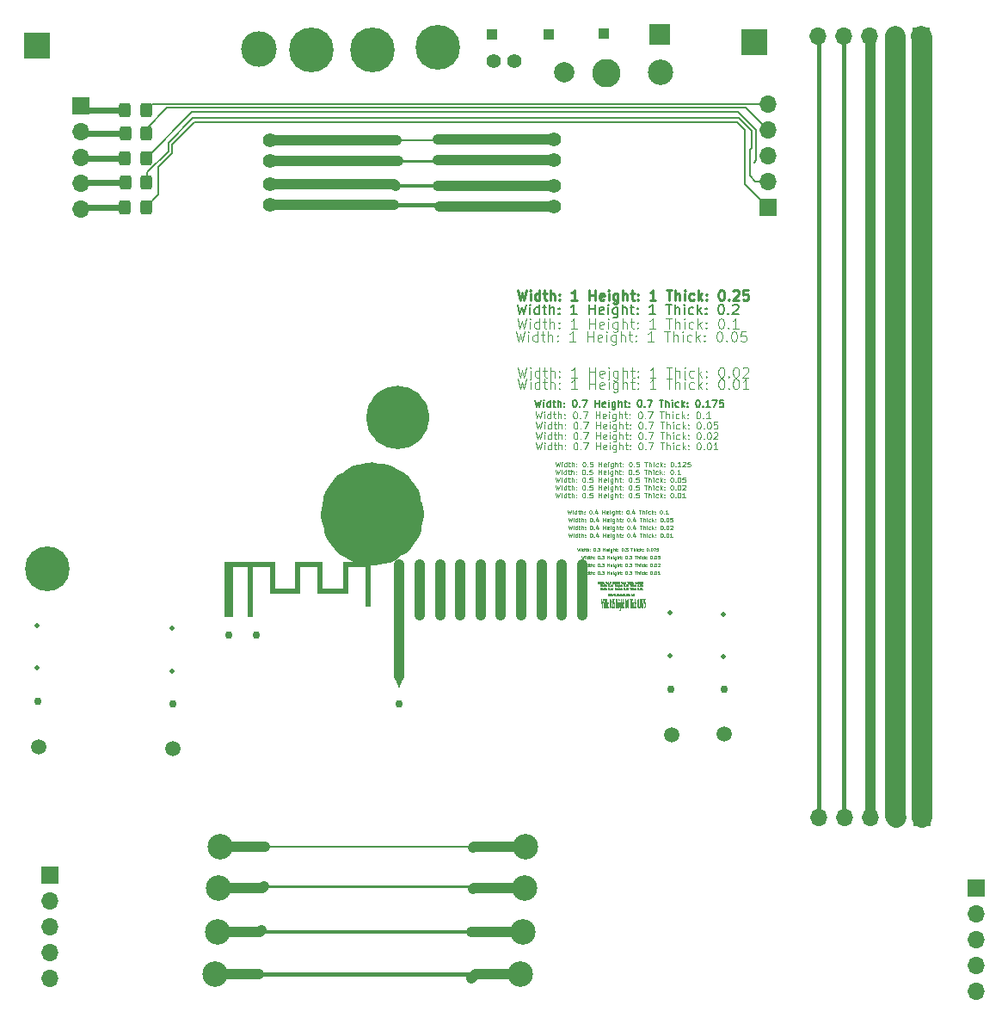
<source format=gtl>
G04 #@! TF.GenerationSoftware,KiCad,Pcbnew,(6.0.10)*
G04 #@! TF.CreationDate,2023-02-12T23:23:38+01:00*
G04 #@! TF.ProjectId,hamodule,68616d6f-6475-46c6-952e-6b696361645f,20220918.20*
G04 #@! TF.SameCoordinates,Original*
G04 #@! TF.FileFunction,Copper,L1,Top*
G04 #@! TF.FilePolarity,Positive*
%FSLAX46Y46*%
G04 Gerber Fmt 4.6, Leading zero omitted, Abs format (unit mm)*
G04 Created by KiCad (PCBNEW (6.0.10)) date 2023-02-12 23:23:38*
%MOMM*%
%LPD*%
G01*
G04 APERTURE LIST*
G04 Aperture macros list*
%AMRoundRect*
0 Rectangle with rounded corners*
0 $1 Rounding radius*
0 $2 $3 $4 $5 $6 $7 $8 $9 X,Y pos of 4 corners*
0 Add a 4 corners polygon primitive as box body*
4,1,4,$2,$3,$4,$5,$6,$7,$8,$9,$2,$3,0*
0 Add four circle primitives for the rounded corners*
1,1,$1+$1,$2,$3*
1,1,$1+$1,$4,$5*
1,1,$1+$1,$6,$7*
1,1,$1+$1,$8,$9*
0 Add four rect primitives between the rounded corners*
20,1,$1+$1,$2,$3,$4,$5,0*
20,1,$1+$1,$4,$5,$6,$7,0*
20,1,$1+$1,$6,$7,$8,$9,0*
20,1,$1+$1,$8,$9,$2,$3,0*%
%AMOutline4P*
0 Free polygon, 4 corners , with rotation*
0 The origin of the aperture is its center*
0 number of corners: always 4*
0 $1 to $8 corner X, Y*
0 $9 Rotation angle, in degrees counterclockwise*
0 create outline with 4 corners*
4,1,4,$1,$2,$3,$4,$5,$6,$7,$8,$1,$2,$9*%
G04 Aperture macros list end*
G04 #@! TA.AperFunction,NonConductor*
%ADD10C,5.100000*%
G04 #@! TD*
G04 #@! TA.AperFunction,NonConductor*
%ADD11C,3.100000*%
G04 #@! TD*
%ADD12C,0.100000*%
G04 #@! TA.AperFunction,NonConductor*
%ADD13C,0.100000*%
G04 #@! TD*
%ADD14C,0.020000*%
G04 #@! TA.AperFunction,NonConductor*
%ADD15C,0.020000*%
G04 #@! TD*
%ADD16C,0.010000*%
G04 #@! TA.AperFunction,NonConductor*
%ADD17C,0.010000*%
G04 #@! TD*
%ADD18C,0.050000*%
G04 #@! TA.AperFunction,NonConductor*
%ADD19C,0.050000*%
G04 #@! TD*
%ADD20C,0.125000*%
G04 #@! TA.AperFunction,NonConductor*
%ADD21C,0.125000*%
G04 #@! TD*
%ADD22C,0.175000*%
G04 #@! TA.AperFunction,NonConductor*
%ADD23C,0.175000*%
G04 #@! TD*
%ADD24C,0.037500*%
G04 #@! TA.AperFunction,NonConductor*
%ADD25C,0.037500*%
G04 #@! TD*
%ADD26C,0.200000*%
G04 #@! TA.AperFunction,NonConductor*
%ADD27C,0.200000*%
G04 #@! TD*
%ADD28C,0.075000*%
G04 #@! TA.AperFunction,NonConductor*
%ADD29C,0.075000*%
G04 #@! TD*
%ADD30C,0.250000*%
G04 #@! TA.AperFunction,NonConductor*
%ADD31C,0.250000*%
G04 #@! TD*
G04 #@! TA.AperFunction,EtchedComponent*
%ADD32C,1.000000*%
G04 #@! TD*
G04 #@! TA.AperFunction,SMDPad,CuDef*
%ADD33C,2.500000*%
G04 #@! TD*
G04 #@! TA.AperFunction,ComponentPad*
%ADD34C,1.400000*%
G04 #@! TD*
G04 #@! TA.AperFunction,ComponentPad*
%ADD35C,2.600000*%
G04 #@! TD*
G04 #@! TA.AperFunction,ConnectorPad*
%ADD36C,4.400000*%
G04 #@! TD*
G04 #@! TA.AperFunction,ComponentPad*
%ADD37R,1.700000X1.700000*%
G04 #@! TD*
G04 #@! TA.AperFunction,ComponentPad*
%ADD38O,1.700000X1.700000*%
G04 #@! TD*
G04 #@! TA.AperFunction,SMDPad,CuDef*
%ADD39C,0.750000*%
G04 #@! TD*
G04 #@! TA.AperFunction,ComponentPad*
%ADD40R,1.000000X1.000000*%
G04 #@! TD*
G04 #@! TA.AperFunction,SMDPad,CuDef*
%ADD41R,2.000000X2.000000*%
G04 #@! TD*
G04 #@! TA.AperFunction,ConnectorPad*
%ADD42C,3.500000*%
G04 #@! TD*
G04 #@! TA.AperFunction,ComponentPad*
%ADD43R,2.500000X2.500000*%
G04 #@! TD*
G04 #@! TA.AperFunction,SMDPad,CuDef*
%ADD44C,1.500000*%
G04 #@! TD*
G04 #@! TA.AperFunction,SMDPad,CuDef*
%ADD45C,0.500000*%
G04 #@! TD*
G04 #@! TA.AperFunction,SMDPad,CuDef*
%ADD46RoundRect,0.250000X-0.325000X-0.450000X0.325000X-0.450000X0.325000X0.450000X-0.325000X0.450000X0*%
G04 #@! TD*
G04 #@! TA.AperFunction,SMDPad,CuDef*
%ADD47Outline4P,-0.350000X-0.400000X0.350000X-0.400000X0.050000X0.400000X-0.050000X0.400000X180.000000*%
G04 #@! TD*
G04 #@! TA.AperFunction,ComponentPad*
%ADD48C,1.000000*%
G04 #@! TD*
G04 #@! TA.AperFunction,ComponentPad*
%ADD49C,2.000000*%
G04 #@! TD*
G04 #@! TA.AperFunction,ConnectorPad*
%ADD50R,0.500000X0.500000*%
G04 #@! TD*
G04 #@! TA.AperFunction,ComponentPad*
%ADD51R,0.900000X0.500000*%
G04 #@! TD*
G04 #@! TA.AperFunction,ComponentPad*
%ADD52C,2.800000*%
G04 #@! TD*
G04 #@! TA.AperFunction,ComponentPad*
%ADD53C,0.700000*%
G04 #@! TD*
G04 #@! TA.AperFunction,ComponentPad*
%ADD54C,4.400000*%
G04 #@! TD*
G04 #@! TA.AperFunction,Conductor*
%ADD55C,0.400000*%
G04 #@! TD*
G04 #@! TA.AperFunction,Conductor*
%ADD56C,0.350000*%
G04 #@! TD*
G04 #@! TA.AperFunction,Conductor*
%ADD57C,1.000000*%
G04 #@! TD*
G04 #@! TA.AperFunction,Conductor*
%ADD58C,0.250000*%
G04 #@! TD*
G04 #@! TA.AperFunction,Conductor*
%ADD59C,0.200000*%
G04 #@! TD*
G04 #@! TA.AperFunction,Conductor*
%ADD60C,0.600000*%
G04 #@! TD*
G04 #@! TA.AperFunction,Conductor*
%ADD61C,2.000000*%
G04 #@! TD*
G04 APERTURE END LIST*
D10*
X59222000Y-72703000D02*
G75*
G03*
X59222000Y-72703000I-2550000J0D01*
G01*
D11*
X60722000Y-63203000D02*
G75*
G03*
X60722000Y-63203000I-1550000J0D01*
G01*
D12*
D13*
X74681333Y-68316190D02*
X74800380Y-68816190D01*
X74895619Y-68459047D01*
X74990857Y-68816190D01*
X75109904Y-68316190D01*
X75300380Y-68816190D02*
X75300380Y-68482857D01*
X75300380Y-68316190D02*
X75276571Y-68340000D01*
X75300380Y-68363809D01*
X75324190Y-68340000D01*
X75300380Y-68316190D01*
X75300380Y-68363809D01*
X75752761Y-68816190D02*
X75752761Y-68316190D01*
X75752761Y-68792380D02*
X75705142Y-68816190D01*
X75609904Y-68816190D01*
X75562285Y-68792380D01*
X75538476Y-68768571D01*
X75514666Y-68720952D01*
X75514666Y-68578095D01*
X75538476Y-68530476D01*
X75562285Y-68506666D01*
X75609904Y-68482857D01*
X75705142Y-68482857D01*
X75752761Y-68506666D01*
X75919428Y-68482857D02*
X76109904Y-68482857D01*
X75990857Y-68316190D02*
X75990857Y-68744761D01*
X76014666Y-68792380D01*
X76062285Y-68816190D01*
X76109904Y-68816190D01*
X76276571Y-68816190D02*
X76276571Y-68316190D01*
X76490857Y-68816190D02*
X76490857Y-68554285D01*
X76467047Y-68506666D01*
X76419428Y-68482857D01*
X76348000Y-68482857D01*
X76300380Y-68506666D01*
X76276571Y-68530476D01*
X76728952Y-68768571D02*
X76752761Y-68792380D01*
X76728952Y-68816190D01*
X76705142Y-68792380D01*
X76728952Y-68768571D01*
X76728952Y-68816190D01*
X76728952Y-68506666D02*
X76752761Y-68530476D01*
X76728952Y-68554285D01*
X76705142Y-68530476D01*
X76728952Y-68506666D01*
X76728952Y-68554285D01*
X77443238Y-68316190D02*
X77490857Y-68316190D01*
X77538476Y-68340000D01*
X77562285Y-68363809D01*
X77586095Y-68411428D01*
X77609904Y-68506666D01*
X77609904Y-68625714D01*
X77586095Y-68720952D01*
X77562285Y-68768571D01*
X77538476Y-68792380D01*
X77490857Y-68816190D01*
X77443238Y-68816190D01*
X77395619Y-68792380D01*
X77371809Y-68768571D01*
X77348000Y-68720952D01*
X77324190Y-68625714D01*
X77324190Y-68506666D01*
X77348000Y-68411428D01*
X77371809Y-68363809D01*
X77395619Y-68340000D01*
X77443238Y-68316190D01*
X77824190Y-68768571D02*
X77848000Y-68792380D01*
X77824190Y-68816190D01*
X77800380Y-68792380D01*
X77824190Y-68768571D01*
X77824190Y-68816190D01*
X78300380Y-68316190D02*
X78062285Y-68316190D01*
X78038476Y-68554285D01*
X78062285Y-68530476D01*
X78109904Y-68506666D01*
X78228952Y-68506666D01*
X78276571Y-68530476D01*
X78300380Y-68554285D01*
X78324190Y-68601904D01*
X78324190Y-68720952D01*
X78300380Y-68768571D01*
X78276571Y-68792380D01*
X78228952Y-68816190D01*
X78109904Y-68816190D01*
X78062285Y-68792380D01*
X78038476Y-68768571D01*
X78919428Y-68816190D02*
X78919428Y-68316190D01*
X78919428Y-68554285D02*
X79205142Y-68554285D01*
X79205142Y-68816190D02*
X79205142Y-68316190D01*
X79633714Y-68792380D02*
X79586095Y-68816190D01*
X79490857Y-68816190D01*
X79443238Y-68792380D01*
X79419428Y-68744761D01*
X79419428Y-68554285D01*
X79443238Y-68506666D01*
X79490857Y-68482857D01*
X79586095Y-68482857D01*
X79633714Y-68506666D01*
X79657523Y-68554285D01*
X79657523Y-68601904D01*
X79419428Y-68649523D01*
X79871809Y-68816190D02*
X79871809Y-68482857D01*
X79871809Y-68316190D02*
X79848000Y-68340000D01*
X79871809Y-68363809D01*
X79895619Y-68340000D01*
X79871809Y-68316190D01*
X79871809Y-68363809D01*
X80324190Y-68482857D02*
X80324190Y-68887619D01*
X80300380Y-68935238D01*
X80276571Y-68959047D01*
X80228952Y-68982857D01*
X80157523Y-68982857D01*
X80109904Y-68959047D01*
X80324190Y-68792380D02*
X80276571Y-68816190D01*
X80181333Y-68816190D01*
X80133714Y-68792380D01*
X80109904Y-68768571D01*
X80086095Y-68720952D01*
X80086095Y-68578095D01*
X80109904Y-68530476D01*
X80133714Y-68506666D01*
X80181333Y-68482857D01*
X80276571Y-68482857D01*
X80324190Y-68506666D01*
X80562285Y-68816190D02*
X80562285Y-68316190D01*
X80776571Y-68816190D02*
X80776571Y-68554285D01*
X80752761Y-68506666D01*
X80705142Y-68482857D01*
X80633714Y-68482857D01*
X80586095Y-68506666D01*
X80562285Y-68530476D01*
X80943238Y-68482857D02*
X81133714Y-68482857D01*
X81014666Y-68316190D02*
X81014666Y-68744761D01*
X81038476Y-68792380D01*
X81086095Y-68816190D01*
X81133714Y-68816190D01*
X81300380Y-68768571D02*
X81324190Y-68792380D01*
X81300380Y-68816190D01*
X81276571Y-68792380D01*
X81300380Y-68768571D01*
X81300380Y-68816190D01*
X81300380Y-68506666D02*
X81324190Y-68530476D01*
X81300380Y-68554285D01*
X81276571Y-68530476D01*
X81300380Y-68506666D01*
X81300380Y-68554285D01*
X82014666Y-68316190D02*
X82062285Y-68316190D01*
X82109904Y-68340000D01*
X82133714Y-68363809D01*
X82157523Y-68411428D01*
X82181333Y-68506666D01*
X82181333Y-68625714D01*
X82157523Y-68720952D01*
X82133714Y-68768571D01*
X82109904Y-68792380D01*
X82062285Y-68816190D01*
X82014666Y-68816190D01*
X81967047Y-68792380D01*
X81943238Y-68768571D01*
X81919428Y-68720952D01*
X81895619Y-68625714D01*
X81895619Y-68506666D01*
X81919428Y-68411428D01*
X81943238Y-68363809D01*
X81967047Y-68340000D01*
X82014666Y-68316190D01*
X82395619Y-68768571D02*
X82419428Y-68792380D01*
X82395619Y-68816190D01*
X82371809Y-68792380D01*
X82395619Y-68768571D01*
X82395619Y-68816190D01*
X82871809Y-68316190D02*
X82633714Y-68316190D01*
X82609904Y-68554285D01*
X82633714Y-68530476D01*
X82681333Y-68506666D01*
X82800380Y-68506666D01*
X82848000Y-68530476D01*
X82871809Y-68554285D01*
X82895619Y-68601904D01*
X82895619Y-68720952D01*
X82871809Y-68768571D01*
X82848000Y-68792380D01*
X82800380Y-68816190D01*
X82681333Y-68816190D01*
X82633714Y-68792380D01*
X82609904Y-68768571D01*
X83419428Y-68316190D02*
X83705142Y-68316190D01*
X83562285Y-68816190D02*
X83562285Y-68316190D01*
X83871809Y-68816190D02*
X83871809Y-68316190D01*
X84086095Y-68816190D02*
X84086095Y-68554285D01*
X84062285Y-68506666D01*
X84014666Y-68482857D01*
X83943238Y-68482857D01*
X83895619Y-68506666D01*
X83871809Y-68530476D01*
X84324190Y-68816190D02*
X84324190Y-68482857D01*
X84324190Y-68316190D02*
X84300380Y-68340000D01*
X84324190Y-68363809D01*
X84348000Y-68340000D01*
X84324190Y-68316190D01*
X84324190Y-68363809D01*
X84776571Y-68792380D02*
X84728952Y-68816190D01*
X84633714Y-68816190D01*
X84586095Y-68792380D01*
X84562285Y-68768571D01*
X84538476Y-68720952D01*
X84538476Y-68578095D01*
X84562285Y-68530476D01*
X84586095Y-68506666D01*
X84633714Y-68482857D01*
X84728952Y-68482857D01*
X84776571Y-68506666D01*
X84990857Y-68816190D02*
X84990857Y-68316190D01*
X85038476Y-68625714D02*
X85181333Y-68816190D01*
X85181333Y-68482857D02*
X84990857Y-68673333D01*
X85395619Y-68768571D02*
X85419428Y-68792380D01*
X85395619Y-68816190D01*
X85371809Y-68792380D01*
X85395619Y-68768571D01*
X85395619Y-68816190D01*
X85395619Y-68506666D02*
X85419428Y-68530476D01*
X85395619Y-68554285D01*
X85371809Y-68530476D01*
X85395619Y-68506666D01*
X85395619Y-68554285D01*
X86109904Y-68316190D02*
X86157523Y-68316190D01*
X86205142Y-68340000D01*
X86228952Y-68363809D01*
X86252761Y-68411428D01*
X86276571Y-68506666D01*
X86276571Y-68625714D01*
X86252761Y-68720952D01*
X86228952Y-68768571D01*
X86205142Y-68792380D01*
X86157523Y-68816190D01*
X86109904Y-68816190D01*
X86062285Y-68792380D01*
X86038476Y-68768571D01*
X86014666Y-68720952D01*
X85990857Y-68625714D01*
X85990857Y-68506666D01*
X86014666Y-68411428D01*
X86038476Y-68363809D01*
X86062285Y-68340000D01*
X86109904Y-68316190D01*
X86490857Y-68768571D02*
X86514666Y-68792380D01*
X86490857Y-68816190D01*
X86467047Y-68792380D01*
X86490857Y-68768571D01*
X86490857Y-68816190D01*
X86990857Y-68816190D02*
X86705142Y-68816190D01*
X86848000Y-68816190D02*
X86848000Y-68316190D01*
X86800380Y-68387619D01*
X86752761Y-68435238D01*
X86705142Y-68459047D01*
D14*
D15*
X74697238Y-69840190D02*
X74816285Y-70340190D01*
X74911523Y-69983047D01*
X75006761Y-70340190D01*
X75125809Y-69840190D01*
X75316285Y-70340190D02*
X75316285Y-70006857D01*
X75316285Y-69840190D02*
X75292476Y-69864000D01*
X75316285Y-69887809D01*
X75340095Y-69864000D01*
X75316285Y-69840190D01*
X75316285Y-69887809D01*
X75768666Y-70340190D02*
X75768666Y-69840190D01*
X75768666Y-70316380D02*
X75721047Y-70340190D01*
X75625809Y-70340190D01*
X75578190Y-70316380D01*
X75554380Y-70292571D01*
X75530571Y-70244952D01*
X75530571Y-70102095D01*
X75554380Y-70054476D01*
X75578190Y-70030666D01*
X75625809Y-70006857D01*
X75721047Y-70006857D01*
X75768666Y-70030666D01*
X75935333Y-70006857D02*
X76125809Y-70006857D01*
X76006761Y-69840190D02*
X76006761Y-70268761D01*
X76030571Y-70316380D01*
X76078190Y-70340190D01*
X76125809Y-70340190D01*
X76292476Y-70340190D02*
X76292476Y-69840190D01*
X76506761Y-70340190D02*
X76506761Y-70078285D01*
X76482952Y-70030666D01*
X76435333Y-70006857D01*
X76363904Y-70006857D01*
X76316285Y-70030666D01*
X76292476Y-70054476D01*
X76744857Y-70292571D02*
X76768666Y-70316380D01*
X76744857Y-70340190D01*
X76721047Y-70316380D01*
X76744857Y-70292571D01*
X76744857Y-70340190D01*
X76744857Y-70030666D02*
X76768666Y-70054476D01*
X76744857Y-70078285D01*
X76721047Y-70054476D01*
X76744857Y-70030666D01*
X76744857Y-70078285D01*
X77459142Y-69840190D02*
X77506761Y-69840190D01*
X77554380Y-69864000D01*
X77578190Y-69887809D01*
X77602000Y-69935428D01*
X77625809Y-70030666D01*
X77625809Y-70149714D01*
X77602000Y-70244952D01*
X77578190Y-70292571D01*
X77554380Y-70316380D01*
X77506761Y-70340190D01*
X77459142Y-70340190D01*
X77411523Y-70316380D01*
X77387714Y-70292571D01*
X77363904Y-70244952D01*
X77340095Y-70149714D01*
X77340095Y-70030666D01*
X77363904Y-69935428D01*
X77387714Y-69887809D01*
X77411523Y-69864000D01*
X77459142Y-69840190D01*
X77840095Y-70292571D02*
X77863904Y-70316380D01*
X77840095Y-70340190D01*
X77816285Y-70316380D01*
X77840095Y-70292571D01*
X77840095Y-70340190D01*
X78316285Y-69840190D02*
X78078190Y-69840190D01*
X78054380Y-70078285D01*
X78078190Y-70054476D01*
X78125809Y-70030666D01*
X78244857Y-70030666D01*
X78292476Y-70054476D01*
X78316285Y-70078285D01*
X78340095Y-70125904D01*
X78340095Y-70244952D01*
X78316285Y-70292571D01*
X78292476Y-70316380D01*
X78244857Y-70340190D01*
X78125809Y-70340190D01*
X78078190Y-70316380D01*
X78054380Y-70292571D01*
X78935333Y-70340190D02*
X78935333Y-69840190D01*
X78935333Y-70078285D02*
X79221047Y-70078285D01*
X79221047Y-70340190D02*
X79221047Y-69840190D01*
X79649619Y-70316380D02*
X79602000Y-70340190D01*
X79506761Y-70340190D01*
X79459142Y-70316380D01*
X79435333Y-70268761D01*
X79435333Y-70078285D01*
X79459142Y-70030666D01*
X79506761Y-70006857D01*
X79602000Y-70006857D01*
X79649619Y-70030666D01*
X79673428Y-70078285D01*
X79673428Y-70125904D01*
X79435333Y-70173523D01*
X79887714Y-70340190D02*
X79887714Y-70006857D01*
X79887714Y-69840190D02*
X79863904Y-69864000D01*
X79887714Y-69887809D01*
X79911523Y-69864000D01*
X79887714Y-69840190D01*
X79887714Y-69887809D01*
X80340095Y-70006857D02*
X80340095Y-70411619D01*
X80316285Y-70459238D01*
X80292476Y-70483047D01*
X80244857Y-70506857D01*
X80173428Y-70506857D01*
X80125809Y-70483047D01*
X80340095Y-70316380D02*
X80292476Y-70340190D01*
X80197238Y-70340190D01*
X80149619Y-70316380D01*
X80125809Y-70292571D01*
X80102000Y-70244952D01*
X80102000Y-70102095D01*
X80125809Y-70054476D01*
X80149619Y-70030666D01*
X80197238Y-70006857D01*
X80292476Y-70006857D01*
X80340095Y-70030666D01*
X80578190Y-70340190D02*
X80578190Y-69840190D01*
X80792476Y-70340190D02*
X80792476Y-70078285D01*
X80768666Y-70030666D01*
X80721047Y-70006857D01*
X80649619Y-70006857D01*
X80602000Y-70030666D01*
X80578190Y-70054476D01*
X80959142Y-70006857D02*
X81149619Y-70006857D01*
X81030571Y-69840190D02*
X81030571Y-70268761D01*
X81054380Y-70316380D01*
X81102000Y-70340190D01*
X81149619Y-70340190D01*
X81316285Y-70292571D02*
X81340095Y-70316380D01*
X81316285Y-70340190D01*
X81292476Y-70316380D01*
X81316285Y-70292571D01*
X81316285Y-70340190D01*
X81316285Y-70030666D02*
X81340095Y-70054476D01*
X81316285Y-70078285D01*
X81292476Y-70054476D01*
X81316285Y-70030666D01*
X81316285Y-70078285D01*
X82030571Y-69840190D02*
X82078190Y-69840190D01*
X82125809Y-69864000D01*
X82149619Y-69887809D01*
X82173428Y-69935428D01*
X82197238Y-70030666D01*
X82197238Y-70149714D01*
X82173428Y-70244952D01*
X82149619Y-70292571D01*
X82125809Y-70316380D01*
X82078190Y-70340190D01*
X82030571Y-70340190D01*
X81982952Y-70316380D01*
X81959142Y-70292571D01*
X81935333Y-70244952D01*
X81911523Y-70149714D01*
X81911523Y-70030666D01*
X81935333Y-69935428D01*
X81959142Y-69887809D01*
X81982952Y-69864000D01*
X82030571Y-69840190D01*
X82411523Y-70292571D02*
X82435333Y-70316380D01*
X82411523Y-70340190D01*
X82387714Y-70316380D01*
X82411523Y-70292571D01*
X82411523Y-70340190D01*
X82887714Y-69840190D02*
X82649619Y-69840190D01*
X82625809Y-70078285D01*
X82649619Y-70054476D01*
X82697238Y-70030666D01*
X82816285Y-70030666D01*
X82863904Y-70054476D01*
X82887714Y-70078285D01*
X82911523Y-70125904D01*
X82911523Y-70244952D01*
X82887714Y-70292571D01*
X82863904Y-70316380D01*
X82816285Y-70340190D01*
X82697238Y-70340190D01*
X82649619Y-70316380D01*
X82625809Y-70292571D01*
X83435333Y-69840190D02*
X83721047Y-69840190D01*
X83578190Y-70340190D02*
X83578190Y-69840190D01*
X83887714Y-70340190D02*
X83887714Y-69840190D01*
X84102000Y-70340190D02*
X84102000Y-70078285D01*
X84078190Y-70030666D01*
X84030571Y-70006857D01*
X83959142Y-70006857D01*
X83911523Y-70030666D01*
X83887714Y-70054476D01*
X84340095Y-70340190D02*
X84340095Y-70006857D01*
X84340095Y-69840190D02*
X84316285Y-69864000D01*
X84340095Y-69887809D01*
X84363904Y-69864000D01*
X84340095Y-69840190D01*
X84340095Y-69887809D01*
X84792476Y-70316380D02*
X84744857Y-70340190D01*
X84649619Y-70340190D01*
X84602000Y-70316380D01*
X84578190Y-70292571D01*
X84554380Y-70244952D01*
X84554380Y-70102095D01*
X84578190Y-70054476D01*
X84602000Y-70030666D01*
X84649619Y-70006857D01*
X84744857Y-70006857D01*
X84792476Y-70030666D01*
X85006761Y-70340190D02*
X85006761Y-69840190D01*
X85054380Y-70149714D02*
X85197238Y-70340190D01*
X85197238Y-70006857D02*
X85006761Y-70197333D01*
X85411523Y-70292571D02*
X85435333Y-70316380D01*
X85411523Y-70340190D01*
X85387714Y-70316380D01*
X85411523Y-70292571D01*
X85411523Y-70340190D01*
X85411523Y-70030666D02*
X85435333Y-70054476D01*
X85411523Y-70078285D01*
X85387714Y-70054476D01*
X85411523Y-70030666D01*
X85411523Y-70078285D01*
X86125809Y-69840190D02*
X86173428Y-69840190D01*
X86221047Y-69864000D01*
X86244857Y-69887809D01*
X86268666Y-69935428D01*
X86292476Y-70030666D01*
X86292476Y-70149714D01*
X86268666Y-70244952D01*
X86244857Y-70292571D01*
X86221047Y-70316380D01*
X86173428Y-70340190D01*
X86125809Y-70340190D01*
X86078190Y-70316380D01*
X86054380Y-70292571D01*
X86030571Y-70244952D01*
X86006761Y-70149714D01*
X86006761Y-70030666D01*
X86030571Y-69935428D01*
X86054380Y-69887809D01*
X86078190Y-69864000D01*
X86125809Y-69840190D01*
X86506761Y-70292571D02*
X86530571Y-70316380D01*
X86506761Y-70340190D01*
X86482952Y-70316380D01*
X86506761Y-70292571D01*
X86506761Y-70340190D01*
X86840095Y-69840190D02*
X86887714Y-69840190D01*
X86935333Y-69864000D01*
X86959142Y-69887809D01*
X86982952Y-69935428D01*
X87006761Y-70030666D01*
X87006761Y-70149714D01*
X86982952Y-70244952D01*
X86959142Y-70292571D01*
X86935333Y-70316380D01*
X86887714Y-70340190D01*
X86840095Y-70340190D01*
X86792476Y-70316380D01*
X86768666Y-70292571D01*
X86744857Y-70244952D01*
X86721047Y-70149714D01*
X86721047Y-70030666D01*
X86744857Y-69935428D01*
X86768666Y-69887809D01*
X86792476Y-69864000D01*
X86840095Y-69840190D01*
X87197238Y-69887809D02*
X87221047Y-69864000D01*
X87268666Y-69840190D01*
X87387714Y-69840190D01*
X87435333Y-69864000D01*
X87459142Y-69887809D01*
X87482952Y-69935428D01*
X87482952Y-69983047D01*
X87459142Y-70054476D01*
X87173428Y-70340190D01*
X87482952Y-70340190D01*
D12*
D13*
X75914666Y-72307952D02*
X76009904Y-72707952D01*
X76086095Y-72422238D01*
X76162285Y-72707952D01*
X76257523Y-72307952D01*
X76409904Y-72707952D02*
X76409904Y-72441285D01*
X76409904Y-72307952D02*
X76390857Y-72327000D01*
X76409904Y-72346047D01*
X76428952Y-72327000D01*
X76409904Y-72307952D01*
X76409904Y-72346047D01*
X76771809Y-72707952D02*
X76771809Y-72307952D01*
X76771809Y-72688904D02*
X76733714Y-72707952D01*
X76657523Y-72707952D01*
X76619428Y-72688904D01*
X76600380Y-72669857D01*
X76581333Y-72631761D01*
X76581333Y-72517476D01*
X76600380Y-72479380D01*
X76619428Y-72460333D01*
X76657523Y-72441285D01*
X76733714Y-72441285D01*
X76771809Y-72460333D01*
X76905142Y-72441285D02*
X77057523Y-72441285D01*
X76962285Y-72307952D02*
X76962285Y-72650809D01*
X76981333Y-72688904D01*
X77019428Y-72707952D01*
X77057523Y-72707952D01*
X77190857Y-72707952D02*
X77190857Y-72307952D01*
X77362285Y-72707952D02*
X77362285Y-72498428D01*
X77343238Y-72460333D01*
X77305142Y-72441285D01*
X77248000Y-72441285D01*
X77209904Y-72460333D01*
X77190857Y-72479380D01*
X77552761Y-72669857D02*
X77571809Y-72688904D01*
X77552761Y-72707952D01*
X77533714Y-72688904D01*
X77552761Y-72669857D01*
X77552761Y-72707952D01*
X77552761Y-72460333D02*
X77571809Y-72479380D01*
X77552761Y-72498428D01*
X77533714Y-72479380D01*
X77552761Y-72460333D01*
X77552761Y-72498428D01*
X78124190Y-72307952D02*
X78162285Y-72307952D01*
X78200380Y-72327000D01*
X78219428Y-72346047D01*
X78238476Y-72384142D01*
X78257523Y-72460333D01*
X78257523Y-72555571D01*
X78238476Y-72631761D01*
X78219428Y-72669857D01*
X78200380Y-72688904D01*
X78162285Y-72707952D01*
X78124190Y-72707952D01*
X78086095Y-72688904D01*
X78067047Y-72669857D01*
X78048000Y-72631761D01*
X78028952Y-72555571D01*
X78028952Y-72460333D01*
X78048000Y-72384142D01*
X78067047Y-72346047D01*
X78086095Y-72327000D01*
X78124190Y-72307952D01*
X78428952Y-72669857D02*
X78448000Y-72688904D01*
X78428952Y-72707952D01*
X78409904Y-72688904D01*
X78428952Y-72669857D01*
X78428952Y-72707952D01*
X78790857Y-72441285D02*
X78790857Y-72707952D01*
X78695619Y-72288904D02*
X78600380Y-72574619D01*
X78848000Y-72574619D01*
X79305142Y-72707952D02*
X79305142Y-72307952D01*
X79305142Y-72498428D02*
X79533714Y-72498428D01*
X79533714Y-72707952D02*
X79533714Y-72307952D01*
X79876571Y-72688904D02*
X79838476Y-72707952D01*
X79762285Y-72707952D01*
X79724190Y-72688904D01*
X79705142Y-72650809D01*
X79705142Y-72498428D01*
X79724190Y-72460333D01*
X79762285Y-72441285D01*
X79838476Y-72441285D01*
X79876571Y-72460333D01*
X79895619Y-72498428D01*
X79895619Y-72536523D01*
X79705142Y-72574619D01*
X80067047Y-72707952D02*
X80067047Y-72441285D01*
X80067047Y-72307952D02*
X80048000Y-72327000D01*
X80067047Y-72346047D01*
X80086095Y-72327000D01*
X80067047Y-72307952D01*
X80067047Y-72346047D01*
X80428952Y-72441285D02*
X80428952Y-72765095D01*
X80409904Y-72803190D01*
X80390857Y-72822238D01*
X80352761Y-72841285D01*
X80295619Y-72841285D01*
X80257523Y-72822238D01*
X80428952Y-72688904D02*
X80390857Y-72707952D01*
X80314666Y-72707952D01*
X80276571Y-72688904D01*
X80257523Y-72669857D01*
X80238476Y-72631761D01*
X80238476Y-72517476D01*
X80257523Y-72479380D01*
X80276571Y-72460333D01*
X80314666Y-72441285D01*
X80390857Y-72441285D01*
X80428952Y-72460333D01*
X80619428Y-72707952D02*
X80619428Y-72307952D01*
X80790857Y-72707952D02*
X80790857Y-72498428D01*
X80771809Y-72460333D01*
X80733714Y-72441285D01*
X80676571Y-72441285D01*
X80638476Y-72460333D01*
X80619428Y-72479380D01*
X80924190Y-72441285D02*
X81076571Y-72441285D01*
X80981333Y-72307952D02*
X80981333Y-72650809D01*
X81000380Y-72688904D01*
X81038476Y-72707952D01*
X81076571Y-72707952D01*
X81209904Y-72669857D02*
X81228952Y-72688904D01*
X81209904Y-72707952D01*
X81190857Y-72688904D01*
X81209904Y-72669857D01*
X81209904Y-72707952D01*
X81209904Y-72460333D02*
X81228952Y-72479380D01*
X81209904Y-72498428D01*
X81190857Y-72479380D01*
X81209904Y-72460333D01*
X81209904Y-72498428D01*
X81781333Y-72307952D02*
X81819428Y-72307952D01*
X81857523Y-72327000D01*
X81876571Y-72346047D01*
X81895619Y-72384142D01*
X81914666Y-72460333D01*
X81914666Y-72555571D01*
X81895619Y-72631761D01*
X81876571Y-72669857D01*
X81857523Y-72688904D01*
X81819428Y-72707952D01*
X81781333Y-72707952D01*
X81743238Y-72688904D01*
X81724190Y-72669857D01*
X81705142Y-72631761D01*
X81686095Y-72555571D01*
X81686095Y-72460333D01*
X81705142Y-72384142D01*
X81724190Y-72346047D01*
X81743238Y-72327000D01*
X81781333Y-72307952D01*
X82086095Y-72669857D02*
X82105142Y-72688904D01*
X82086095Y-72707952D01*
X82067047Y-72688904D01*
X82086095Y-72669857D01*
X82086095Y-72707952D01*
X82448000Y-72441285D02*
X82448000Y-72707952D01*
X82352761Y-72288904D02*
X82257523Y-72574619D01*
X82505142Y-72574619D01*
X82905142Y-72307952D02*
X83133714Y-72307952D01*
X83019428Y-72707952D02*
X83019428Y-72307952D01*
X83267047Y-72707952D02*
X83267047Y-72307952D01*
X83438476Y-72707952D02*
X83438476Y-72498428D01*
X83419428Y-72460333D01*
X83381333Y-72441285D01*
X83324190Y-72441285D01*
X83286095Y-72460333D01*
X83267047Y-72479380D01*
X83628952Y-72707952D02*
X83628952Y-72441285D01*
X83628952Y-72307952D02*
X83609904Y-72327000D01*
X83628952Y-72346047D01*
X83648000Y-72327000D01*
X83628952Y-72307952D01*
X83628952Y-72346047D01*
X83990857Y-72688904D02*
X83952761Y-72707952D01*
X83876571Y-72707952D01*
X83838476Y-72688904D01*
X83819428Y-72669857D01*
X83800380Y-72631761D01*
X83800380Y-72517476D01*
X83819428Y-72479380D01*
X83838476Y-72460333D01*
X83876571Y-72441285D01*
X83952761Y-72441285D01*
X83990857Y-72460333D01*
X84162285Y-72707952D02*
X84162285Y-72307952D01*
X84200380Y-72555571D02*
X84314666Y-72707952D01*
X84314666Y-72441285D02*
X84162285Y-72593666D01*
X84486095Y-72669857D02*
X84505142Y-72688904D01*
X84486095Y-72707952D01*
X84467047Y-72688904D01*
X84486095Y-72669857D01*
X84486095Y-72707952D01*
X84486095Y-72460333D02*
X84505142Y-72479380D01*
X84486095Y-72498428D01*
X84467047Y-72479380D01*
X84486095Y-72460333D01*
X84486095Y-72498428D01*
X85057523Y-72307952D02*
X85095619Y-72307952D01*
X85133714Y-72327000D01*
X85152761Y-72346047D01*
X85171809Y-72384142D01*
X85190857Y-72460333D01*
X85190857Y-72555571D01*
X85171809Y-72631761D01*
X85152761Y-72669857D01*
X85133714Y-72688904D01*
X85095619Y-72707952D01*
X85057523Y-72707952D01*
X85019428Y-72688904D01*
X85000380Y-72669857D01*
X84981333Y-72631761D01*
X84962285Y-72555571D01*
X84962285Y-72460333D01*
X84981333Y-72384142D01*
X85000380Y-72346047D01*
X85019428Y-72327000D01*
X85057523Y-72307952D01*
X85362285Y-72669857D02*
X85381333Y-72688904D01*
X85362285Y-72707952D01*
X85343238Y-72688904D01*
X85362285Y-72669857D01*
X85362285Y-72707952D01*
X85762285Y-72707952D02*
X85533714Y-72707952D01*
X85648000Y-72707952D02*
X85648000Y-72307952D01*
X85609904Y-72365095D01*
X85571809Y-72403190D01*
X85533714Y-72422238D01*
D14*
D15*
X70991047Y-59406380D02*
X71229142Y-60406380D01*
X71419619Y-59692095D01*
X71610095Y-60406380D01*
X71848190Y-59406380D01*
X72229142Y-60406380D02*
X72229142Y-59739714D01*
X72229142Y-59406380D02*
X72181523Y-59454000D01*
X72229142Y-59501619D01*
X72276761Y-59454000D01*
X72229142Y-59406380D01*
X72229142Y-59501619D01*
X73133904Y-60406380D02*
X73133904Y-59406380D01*
X73133904Y-60358761D02*
X73038666Y-60406380D01*
X72848190Y-60406380D01*
X72752952Y-60358761D01*
X72705333Y-60311142D01*
X72657714Y-60215904D01*
X72657714Y-59930190D01*
X72705333Y-59834952D01*
X72752952Y-59787333D01*
X72848190Y-59739714D01*
X73038666Y-59739714D01*
X73133904Y-59787333D01*
X73467238Y-59739714D02*
X73848190Y-59739714D01*
X73610095Y-59406380D02*
X73610095Y-60263523D01*
X73657714Y-60358761D01*
X73752952Y-60406380D01*
X73848190Y-60406380D01*
X74181523Y-60406380D02*
X74181523Y-59406380D01*
X74610095Y-60406380D02*
X74610095Y-59882571D01*
X74562476Y-59787333D01*
X74467238Y-59739714D01*
X74324380Y-59739714D01*
X74229142Y-59787333D01*
X74181523Y-59834952D01*
X75086285Y-60311142D02*
X75133904Y-60358761D01*
X75086285Y-60406380D01*
X75038666Y-60358761D01*
X75086285Y-60311142D01*
X75086285Y-60406380D01*
X75086285Y-59787333D02*
X75133904Y-59834952D01*
X75086285Y-59882571D01*
X75038666Y-59834952D01*
X75086285Y-59787333D01*
X75086285Y-59882571D01*
X76848190Y-60406380D02*
X76276761Y-60406380D01*
X76562476Y-60406380D02*
X76562476Y-59406380D01*
X76467238Y-59549238D01*
X76372000Y-59644476D01*
X76276761Y-59692095D01*
X78038666Y-60406380D02*
X78038666Y-59406380D01*
X78038666Y-59882571D02*
X78610095Y-59882571D01*
X78610095Y-60406380D02*
X78610095Y-59406380D01*
X79467238Y-60358761D02*
X79372000Y-60406380D01*
X79181523Y-60406380D01*
X79086285Y-60358761D01*
X79038666Y-60263523D01*
X79038666Y-59882571D01*
X79086285Y-59787333D01*
X79181523Y-59739714D01*
X79372000Y-59739714D01*
X79467238Y-59787333D01*
X79514857Y-59882571D01*
X79514857Y-59977809D01*
X79038666Y-60073047D01*
X79943428Y-60406380D02*
X79943428Y-59739714D01*
X79943428Y-59406380D02*
X79895809Y-59454000D01*
X79943428Y-59501619D01*
X79991047Y-59454000D01*
X79943428Y-59406380D01*
X79943428Y-59501619D01*
X80848190Y-59739714D02*
X80848190Y-60549238D01*
X80800571Y-60644476D01*
X80752952Y-60692095D01*
X80657714Y-60739714D01*
X80514857Y-60739714D01*
X80419619Y-60692095D01*
X80848190Y-60358761D02*
X80752952Y-60406380D01*
X80562476Y-60406380D01*
X80467238Y-60358761D01*
X80419619Y-60311142D01*
X80372000Y-60215904D01*
X80372000Y-59930190D01*
X80419619Y-59834952D01*
X80467238Y-59787333D01*
X80562476Y-59739714D01*
X80752952Y-59739714D01*
X80848190Y-59787333D01*
X81324380Y-60406380D02*
X81324380Y-59406380D01*
X81752952Y-60406380D02*
X81752952Y-59882571D01*
X81705333Y-59787333D01*
X81610095Y-59739714D01*
X81467238Y-59739714D01*
X81372000Y-59787333D01*
X81324380Y-59834952D01*
X82086285Y-59739714D02*
X82467238Y-59739714D01*
X82229142Y-59406380D02*
X82229142Y-60263523D01*
X82276761Y-60358761D01*
X82372000Y-60406380D01*
X82467238Y-60406380D01*
X82800571Y-60311142D02*
X82848190Y-60358761D01*
X82800571Y-60406380D01*
X82752952Y-60358761D01*
X82800571Y-60311142D01*
X82800571Y-60406380D01*
X82800571Y-59787333D02*
X82848190Y-59834952D01*
X82800571Y-59882571D01*
X82752952Y-59834952D01*
X82800571Y-59787333D01*
X82800571Y-59882571D01*
X84562476Y-60406380D02*
X83991047Y-60406380D01*
X84276761Y-60406380D02*
X84276761Y-59406380D01*
X84181523Y-59549238D01*
X84086285Y-59644476D01*
X83991047Y-59692095D01*
X85610095Y-59406380D02*
X86181523Y-59406380D01*
X85895809Y-60406380D02*
X85895809Y-59406380D01*
X86514857Y-60406380D02*
X86514857Y-59406380D01*
X86943428Y-60406380D02*
X86943428Y-59882571D01*
X86895809Y-59787333D01*
X86800571Y-59739714D01*
X86657714Y-59739714D01*
X86562476Y-59787333D01*
X86514857Y-59834952D01*
X87419619Y-60406380D02*
X87419619Y-59739714D01*
X87419619Y-59406380D02*
X87372000Y-59454000D01*
X87419619Y-59501619D01*
X87467238Y-59454000D01*
X87419619Y-59406380D01*
X87419619Y-59501619D01*
X88324380Y-60358761D02*
X88229142Y-60406380D01*
X88038666Y-60406380D01*
X87943428Y-60358761D01*
X87895809Y-60311142D01*
X87848190Y-60215904D01*
X87848190Y-59930190D01*
X87895809Y-59834952D01*
X87943428Y-59787333D01*
X88038666Y-59739714D01*
X88229142Y-59739714D01*
X88324380Y-59787333D01*
X88752952Y-60406380D02*
X88752952Y-59406380D01*
X88848190Y-60025428D02*
X89133904Y-60406380D01*
X89133904Y-59739714D02*
X88752952Y-60120666D01*
X89562476Y-60311142D02*
X89610095Y-60358761D01*
X89562476Y-60406380D01*
X89514857Y-60358761D01*
X89562476Y-60311142D01*
X89562476Y-60406380D01*
X89562476Y-59787333D02*
X89610095Y-59834952D01*
X89562476Y-59882571D01*
X89514857Y-59834952D01*
X89562476Y-59787333D01*
X89562476Y-59882571D01*
X90991047Y-59406380D02*
X91086285Y-59406380D01*
X91181523Y-59454000D01*
X91229142Y-59501619D01*
X91276761Y-59596857D01*
X91324380Y-59787333D01*
X91324380Y-60025428D01*
X91276761Y-60215904D01*
X91229142Y-60311142D01*
X91181523Y-60358761D01*
X91086285Y-60406380D01*
X90991047Y-60406380D01*
X90895809Y-60358761D01*
X90848190Y-60311142D01*
X90800571Y-60215904D01*
X90752952Y-60025428D01*
X90752952Y-59787333D01*
X90800571Y-59596857D01*
X90848190Y-59501619D01*
X90895809Y-59454000D01*
X90991047Y-59406380D01*
X91752952Y-60311142D02*
X91800571Y-60358761D01*
X91752952Y-60406380D01*
X91705333Y-60358761D01*
X91752952Y-60311142D01*
X91752952Y-60406380D01*
X92419619Y-59406380D02*
X92514857Y-59406380D01*
X92610095Y-59454000D01*
X92657714Y-59501619D01*
X92705333Y-59596857D01*
X92752952Y-59787333D01*
X92752952Y-60025428D01*
X92705333Y-60215904D01*
X92657714Y-60311142D01*
X92610095Y-60358761D01*
X92514857Y-60406380D01*
X92419619Y-60406380D01*
X92324380Y-60358761D01*
X92276761Y-60311142D01*
X92229142Y-60215904D01*
X92181523Y-60025428D01*
X92181523Y-59787333D01*
X92229142Y-59596857D01*
X92276761Y-59501619D01*
X92324380Y-59454000D01*
X92419619Y-59406380D01*
X93705333Y-60406380D02*
X93133904Y-60406380D01*
X93419619Y-60406380D02*
X93419619Y-59406380D01*
X93324380Y-59549238D01*
X93229142Y-59644476D01*
X93133904Y-59692095D01*
D16*
D17*
X79103714Y-79950857D02*
X79139428Y-80100857D01*
X79168000Y-79993714D01*
X79196571Y-80100857D01*
X79232285Y-79950857D01*
X79289428Y-80100857D02*
X79289428Y-80000857D01*
X79289428Y-79950857D02*
X79282285Y-79958000D01*
X79289428Y-79965142D01*
X79296571Y-79958000D01*
X79289428Y-79950857D01*
X79289428Y-79965142D01*
X79425142Y-80100857D02*
X79425142Y-79950857D01*
X79425142Y-80093714D02*
X79410857Y-80100857D01*
X79382285Y-80100857D01*
X79368000Y-80093714D01*
X79360857Y-80086571D01*
X79353714Y-80072285D01*
X79353714Y-80029428D01*
X79360857Y-80015142D01*
X79368000Y-80008000D01*
X79382285Y-80000857D01*
X79410857Y-80000857D01*
X79425142Y-80008000D01*
X79475142Y-80000857D02*
X79532285Y-80000857D01*
X79496571Y-79950857D02*
X79496571Y-80079428D01*
X79503714Y-80093714D01*
X79518000Y-80100857D01*
X79532285Y-80100857D01*
X79582285Y-80100857D02*
X79582285Y-79950857D01*
X79646571Y-80100857D02*
X79646571Y-80022285D01*
X79639428Y-80008000D01*
X79625142Y-80000857D01*
X79603714Y-80000857D01*
X79589428Y-80008000D01*
X79582285Y-80015142D01*
X79718000Y-80086571D02*
X79725142Y-80093714D01*
X79718000Y-80100857D01*
X79710857Y-80093714D01*
X79718000Y-80086571D01*
X79718000Y-80100857D01*
X79718000Y-80008000D02*
X79725142Y-80015142D01*
X79718000Y-80022285D01*
X79710857Y-80015142D01*
X79718000Y-80008000D01*
X79718000Y-80022285D01*
X79932285Y-79950857D02*
X79946571Y-79950857D01*
X79960857Y-79958000D01*
X79968000Y-79965142D01*
X79975142Y-79979428D01*
X79982285Y-80008000D01*
X79982285Y-80043714D01*
X79975142Y-80072285D01*
X79968000Y-80086571D01*
X79960857Y-80093714D01*
X79946571Y-80100857D01*
X79932285Y-80100857D01*
X79918000Y-80093714D01*
X79910857Y-80086571D01*
X79903714Y-80072285D01*
X79896571Y-80043714D01*
X79896571Y-80008000D01*
X79903714Y-79979428D01*
X79910857Y-79965142D01*
X79918000Y-79958000D01*
X79932285Y-79950857D01*
X80046571Y-80086571D02*
X80053714Y-80093714D01*
X80046571Y-80100857D01*
X80039428Y-80093714D01*
X80046571Y-80086571D01*
X80046571Y-80100857D01*
X80196571Y-80100857D02*
X80110857Y-80100857D01*
X80153714Y-80100857D02*
X80153714Y-79950857D01*
X80139428Y-79972285D01*
X80125142Y-79986571D01*
X80110857Y-79993714D01*
X80332285Y-79950857D02*
X80260857Y-79950857D01*
X80253714Y-80022285D01*
X80260857Y-80015142D01*
X80275142Y-80008000D01*
X80310857Y-80008000D01*
X80325142Y-80015142D01*
X80332285Y-80022285D01*
X80339428Y-80036571D01*
X80339428Y-80072285D01*
X80332285Y-80086571D01*
X80325142Y-80093714D01*
X80310857Y-80100857D01*
X80275142Y-80100857D01*
X80260857Y-80093714D01*
X80253714Y-80086571D01*
X80518000Y-80100857D02*
X80518000Y-79950857D01*
X80518000Y-80022285D02*
X80603714Y-80022285D01*
X80603714Y-80100857D02*
X80603714Y-79950857D01*
X80732285Y-80093714D02*
X80718000Y-80100857D01*
X80689428Y-80100857D01*
X80675142Y-80093714D01*
X80668000Y-80079428D01*
X80668000Y-80022285D01*
X80675142Y-80008000D01*
X80689428Y-80000857D01*
X80718000Y-80000857D01*
X80732285Y-80008000D01*
X80739428Y-80022285D01*
X80739428Y-80036571D01*
X80668000Y-80050857D01*
X80803714Y-80100857D02*
X80803714Y-80000857D01*
X80803714Y-79950857D02*
X80796571Y-79958000D01*
X80803714Y-79965142D01*
X80810857Y-79958000D01*
X80803714Y-79950857D01*
X80803714Y-79965142D01*
X80939428Y-80000857D02*
X80939428Y-80122285D01*
X80932285Y-80136571D01*
X80925142Y-80143714D01*
X80910857Y-80150857D01*
X80889428Y-80150857D01*
X80875142Y-80143714D01*
X80939428Y-80093714D02*
X80925142Y-80100857D01*
X80896571Y-80100857D01*
X80882285Y-80093714D01*
X80875142Y-80086571D01*
X80868000Y-80072285D01*
X80868000Y-80029428D01*
X80875142Y-80015142D01*
X80882285Y-80008000D01*
X80896571Y-80000857D01*
X80925142Y-80000857D01*
X80939428Y-80008000D01*
X81010857Y-80100857D02*
X81010857Y-79950857D01*
X81075142Y-80100857D02*
X81075142Y-80022285D01*
X81068000Y-80008000D01*
X81053714Y-80000857D01*
X81032285Y-80000857D01*
X81018000Y-80008000D01*
X81010857Y-80015142D01*
X81125142Y-80000857D02*
X81182285Y-80000857D01*
X81146571Y-79950857D02*
X81146571Y-80079428D01*
X81153714Y-80093714D01*
X81168000Y-80100857D01*
X81182285Y-80100857D01*
X81232285Y-80086571D02*
X81239428Y-80093714D01*
X81232285Y-80100857D01*
X81225142Y-80093714D01*
X81232285Y-80086571D01*
X81232285Y-80100857D01*
X81232285Y-80008000D02*
X81239428Y-80015142D01*
X81232285Y-80022285D01*
X81225142Y-80015142D01*
X81232285Y-80008000D01*
X81232285Y-80022285D01*
X81446571Y-79950857D02*
X81460857Y-79950857D01*
X81475142Y-79958000D01*
X81482285Y-79965142D01*
X81489428Y-79979428D01*
X81496571Y-80008000D01*
X81496571Y-80043714D01*
X81489428Y-80072285D01*
X81482285Y-80086571D01*
X81475142Y-80093714D01*
X81460857Y-80100857D01*
X81446571Y-80100857D01*
X81432285Y-80093714D01*
X81425142Y-80086571D01*
X81418000Y-80072285D01*
X81410857Y-80043714D01*
X81410857Y-80008000D01*
X81418000Y-79979428D01*
X81425142Y-79965142D01*
X81432285Y-79958000D01*
X81446571Y-79950857D01*
X81560857Y-80086571D02*
X81568000Y-80093714D01*
X81560857Y-80100857D01*
X81553714Y-80093714D01*
X81560857Y-80086571D01*
X81560857Y-80100857D01*
X81710857Y-80100857D02*
X81625142Y-80100857D01*
X81668000Y-80100857D02*
X81668000Y-79950857D01*
X81653714Y-79972285D01*
X81639428Y-79986571D01*
X81625142Y-79993714D01*
X81846571Y-79950857D02*
X81775142Y-79950857D01*
X81768000Y-80022285D01*
X81775142Y-80015142D01*
X81789428Y-80008000D01*
X81825142Y-80008000D01*
X81839428Y-80015142D01*
X81846571Y-80022285D01*
X81853714Y-80036571D01*
X81853714Y-80072285D01*
X81846571Y-80086571D01*
X81839428Y-80093714D01*
X81825142Y-80100857D01*
X81789428Y-80100857D01*
X81775142Y-80093714D01*
X81768000Y-80086571D01*
X82010857Y-79950857D02*
X82096571Y-79950857D01*
X82053714Y-80100857D02*
X82053714Y-79950857D01*
X82146571Y-80100857D02*
X82146571Y-79950857D01*
X82210857Y-80100857D02*
X82210857Y-80022285D01*
X82203714Y-80008000D01*
X82189428Y-80000857D01*
X82168000Y-80000857D01*
X82153714Y-80008000D01*
X82146571Y-80015142D01*
X82282285Y-80100857D02*
X82282285Y-80000857D01*
X82282285Y-79950857D02*
X82275142Y-79958000D01*
X82282285Y-79965142D01*
X82289428Y-79958000D01*
X82282285Y-79950857D01*
X82282285Y-79965142D01*
X82418000Y-80093714D02*
X82403714Y-80100857D01*
X82375142Y-80100857D01*
X82360857Y-80093714D01*
X82353714Y-80086571D01*
X82346571Y-80072285D01*
X82346571Y-80029428D01*
X82353714Y-80015142D01*
X82360857Y-80008000D01*
X82375142Y-80000857D01*
X82403714Y-80000857D01*
X82418000Y-80008000D01*
X82482285Y-80100857D02*
X82482285Y-79950857D01*
X82496571Y-80043714D02*
X82539428Y-80100857D01*
X82539428Y-80000857D02*
X82482285Y-80058000D01*
X82603714Y-80086571D02*
X82610857Y-80093714D01*
X82603714Y-80100857D01*
X82596571Y-80093714D01*
X82603714Y-80086571D01*
X82603714Y-80100857D01*
X82603714Y-80008000D02*
X82610857Y-80015142D01*
X82603714Y-80022285D01*
X82596571Y-80015142D01*
X82603714Y-80008000D01*
X82603714Y-80022285D01*
X82818000Y-79950857D02*
X82832285Y-79950857D01*
X82846571Y-79958000D01*
X82853714Y-79965142D01*
X82860857Y-79979428D01*
X82868000Y-80008000D01*
X82868000Y-80043714D01*
X82860857Y-80072285D01*
X82853714Y-80086571D01*
X82846571Y-80093714D01*
X82832285Y-80100857D01*
X82818000Y-80100857D01*
X82803714Y-80093714D01*
X82796571Y-80086571D01*
X82789428Y-80072285D01*
X82782285Y-80043714D01*
X82782285Y-80008000D01*
X82789428Y-79979428D01*
X82796571Y-79965142D01*
X82803714Y-79958000D01*
X82818000Y-79950857D01*
X82932285Y-80086571D02*
X82939428Y-80093714D01*
X82932285Y-80100857D01*
X82925142Y-80093714D01*
X82932285Y-80086571D01*
X82932285Y-80100857D01*
X83032285Y-79950857D02*
X83046571Y-79950857D01*
X83060857Y-79958000D01*
X83068000Y-79965142D01*
X83075142Y-79979428D01*
X83082285Y-80008000D01*
X83082285Y-80043714D01*
X83075142Y-80072285D01*
X83068000Y-80086571D01*
X83060857Y-80093714D01*
X83046571Y-80100857D01*
X83032285Y-80100857D01*
X83018000Y-80093714D01*
X83010857Y-80086571D01*
X83003714Y-80072285D01*
X82996571Y-80043714D01*
X82996571Y-80008000D01*
X83003714Y-79979428D01*
X83010857Y-79965142D01*
X83018000Y-79958000D01*
X83032285Y-79950857D01*
X83225142Y-80100857D02*
X83139428Y-80100857D01*
X83182285Y-80100857D02*
X83182285Y-79950857D01*
X83168000Y-79972285D01*
X83153714Y-79986571D01*
X83139428Y-79993714D01*
D16*
D17*
X74697238Y-70602190D02*
X74816285Y-71102190D01*
X74911523Y-70745047D01*
X75006761Y-71102190D01*
X75125809Y-70602190D01*
X75316285Y-71102190D02*
X75316285Y-70768857D01*
X75316285Y-70602190D02*
X75292476Y-70626000D01*
X75316285Y-70649809D01*
X75340095Y-70626000D01*
X75316285Y-70602190D01*
X75316285Y-70649809D01*
X75768666Y-71102190D02*
X75768666Y-70602190D01*
X75768666Y-71078380D02*
X75721047Y-71102190D01*
X75625809Y-71102190D01*
X75578190Y-71078380D01*
X75554380Y-71054571D01*
X75530571Y-71006952D01*
X75530571Y-70864095D01*
X75554380Y-70816476D01*
X75578190Y-70792666D01*
X75625809Y-70768857D01*
X75721047Y-70768857D01*
X75768666Y-70792666D01*
X75935333Y-70768857D02*
X76125809Y-70768857D01*
X76006761Y-70602190D02*
X76006761Y-71030761D01*
X76030571Y-71078380D01*
X76078190Y-71102190D01*
X76125809Y-71102190D01*
X76292476Y-71102190D02*
X76292476Y-70602190D01*
X76506761Y-71102190D02*
X76506761Y-70840285D01*
X76482952Y-70792666D01*
X76435333Y-70768857D01*
X76363904Y-70768857D01*
X76316285Y-70792666D01*
X76292476Y-70816476D01*
X76744857Y-71054571D02*
X76768666Y-71078380D01*
X76744857Y-71102190D01*
X76721047Y-71078380D01*
X76744857Y-71054571D01*
X76744857Y-71102190D01*
X76744857Y-70792666D02*
X76768666Y-70816476D01*
X76744857Y-70840285D01*
X76721047Y-70816476D01*
X76744857Y-70792666D01*
X76744857Y-70840285D01*
X77459142Y-70602190D02*
X77506761Y-70602190D01*
X77554380Y-70626000D01*
X77578190Y-70649809D01*
X77602000Y-70697428D01*
X77625809Y-70792666D01*
X77625809Y-70911714D01*
X77602000Y-71006952D01*
X77578190Y-71054571D01*
X77554380Y-71078380D01*
X77506761Y-71102190D01*
X77459142Y-71102190D01*
X77411523Y-71078380D01*
X77387714Y-71054571D01*
X77363904Y-71006952D01*
X77340095Y-70911714D01*
X77340095Y-70792666D01*
X77363904Y-70697428D01*
X77387714Y-70649809D01*
X77411523Y-70626000D01*
X77459142Y-70602190D01*
X77840095Y-71054571D02*
X77863904Y-71078380D01*
X77840095Y-71102190D01*
X77816285Y-71078380D01*
X77840095Y-71054571D01*
X77840095Y-71102190D01*
X78316285Y-70602190D02*
X78078190Y-70602190D01*
X78054380Y-70840285D01*
X78078190Y-70816476D01*
X78125809Y-70792666D01*
X78244857Y-70792666D01*
X78292476Y-70816476D01*
X78316285Y-70840285D01*
X78340095Y-70887904D01*
X78340095Y-71006952D01*
X78316285Y-71054571D01*
X78292476Y-71078380D01*
X78244857Y-71102190D01*
X78125809Y-71102190D01*
X78078190Y-71078380D01*
X78054380Y-71054571D01*
X78935333Y-71102190D02*
X78935333Y-70602190D01*
X78935333Y-70840285D02*
X79221047Y-70840285D01*
X79221047Y-71102190D02*
X79221047Y-70602190D01*
X79649619Y-71078380D02*
X79602000Y-71102190D01*
X79506761Y-71102190D01*
X79459142Y-71078380D01*
X79435333Y-71030761D01*
X79435333Y-70840285D01*
X79459142Y-70792666D01*
X79506761Y-70768857D01*
X79602000Y-70768857D01*
X79649619Y-70792666D01*
X79673428Y-70840285D01*
X79673428Y-70887904D01*
X79435333Y-70935523D01*
X79887714Y-71102190D02*
X79887714Y-70768857D01*
X79887714Y-70602190D02*
X79863904Y-70626000D01*
X79887714Y-70649809D01*
X79911523Y-70626000D01*
X79887714Y-70602190D01*
X79887714Y-70649809D01*
X80340095Y-70768857D02*
X80340095Y-71173619D01*
X80316285Y-71221238D01*
X80292476Y-71245047D01*
X80244857Y-71268857D01*
X80173428Y-71268857D01*
X80125809Y-71245047D01*
X80340095Y-71078380D02*
X80292476Y-71102190D01*
X80197238Y-71102190D01*
X80149619Y-71078380D01*
X80125809Y-71054571D01*
X80102000Y-71006952D01*
X80102000Y-70864095D01*
X80125809Y-70816476D01*
X80149619Y-70792666D01*
X80197238Y-70768857D01*
X80292476Y-70768857D01*
X80340095Y-70792666D01*
X80578190Y-71102190D02*
X80578190Y-70602190D01*
X80792476Y-71102190D02*
X80792476Y-70840285D01*
X80768666Y-70792666D01*
X80721047Y-70768857D01*
X80649619Y-70768857D01*
X80602000Y-70792666D01*
X80578190Y-70816476D01*
X80959142Y-70768857D02*
X81149619Y-70768857D01*
X81030571Y-70602190D02*
X81030571Y-71030761D01*
X81054380Y-71078380D01*
X81102000Y-71102190D01*
X81149619Y-71102190D01*
X81316285Y-71054571D02*
X81340095Y-71078380D01*
X81316285Y-71102190D01*
X81292476Y-71078380D01*
X81316285Y-71054571D01*
X81316285Y-71102190D01*
X81316285Y-70792666D02*
X81340095Y-70816476D01*
X81316285Y-70840285D01*
X81292476Y-70816476D01*
X81316285Y-70792666D01*
X81316285Y-70840285D01*
X82030571Y-70602190D02*
X82078190Y-70602190D01*
X82125809Y-70626000D01*
X82149619Y-70649809D01*
X82173428Y-70697428D01*
X82197238Y-70792666D01*
X82197238Y-70911714D01*
X82173428Y-71006952D01*
X82149619Y-71054571D01*
X82125809Y-71078380D01*
X82078190Y-71102190D01*
X82030571Y-71102190D01*
X81982952Y-71078380D01*
X81959142Y-71054571D01*
X81935333Y-71006952D01*
X81911523Y-70911714D01*
X81911523Y-70792666D01*
X81935333Y-70697428D01*
X81959142Y-70649809D01*
X81982952Y-70626000D01*
X82030571Y-70602190D01*
X82411523Y-71054571D02*
X82435333Y-71078380D01*
X82411523Y-71102190D01*
X82387714Y-71078380D01*
X82411523Y-71054571D01*
X82411523Y-71102190D01*
X82887714Y-70602190D02*
X82649619Y-70602190D01*
X82625809Y-70840285D01*
X82649619Y-70816476D01*
X82697238Y-70792666D01*
X82816285Y-70792666D01*
X82863904Y-70816476D01*
X82887714Y-70840285D01*
X82911523Y-70887904D01*
X82911523Y-71006952D01*
X82887714Y-71054571D01*
X82863904Y-71078380D01*
X82816285Y-71102190D01*
X82697238Y-71102190D01*
X82649619Y-71078380D01*
X82625809Y-71054571D01*
X83435333Y-70602190D02*
X83721047Y-70602190D01*
X83578190Y-71102190D02*
X83578190Y-70602190D01*
X83887714Y-71102190D02*
X83887714Y-70602190D01*
X84102000Y-71102190D02*
X84102000Y-70840285D01*
X84078190Y-70792666D01*
X84030571Y-70768857D01*
X83959142Y-70768857D01*
X83911523Y-70792666D01*
X83887714Y-70816476D01*
X84340095Y-71102190D02*
X84340095Y-70768857D01*
X84340095Y-70602190D02*
X84316285Y-70626000D01*
X84340095Y-70649809D01*
X84363904Y-70626000D01*
X84340095Y-70602190D01*
X84340095Y-70649809D01*
X84792476Y-71078380D02*
X84744857Y-71102190D01*
X84649619Y-71102190D01*
X84602000Y-71078380D01*
X84578190Y-71054571D01*
X84554380Y-71006952D01*
X84554380Y-70864095D01*
X84578190Y-70816476D01*
X84602000Y-70792666D01*
X84649619Y-70768857D01*
X84744857Y-70768857D01*
X84792476Y-70792666D01*
X85006761Y-71102190D02*
X85006761Y-70602190D01*
X85054380Y-70911714D02*
X85197238Y-71102190D01*
X85197238Y-70768857D02*
X85006761Y-70959333D01*
X85411523Y-71054571D02*
X85435333Y-71078380D01*
X85411523Y-71102190D01*
X85387714Y-71078380D01*
X85411523Y-71054571D01*
X85411523Y-71102190D01*
X85411523Y-70792666D02*
X85435333Y-70816476D01*
X85411523Y-70840285D01*
X85387714Y-70816476D01*
X85411523Y-70792666D01*
X85411523Y-70840285D01*
X86125809Y-70602190D02*
X86173428Y-70602190D01*
X86221047Y-70626000D01*
X86244857Y-70649809D01*
X86268666Y-70697428D01*
X86292476Y-70792666D01*
X86292476Y-70911714D01*
X86268666Y-71006952D01*
X86244857Y-71054571D01*
X86221047Y-71078380D01*
X86173428Y-71102190D01*
X86125809Y-71102190D01*
X86078190Y-71078380D01*
X86054380Y-71054571D01*
X86030571Y-71006952D01*
X86006761Y-70911714D01*
X86006761Y-70792666D01*
X86030571Y-70697428D01*
X86054380Y-70649809D01*
X86078190Y-70626000D01*
X86125809Y-70602190D01*
X86506761Y-71054571D02*
X86530571Y-71078380D01*
X86506761Y-71102190D01*
X86482952Y-71078380D01*
X86506761Y-71054571D01*
X86506761Y-71102190D01*
X86840095Y-70602190D02*
X86887714Y-70602190D01*
X86935333Y-70626000D01*
X86959142Y-70649809D01*
X86982952Y-70697428D01*
X87006761Y-70792666D01*
X87006761Y-70911714D01*
X86982952Y-71006952D01*
X86959142Y-71054571D01*
X86935333Y-71078380D01*
X86887714Y-71102190D01*
X86840095Y-71102190D01*
X86792476Y-71078380D01*
X86768666Y-71054571D01*
X86744857Y-71006952D01*
X86721047Y-70911714D01*
X86721047Y-70792666D01*
X86744857Y-70697428D01*
X86768666Y-70649809D01*
X86792476Y-70626000D01*
X86840095Y-70602190D01*
X87482952Y-71102190D02*
X87197238Y-71102190D01*
X87340095Y-71102190D02*
X87340095Y-70602190D01*
X87292476Y-70673619D01*
X87244857Y-70721238D01*
X87197238Y-70745047D01*
D18*
D19*
X75978190Y-73069952D02*
X76073428Y-73469952D01*
X76149619Y-73184238D01*
X76225809Y-73469952D01*
X76321047Y-73069952D01*
X76473428Y-73469952D02*
X76473428Y-73203285D01*
X76473428Y-73069952D02*
X76454380Y-73089000D01*
X76473428Y-73108047D01*
X76492476Y-73089000D01*
X76473428Y-73069952D01*
X76473428Y-73108047D01*
X76835333Y-73469952D02*
X76835333Y-73069952D01*
X76835333Y-73450904D02*
X76797238Y-73469952D01*
X76721047Y-73469952D01*
X76682952Y-73450904D01*
X76663904Y-73431857D01*
X76644857Y-73393761D01*
X76644857Y-73279476D01*
X76663904Y-73241380D01*
X76682952Y-73222333D01*
X76721047Y-73203285D01*
X76797238Y-73203285D01*
X76835333Y-73222333D01*
X76968666Y-73203285D02*
X77121047Y-73203285D01*
X77025809Y-73069952D02*
X77025809Y-73412809D01*
X77044857Y-73450904D01*
X77082952Y-73469952D01*
X77121047Y-73469952D01*
X77254380Y-73469952D02*
X77254380Y-73069952D01*
X77425809Y-73469952D02*
X77425809Y-73260428D01*
X77406761Y-73222333D01*
X77368666Y-73203285D01*
X77311523Y-73203285D01*
X77273428Y-73222333D01*
X77254380Y-73241380D01*
X77616285Y-73431857D02*
X77635333Y-73450904D01*
X77616285Y-73469952D01*
X77597238Y-73450904D01*
X77616285Y-73431857D01*
X77616285Y-73469952D01*
X77616285Y-73222333D02*
X77635333Y-73241380D01*
X77616285Y-73260428D01*
X77597238Y-73241380D01*
X77616285Y-73222333D01*
X77616285Y-73260428D01*
X78187714Y-73069952D02*
X78225809Y-73069952D01*
X78263904Y-73089000D01*
X78282952Y-73108047D01*
X78302000Y-73146142D01*
X78321047Y-73222333D01*
X78321047Y-73317571D01*
X78302000Y-73393761D01*
X78282952Y-73431857D01*
X78263904Y-73450904D01*
X78225809Y-73469952D01*
X78187714Y-73469952D01*
X78149619Y-73450904D01*
X78130571Y-73431857D01*
X78111523Y-73393761D01*
X78092476Y-73317571D01*
X78092476Y-73222333D01*
X78111523Y-73146142D01*
X78130571Y-73108047D01*
X78149619Y-73089000D01*
X78187714Y-73069952D01*
X78492476Y-73431857D02*
X78511523Y-73450904D01*
X78492476Y-73469952D01*
X78473428Y-73450904D01*
X78492476Y-73431857D01*
X78492476Y-73469952D01*
X78854380Y-73203285D02*
X78854380Y-73469952D01*
X78759142Y-73050904D02*
X78663904Y-73336619D01*
X78911523Y-73336619D01*
X79368666Y-73469952D02*
X79368666Y-73069952D01*
X79368666Y-73260428D02*
X79597238Y-73260428D01*
X79597238Y-73469952D02*
X79597238Y-73069952D01*
X79940095Y-73450904D02*
X79902000Y-73469952D01*
X79825809Y-73469952D01*
X79787714Y-73450904D01*
X79768666Y-73412809D01*
X79768666Y-73260428D01*
X79787714Y-73222333D01*
X79825809Y-73203285D01*
X79902000Y-73203285D01*
X79940095Y-73222333D01*
X79959142Y-73260428D01*
X79959142Y-73298523D01*
X79768666Y-73336619D01*
X80130571Y-73469952D02*
X80130571Y-73203285D01*
X80130571Y-73069952D02*
X80111523Y-73089000D01*
X80130571Y-73108047D01*
X80149619Y-73089000D01*
X80130571Y-73069952D01*
X80130571Y-73108047D01*
X80492476Y-73203285D02*
X80492476Y-73527095D01*
X80473428Y-73565190D01*
X80454380Y-73584238D01*
X80416285Y-73603285D01*
X80359142Y-73603285D01*
X80321047Y-73584238D01*
X80492476Y-73450904D02*
X80454380Y-73469952D01*
X80378190Y-73469952D01*
X80340095Y-73450904D01*
X80321047Y-73431857D01*
X80302000Y-73393761D01*
X80302000Y-73279476D01*
X80321047Y-73241380D01*
X80340095Y-73222333D01*
X80378190Y-73203285D01*
X80454380Y-73203285D01*
X80492476Y-73222333D01*
X80682952Y-73469952D02*
X80682952Y-73069952D01*
X80854380Y-73469952D02*
X80854380Y-73260428D01*
X80835333Y-73222333D01*
X80797238Y-73203285D01*
X80740095Y-73203285D01*
X80702000Y-73222333D01*
X80682952Y-73241380D01*
X80987714Y-73203285D02*
X81140095Y-73203285D01*
X81044857Y-73069952D02*
X81044857Y-73412809D01*
X81063904Y-73450904D01*
X81102000Y-73469952D01*
X81140095Y-73469952D01*
X81273428Y-73431857D02*
X81292476Y-73450904D01*
X81273428Y-73469952D01*
X81254380Y-73450904D01*
X81273428Y-73431857D01*
X81273428Y-73469952D01*
X81273428Y-73222333D02*
X81292476Y-73241380D01*
X81273428Y-73260428D01*
X81254380Y-73241380D01*
X81273428Y-73222333D01*
X81273428Y-73260428D01*
X81844857Y-73069952D02*
X81882952Y-73069952D01*
X81921047Y-73089000D01*
X81940095Y-73108047D01*
X81959142Y-73146142D01*
X81978190Y-73222333D01*
X81978190Y-73317571D01*
X81959142Y-73393761D01*
X81940095Y-73431857D01*
X81921047Y-73450904D01*
X81882952Y-73469952D01*
X81844857Y-73469952D01*
X81806761Y-73450904D01*
X81787714Y-73431857D01*
X81768666Y-73393761D01*
X81749619Y-73317571D01*
X81749619Y-73222333D01*
X81768666Y-73146142D01*
X81787714Y-73108047D01*
X81806761Y-73089000D01*
X81844857Y-73069952D01*
X82149619Y-73431857D02*
X82168666Y-73450904D01*
X82149619Y-73469952D01*
X82130571Y-73450904D01*
X82149619Y-73431857D01*
X82149619Y-73469952D01*
X82511523Y-73203285D02*
X82511523Y-73469952D01*
X82416285Y-73050904D02*
X82321047Y-73336619D01*
X82568666Y-73336619D01*
X82968666Y-73069952D02*
X83197238Y-73069952D01*
X83082952Y-73469952D02*
X83082952Y-73069952D01*
X83330571Y-73469952D02*
X83330571Y-73069952D01*
X83502000Y-73469952D02*
X83502000Y-73260428D01*
X83482952Y-73222333D01*
X83444857Y-73203285D01*
X83387714Y-73203285D01*
X83349619Y-73222333D01*
X83330571Y-73241380D01*
X83692476Y-73469952D02*
X83692476Y-73203285D01*
X83692476Y-73069952D02*
X83673428Y-73089000D01*
X83692476Y-73108047D01*
X83711523Y-73089000D01*
X83692476Y-73069952D01*
X83692476Y-73108047D01*
X84054380Y-73450904D02*
X84016285Y-73469952D01*
X83940095Y-73469952D01*
X83902000Y-73450904D01*
X83882952Y-73431857D01*
X83863904Y-73393761D01*
X83863904Y-73279476D01*
X83882952Y-73241380D01*
X83902000Y-73222333D01*
X83940095Y-73203285D01*
X84016285Y-73203285D01*
X84054380Y-73222333D01*
X84225809Y-73469952D02*
X84225809Y-73069952D01*
X84263904Y-73317571D02*
X84378190Y-73469952D01*
X84378190Y-73203285D02*
X84225809Y-73355666D01*
X84549619Y-73431857D02*
X84568666Y-73450904D01*
X84549619Y-73469952D01*
X84530571Y-73450904D01*
X84549619Y-73431857D01*
X84549619Y-73469952D01*
X84549619Y-73222333D02*
X84568666Y-73241380D01*
X84549619Y-73260428D01*
X84530571Y-73241380D01*
X84549619Y-73222333D01*
X84549619Y-73260428D01*
X85121047Y-73069952D02*
X85159142Y-73069952D01*
X85197238Y-73089000D01*
X85216285Y-73108047D01*
X85235333Y-73146142D01*
X85254380Y-73222333D01*
X85254380Y-73317571D01*
X85235333Y-73393761D01*
X85216285Y-73431857D01*
X85197238Y-73450904D01*
X85159142Y-73469952D01*
X85121047Y-73469952D01*
X85082952Y-73450904D01*
X85063904Y-73431857D01*
X85044857Y-73393761D01*
X85025809Y-73317571D01*
X85025809Y-73222333D01*
X85044857Y-73146142D01*
X85063904Y-73108047D01*
X85082952Y-73089000D01*
X85121047Y-73069952D01*
X85425809Y-73431857D02*
X85444857Y-73450904D01*
X85425809Y-73469952D01*
X85406761Y-73450904D01*
X85425809Y-73431857D01*
X85425809Y-73469952D01*
X85692476Y-73069952D02*
X85730571Y-73069952D01*
X85768666Y-73089000D01*
X85787714Y-73108047D01*
X85806761Y-73146142D01*
X85825809Y-73222333D01*
X85825809Y-73317571D01*
X85806761Y-73393761D01*
X85787714Y-73431857D01*
X85768666Y-73450904D01*
X85730571Y-73469952D01*
X85692476Y-73469952D01*
X85654380Y-73450904D01*
X85635333Y-73431857D01*
X85616285Y-73393761D01*
X85597238Y-73317571D01*
X85597238Y-73222333D01*
X85616285Y-73146142D01*
X85635333Y-73108047D01*
X85654380Y-73089000D01*
X85692476Y-73069952D01*
X86187714Y-73069952D02*
X85997238Y-73069952D01*
X85978190Y-73260428D01*
X85997238Y-73241380D01*
X86035333Y-73222333D01*
X86130571Y-73222333D01*
X86168666Y-73241380D01*
X86187714Y-73260428D01*
X86206761Y-73298523D01*
X86206761Y-73393761D01*
X86187714Y-73431857D01*
X86168666Y-73450904D01*
X86130571Y-73469952D01*
X86035333Y-73469952D01*
X85997238Y-73450904D01*
X85978190Y-73431857D01*
D20*
D21*
X74713142Y-67554190D02*
X74832190Y-68054190D01*
X74927428Y-67697047D01*
X75022666Y-68054190D01*
X75141714Y-67554190D01*
X75332190Y-68054190D02*
X75332190Y-67720857D01*
X75332190Y-67554190D02*
X75308380Y-67578000D01*
X75332190Y-67601809D01*
X75356000Y-67578000D01*
X75332190Y-67554190D01*
X75332190Y-67601809D01*
X75784571Y-68054190D02*
X75784571Y-67554190D01*
X75784571Y-68030380D02*
X75736952Y-68054190D01*
X75641714Y-68054190D01*
X75594095Y-68030380D01*
X75570285Y-68006571D01*
X75546476Y-67958952D01*
X75546476Y-67816095D01*
X75570285Y-67768476D01*
X75594095Y-67744666D01*
X75641714Y-67720857D01*
X75736952Y-67720857D01*
X75784571Y-67744666D01*
X75951238Y-67720857D02*
X76141714Y-67720857D01*
X76022666Y-67554190D02*
X76022666Y-67982761D01*
X76046476Y-68030380D01*
X76094095Y-68054190D01*
X76141714Y-68054190D01*
X76308380Y-68054190D02*
X76308380Y-67554190D01*
X76522666Y-68054190D02*
X76522666Y-67792285D01*
X76498857Y-67744666D01*
X76451238Y-67720857D01*
X76379809Y-67720857D01*
X76332190Y-67744666D01*
X76308380Y-67768476D01*
X76760761Y-68006571D02*
X76784571Y-68030380D01*
X76760761Y-68054190D01*
X76736952Y-68030380D01*
X76760761Y-68006571D01*
X76760761Y-68054190D01*
X76760761Y-67744666D02*
X76784571Y-67768476D01*
X76760761Y-67792285D01*
X76736952Y-67768476D01*
X76760761Y-67744666D01*
X76760761Y-67792285D01*
X77475047Y-67554190D02*
X77522666Y-67554190D01*
X77570285Y-67578000D01*
X77594095Y-67601809D01*
X77617904Y-67649428D01*
X77641714Y-67744666D01*
X77641714Y-67863714D01*
X77617904Y-67958952D01*
X77594095Y-68006571D01*
X77570285Y-68030380D01*
X77522666Y-68054190D01*
X77475047Y-68054190D01*
X77427428Y-68030380D01*
X77403619Y-68006571D01*
X77379809Y-67958952D01*
X77356000Y-67863714D01*
X77356000Y-67744666D01*
X77379809Y-67649428D01*
X77403619Y-67601809D01*
X77427428Y-67578000D01*
X77475047Y-67554190D01*
X77856000Y-68006571D02*
X77879809Y-68030380D01*
X77856000Y-68054190D01*
X77832190Y-68030380D01*
X77856000Y-68006571D01*
X77856000Y-68054190D01*
X78332190Y-67554190D02*
X78094095Y-67554190D01*
X78070285Y-67792285D01*
X78094095Y-67768476D01*
X78141714Y-67744666D01*
X78260761Y-67744666D01*
X78308380Y-67768476D01*
X78332190Y-67792285D01*
X78356000Y-67839904D01*
X78356000Y-67958952D01*
X78332190Y-68006571D01*
X78308380Y-68030380D01*
X78260761Y-68054190D01*
X78141714Y-68054190D01*
X78094095Y-68030380D01*
X78070285Y-68006571D01*
X78951238Y-68054190D02*
X78951238Y-67554190D01*
X78951238Y-67792285D02*
X79236952Y-67792285D01*
X79236952Y-68054190D02*
X79236952Y-67554190D01*
X79665523Y-68030380D02*
X79617904Y-68054190D01*
X79522666Y-68054190D01*
X79475047Y-68030380D01*
X79451238Y-67982761D01*
X79451238Y-67792285D01*
X79475047Y-67744666D01*
X79522666Y-67720857D01*
X79617904Y-67720857D01*
X79665523Y-67744666D01*
X79689333Y-67792285D01*
X79689333Y-67839904D01*
X79451238Y-67887523D01*
X79903619Y-68054190D02*
X79903619Y-67720857D01*
X79903619Y-67554190D02*
X79879809Y-67578000D01*
X79903619Y-67601809D01*
X79927428Y-67578000D01*
X79903619Y-67554190D01*
X79903619Y-67601809D01*
X80356000Y-67720857D02*
X80356000Y-68125619D01*
X80332190Y-68173238D01*
X80308380Y-68197047D01*
X80260761Y-68220857D01*
X80189333Y-68220857D01*
X80141714Y-68197047D01*
X80356000Y-68030380D02*
X80308380Y-68054190D01*
X80213142Y-68054190D01*
X80165523Y-68030380D01*
X80141714Y-68006571D01*
X80117904Y-67958952D01*
X80117904Y-67816095D01*
X80141714Y-67768476D01*
X80165523Y-67744666D01*
X80213142Y-67720857D01*
X80308380Y-67720857D01*
X80356000Y-67744666D01*
X80594095Y-68054190D02*
X80594095Y-67554190D01*
X80808380Y-68054190D02*
X80808380Y-67792285D01*
X80784571Y-67744666D01*
X80736952Y-67720857D01*
X80665523Y-67720857D01*
X80617904Y-67744666D01*
X80594095Y-67768476D01*
X80975047Y-67720857D02*
X81165523Y-67720857D01*
X81046476Y-67554190D02*
X81046476Y-67982761D01*
X81070285Y-68030380D01*
X81117904Y-68054190D01*
X81165523Y-68054190D01*
X81332190Y-68006571D02*
X81356000Y-68030380D01*
X81332190Y-68054190D01*
X81308380Y-68030380D01*
X81332190Y-68006571D01*
X81332190Y-68054190D01*
X81332190Y-67744666D02*
X81356000Y-67768476D01*
X81332190Y-67792285D01*
X81308380Y-67768476D01*
X81332190Y-67744666D01*
X81332190Y-67792285D01*
X82046476Y-67554190D02*
X82094095Y-67554190D01*
X82141714Y-67578000D01*
X82165523Y-67601809D01*
X82189333Y-67649428D01*
X82213142Y-67744666D01*
X82213142Y-67863714D01*
X82189333Y-67958952D01*
X82165523Y-68006571D01*
X82141714Y-68030380D01*
X82094095Y-68054190D01*
X82046476Y-68054190D01*
X81998857Y-68030380D01*
X81975047Y-68006571D01*
X81951238Y-67958952D01*
X81927428Y-67863714D01*
X81927428Y-67744666D01*
X81951238Y-67649428D01*
X81975047Y-67601809D01*
X81998857Y-67578000D01*
X82046476Y-67554190D01*
X82427428Y-68006571D02*
X82451238Y-68030380D01*
X82427428Y-68054190D01*
X82403619Y-68030380D01*
X82427428Y-68006571D01*
X82427428Y-68054190D01*
X82903619Y-67554190D02*
X82665523Y-67554190D01*
X82641714Y-67792285D01*
X82665523Y-67768476D01*
X82713142Y-67744666D01*
X82832190Y-67744666D01*
X82879809Y-67768476D01*
X82903619Y-67792285D01*
X82927428Y-67839904D01*
X82927428Y-67958952D01*
X82903619Y-68006571D01*
X82879809Y-68030380D01*
X82832190Y-68054190D01*
X82713142Y-68054190D01*
X82665523Y-68030380D01*
X82641714Y-68006571D01*
X83451238Y-67554190D02*
X83736952Y-67554190D01*
X83594095Y-68054190D02*
X83594095Y-67554190D01*
X83903619Y-68054190D02*
X83903619Y-67554190D01*
X84117904Y-68054190D02*
X84117904Y-67792285D01*
X84094095Y-67744666D01*
X84046476Y-67720857D01*
X83975047Y-67720857D01*
X83927428Y-67744666D01*
X83903619Y-67768476D01*
X84356000Y-68054190D02*
X84356000Y-67720857D01*
X84356000Y-67554190D02*
X84332190Y-67578000D01*
X84356000Y-67601809D01*
X84379809Y-67578000D01*
X84356000Y-67554190D01*
X84356000Y-67601809D01*
X84808380Y-68030380D02*
X84760761Y-68054190D01*
X84665523Y-68054190D01*
X84617904Y-68030380D01*
X84594095Y-68006571D01*
X84570285Y-67958952D01*
X84570285Y-67816095D01*
X84594095Y-67768476D01*
X84617904Y-67744666D01*
X84665523Y-67720857D01*
X84760761Y-67720857D01*
X84808380Y-67744666D01*
X85022666Y-68054190D02*
X85022666Y-67554190D01*
X85070285Y-67863714D02*
X85213142Y-68054190D01*
X85213142Y-67720857D02*
X85022666Y-67911333D01*
X85427428Y-68006571D02*
X85451238Y-68030380D01*
X85427428Y-68054190D01*
X85403619Y-68030380D01*
X85427428Y-68006571D01*
X85427428Y-68054190D01*
X85427428Y-67744666D02*
X85451238Y-67768476D01*
X85427428Y-67792285D01*
X85403619Y-67768476D01*
X85427428Y-67744666D01*
X85427428Y-67792285D01*
X86141714Y-67554190D02*
X86189333Y-67554190D01*
X86236952Y-67578000D01*
X86260761Y-67601809D01*
X86284571Y-67649428D01*
X86308380Y-67744666D01*
X86308380Y-67863714D01*
X86284571Y-67958952D01*
X86260761Y-68006571D01*
X86236952Y-68030380D01*
X86189333Y-68054190D01*
X86141714Y-68054190D01*
X86094095Y-68030380D01*
X86070285Y-68006571D01*
X86046476Y-67958952D01*
X86022666Y-67863714D01*
X86022666Y-67744666D01*
X86046476Y-67649428D01*
X86070285Y-67601809D01*
X86094095Y-67578000D01*
X86141714Y-67554190D01*
X86522666Y-68006571D02*
X86546476Y-68030380D01*
X86522666Y-68054190D01*
X86498857Y-68030380D01*
X86522666Y-68006571D01*
X86522666Y-68054190D01*
X87022666Y-68054190D02*
X86736952Y-68054190D01*
X86879809Y-68054190D02*
X86879809Y-67554190D01*
X86832190Y-67625619D01*
X86784571Y-67673238D01*
X86736952Y-67697047D01*
X87213142Y-67601809D02*
X87236952Y-67578000D01*
X87284571Y-67554190D01*
X87403619Y-67554190D01*
X87451238Y-67578000D01*
X87475047Y-67601809D01*
X87498857Y-67649428D01*
X87498857Y-67697047D01*
X87475047Y-67768476D01*
X87189333Y-68054190D01*
X87498857Y-68054190D01*
X87951238Y-67554190D02*
X87713142Y-67554190D01*
X87689333Y-67792285D01*
X87713142Y-67768476D01*
X87760761Y-67744666D01*
X87879809Y-67744666D01*
X87927428Y-67768476D01*
X87951238Y-67792285D01*
X87975047Y-67839904D01*
X87975047Y-67958952D01*
X87951238Y-68006571D01*
X87927428Y-68030380D01*
X87879809Y-68054190D01*
X87760761Y-68054190D01*
X87713142Y-68030380D01*
X87689333Y-68006571D01*
D18*
D19*
X70791047Y-54727380D02*
X71029142Y-55727380D01*
X71219619Y-55013095D01*
X71410095Y-55727380D01*
X71648190Y-54727380D01*
X72029142Y-55727380D02*
X72029142Y-55060714D01*
X72029142Y-54727380D02*
X71981523Y-54775000D01*
X72029142Y-54822619D01*
X72076761Y-54775000D01*
X72029142Y-54727380D01*
X72029142Y-54822619D01*
X72933904Y-55727380D02*
X72933904Y-54727380D01*
X72933904Y-55679761D02*
X72838666Y-55727380D01*
X72648190Y-55727380D01*
X72552952Y-55679761D01*
X72505333Y-55632142D01*
X72457714Y-55536904D01*
X72457714Y-55251190D01*
X72505333Y-55155952D01*
X72552952Y-55108333D01*
X72648190Y-55060714D01*
X72838666Y-55060714D01*
X72933904Y-55108333D01*
X73267238Y-55060714D02*
X73648190Y-55060714D01*
X73410095Y-54727380D02*
X73410095Y-55584523D01*
X73457714Y-55679761D01*
X73552952Y-55727380D01*
X73648190Y-55727380D01*
X73981523Y-55727380D02*
X73981523Y-54727380D01*
X74410095Y-55727380D02*
X74410095Y-55203571D01*
X74362476Y-55108333D01*
X74267238Y-55060714D01*
X74124380Y-55060714D01*
X74029142Y-55108333D01*
X73981523Y-55155952D01*
X74886285Y-55632142D02*
X74933904Y-55679761D01*
X74886285Y-55727380D01*
X74838666Y-55679761D01*
X74886285Y-55632142D01*
X74886285Y-55727380D01*
X74886285Y-55108333D02*
X74933904Y-55155952D01*
X74886285Y-55203571D01*
X74838666Y-55155952D01*
X74886285Y-55108333D01*
X74886285Y-55203571D01*
X76648190Y-55727380D02*
X76076761Y-55727380D01*
X76362476Y-55727380D02*
X76362476Y-54727380D01*
X76267238Y-54870238D01*
X76172000Y-54965476D01*
X76076761Y-55013095D01*
X77838666Y-55727380D02*
X77838666Y-54727380D01*
X77838666Y-55203571D02*
X78410095Y-55203571D01*
X78410095Y-55727380D02*
X78410095Y-54727380D01*
X79267238Y-55679761D02*
X79172000Y-55727380D01*
X78981523Y-55727380D01*
X78886285Y-55679761D01*
X78838666Y-55584523D01*
X78838666Y-55203571D01*
X78886285Y-55108333D01*
X78981523Y-55060714D01*
X79172000Y-55060714D01*
X79267238Y-55108333D01*
X79314857Y-55203571D01*
X79314857Y-55298809D01*
X78838666Y-55394047D01*
X79743428Y-55727380D02*
X79743428Y-55060714D01*
X79743428Y-54727380D02*
X79695809Y-54775000D01*
X79743428Y-54822619D01*
X79791047Y-54775000D01*
X79743428Y-54727380D01*
X79743428Y-54822619D01*
X80648190Y-55060714D02*
X80648190Y-55870238D01*
X80600571Y-55965476D01*
X80552952Y-56013095D01*
X80457714Y-56060714D01*
X80314857Y-56060714D01*
X80219619Y-56013095D01*
X80648190Y-55679761D02*
X80552952Y-55727380D01*
X80362476Y-55727380D01*
X80267238Y-55679761D01*
X80219619Y-55632142D01*
X80172000Y-55536904D01*
X80172000Y-55251190D01*
X80219619Y-55155952D01*
X80267238Y-55108333D01*
X80362476Y-55060714D01*
X80552952Y-55060714D01*
X80648190Y-55108333D01*
X81124380Y-55727380D02*
X81124380Y-54727380D01*
X81552952Y-55727380D02*
X81552952Y-55203571D01*
X81505333Y-55108333D01*
X81410095Y-55060714D01*
X81267238Y-55060714D01*
X81172000Y-55108333D01*
X81124380Y-55155952D01*
X81886285Y-55060714D02*
X82267238Y-55060714D01*
X82029142Y-54727380D02*
X82029142Y-55584523D01*
X82076761Y-55679761D01*
X82172000Y-55727380D01*
X82267238Y-55727380D01*
X82600571Y-55632142D02*
X82648190Y-55679761D01*
X82600571Y-55727380D01*
X82552952Y-55679761D01*
X82600571Y-55632142D01*
X82600571Y-55727380D01*
X82600571Y-55108333D02*
X82648190Y-55155952D01*
X82600571Y-55203571D01*
X82552952Y-55155952D01*
X82600571Y-55108333D01*
X82600571Y-55203571D01*
X84362476Y-55727380D02*
X83791047Y-55727380D01*
X84076761Y-55727380D02*
X84076761Y-54727380D01*
X83981523Y-54870238D01*
X83886285Y-54965476D01*
X83791047Y-55013095D01*
X85410095Y-54727380D02*
X85981523Y-54727380D01*
X85695809Y-55727380D02*
X85695809Y-54727380D01*
X86314857Y-55727380D02*
X86314857Y-54727380D01*
X86743428Y-55727380D02*
X86743428Y-55203571D01*
X86695809Y-55108333D01*
X86600571Y-55060714D01*
X86457714Y-55060714D01*
X86362476Y-55108333D01*
X86314857Y-55155952D01*
X87219619Y-55727380D02*
X87219619Y-55060714D01*
X87219619Y-54727380D02*
X87172000Y-54775000D01*
X87219619Y-54822619D01*
X87267238Y-54775000D01*
X87219619Y-54727380D01*
X87219619Y-54822619D01*
X88124380Y-55679761D02*
X88029142Y-55727380D01*
X87838666Y-55727380D01*
X87743428Y-55679761D01*
X87695809Y-55632142D01*
X87648190Y-55536904D01*
X87648190Y-55251190D01*
X87695809Y-55155952D01*
X87743428Y-55108333D01*
X87838666Y-55060714D01*
X88029142Y-55060714D01*
X88124380Y-55108333D01*
X88552952Y-55727380D02*
X88552952Y-54727380D01*
X88648190Y-55346428D02*
X88933904Y-55727380D01*
X88933904Y-55060714D02*
X88552952Y-55441666D01*
X89362476Y-55632142D02*
X89410095Y-55679761D01*
X89362476Y-55727380D01*
X89314857Y-55679761D01*
X89362476Y-55632142D01*
X89362476Y-55727380D01*
X89362476Y-55108333D02*
X89410095Y-55155952D01*
X89362476Y-55203571D01*
X89314857Y-55155952D01*
X89362476Y-55108333D01*
X89362476Y-55203571D01*
X90791047Y-54727380D02*
X90886285Y-54727380D01*
X90981523Y-54775000D01*
X91029142Y-54822619D01*
X91076761Y-54917857D01*
X91124380Y-55108333D01*
X91124380Y-55346428D01*
X91076761Y-55536904D01*
X91029142Y-55632142D01*
X90981523Y-55679761D01*
X90886285Y-55727380D01*
X90791047Y-55727380D01*
X90695809Y-55679761D01*
X90648190Y-55632142D01*
X90600571Y-55536904D01*
X90552952Y-55346428D01*
X90552952Y-55108333D01*
X90600571Y-54917857D01*
X90648190Y-54822619D01*
X90695809Y-54775000D01*
X90791047Y-54727380D01*
X91552952Y-55632142D02*
X91600571Y-55679761D01*
X91552952Y-55727380D01*
X91505333Y-55679761D01*
X91552952Y-55632142D01*
X91552952Y-55727380D01*
X92219619Y-54727380D02*
X92314857Y-54727380D01*
X92410095Y-54775000D01*
X92457714Y-54822619D01*
X92505333Y-54917857D01*
X92552952Y-55108333D01*
X92552952Y-55346428D01*
X92505333Y-55536904D01*
X92457714Y-55632142D01*
X92410095Y-55679761D01*
X92314857Y-55727380D01*
X92219619Y-55727380D01*
X92124380Y-55679761D01*
X92076761Y-55632142D01*
X92029142Y-55536904D01*
X91981523Y-55346428D01*
X91981523Y-55108333D01*
X92029142Y-54917857D01*
X92076761Y-54822619D01*
X92124380Y-54775000D01*
X92219619Y-54727380D01*
X93457714Y-54727380D02*
X92981523Y-54727380D01*
X92933904Y-55203571D01*
X92981523Y-55155952D01*
X93076761Y-55108333D01*
X93314857Y-55108333D01*
X93410095Y-55155952D01*
X93457714Y-55203571D01*
X93505333Y-55298809D01*
X93505333Y-55536904D01*
X93457714Y-55632142D01*
X93410095Y-55679761D01*
X93314857Y-55727380D01*
X93076761Y-55727380D01*
X92981523Y-55679761D01*
X92933904Y-55632142D01*
D16*
D17*
X75978190Y-74593952D02*
X76073428Y-74993952D01*
X76149619Y-74708238D01*
X76225809Y-74993952D01*
X76321047Y-74593952D01*
X76473428Y-74993952D02*
X76473428Y-74727285D01*
X76473428Y-74593952D02*
X76454380Y-74613000D01*
X76473428Y-74632047D01*
X76492476Y-74613000D01*
X76473428Y-74593952D01*
X76473428Y-74632047D01*
X76835333Y-74993952D02*
X76835333Y-74593952D01*
X76835333Y-74974904D02*
X76797238Y-74993952D01*
X76721047Y-74993952D01*
X76682952Y-74974904D01*
X76663904Y-74955857D01*
X76644857Y-74917761D01*
X76644857Y-74803476D01*
X76663904Y-74765380D01*
X76682952Y-74746333D01*
X76721047Y-74727285D01*
X76797238Y-74727285D01*
X76835333Y-74746333D01*
X76968666Y-74727285D02*
X77121047Y-74727285D01*
X77025809Y-74593952D02*
X77025809Y-74936809D01*
X77044857Y-74974904D01*
X77082952Y-74993952D01*
X77121047Y-74993952D01*
X77254380Y-74993952D02*
X77254380Y-74593952D01*
X77425809Y-74993952D02*
X77425809Y-74784428D01*
X77406761Y-74746333D01*
X77368666Y-74727285D01*
X77311523Y-74727285D01*
X77273428Y-74746333D01*
X77254380Y-74765380D01*
X77616285Y-74955857D02*
X77635333Y-74974904D01*
X77616285Y-74993952D01*
X77597238Y-74974904D01*
X77616285Y-74955857D01*
X77616285Y-74993952D01*
X77616285Y-74746333D02*
X77635333Y-74765380D01*
X77616285Y-74784428D01*
X77597238Y-74765380D01*
X77616285Y-74746333D01*
X77616285Y-74784428D01*
X78187714Y-74593952D02*
X78225809Y-74593952D01*
X78263904Y-74613000D01*
X78282952Y-74632047D01*
X78302000Y-74670142D01*
X78321047Y-74746333D01*
X78321047Y-74841571D01*
X78302000Y-74917761D01*
X78282952Y-74955857D01*
X78263904Y-74974904D01*
X78225809Y-74993952D01*
X78187714Y-74993952D01*
X78149619Y-74974904D01*
X78130571Y-74955857D01*
X78111523Y-74917761D01*
X78092476Y-74841571D01*
X78092476Y-74746333D01*
X78111523Y-74670142D01*
X78130571Y-74632047D01*
X78149619Y-74613000D01*
X78187714Y-74593952D01*
X78492476Y-74955857D02*
X78511523Y-74974904D01*
X78492476Y-74993952D01*
X78473428Y-74974904D01*
X78492476Y-74955857D01*
X78492476Y-74993952D01*
X78854380Y-74727285D02*
X78854380Y-74993952D01*
X78759142Y-74574904D02*
X78663904Y-74860619D01*
X78911523Y-74860619D01*
X79368666Y-74993952D02*
X79368666Y-74593952D01*
X79368666Y-74784428D02*
X79597238Y-74784428D01*
X79597238Y-74993952D02*
X79597238Y-74593952D01*
X79940095Y-74974904D02*
X79902000Y-74993952D01*
X79825809Y-74993952D01*
X79787714Y-74974904D01*
X79768666Y-74936809D01*
X79768666Y-74784428D01*
X79787714Y-74746333D01*
X79825809Y-74727285D01*
X79902000Y-74727285D01*
X79940095Y-74746333D01*
X79959142Y-74784428D01*
X79959142Y-74822523D01*
X79768666Y-74860619D01*
X80130571Y-74993952D02*
X80130571Y-74727285D01*
X80130571Y-74593952D02*
X80111523Y-74613000D01*
X80130571Y-74632047D01*
X80149619Y-74613000D01*
X80130571Y-74593952D01*
X80130571Y-74632047D01*
X80492476Y-74727285D02*
X80492476Y-75051095D01*
X80473428Y-75089190D01*
X80454380Y-75108238D01*
X80416285Y-75127285D01*
X80359142Y-75127285D01*
X80321047Y-75108238D01*
X80492476Y-74974904D02*
X80454380Y-74993952D01*
X80378190Y-74993952D01*
X80340095Y-74974904D01*
X80321047Y-74955857D01*
X80302000Y-74917761D01*
X80302000Y-74803476D01*
X80321047Y-74765380D01*
X80340095Y-74746333D01*
X80378190Y-74727285D01*
X80454380Y-74727285D01*
X80492476Y-74746333D01*
X80682952Y-74993952D02*
X80682952Y-74593952D01*
X80854380Y-74993952D02*
X80854380Y-74784428D01*
X80835333Y-74746333D01*
X80797238Y-74727285D01*
X80740095Y-74727285D01*
X80702000Y-74746333D01*
X80682952Y-74765380D01*
X80987714Y-74727285D02*
X81140095Y-74727285D01*
X81044857Y-74593952D02*
X81044857Y-74936809D01*
X81063904Y-74974904D01*
X81102000Y-74993952D01*
X81140095Y-74993952D01*
X81273428Y-74955857D02*
X81292476Y-74974904D01*
X81273428Y-74993952D01*
X81254380Y-74974904D01*
X81273428Y-74955857D01*
X81273428Y-74993952D01*
X81273428Y-74746333D02*
X81292476Y-74765380D01*
X81273428Y-74784428D01*
X81254380Y-74765380D01*
X81273428Y-74746333D01*
X81273428Y-74784428D01*
X81844857Y-74593952D02*
X81882952Y-74593952D01*
X81921047Y-74613000D01*
X81940095Y-74632047D01*
X81959142Y-74670142D01*
X81978190Y-74746333D01*
X81978190Y-74841571D01*
X81959142Y-74917761D01*
X81940095Y-74955857D01*
X81921047Y-74974904D01*
X81882952Y-74993952D01*
X81844857Y-74993952D01*
X81806761Y-74974904D01*
X81787714Y-74955857D01*
X81768666Y-74917761D01*
X81749619Y-74841571D01*
X81749619Y-74746333D01*
X81768666Y-74670142D01*
X81787714Y-74632047D01*
X81806761Y-74613000D01*
X81844857Y-74593952D01*
X82149619Y-74955857D02*
X82168666Y-74974904D01*
X82149619Y-74993952D01*
X82130571Y-74974904D01*
X82149619Y-74955857D01*
X82149619Y-74993952D01*
X82511523Y-74727285D02*
X82511523Y-74993952D01*
X82416285Y-74574904D02*
X82321047Y-74860619D01*
X82568666Y-74860619D01*
X82968666Y-74593952D02*
X83197238Y-74593952D01*
X83082952Y-74993952D02*
X83082952Y-74593952D01*
X83330571Y-74993952D02*
X83330571Y-74593952D01*
X83502000Y-74993952D02*
X83502000Y-74784428D01*
X83482952Y-74746333D01*
X83444857Y-74727285D01*
X83387714Y-74727285D01*
X83349619Y-74746333D01*
X83330571Y-74765380D01*
X83692476Y-74993952D02*
X83692476Y-74727285D01*
X83692476Y-74593952D02*
X83673428Y-74613000D01*
X83692476Y-74632047D01*
X83711523Y-74613000D01*
X83692476Y-74593952D01*
X83692476Y-74632047D01*
X84054380Y-74974904D02*
X84016285Y-74993952D01*
X83940095Y-74993952D01*
X83902000Y-74974904D01*
X83882952Y-74955857D01*
X83863904Y-74917761D01*
X83863904Y-74803476D01*
X83882952Y-74765380D01*
X83902000Y-74746333D01*
X83940095Y-74727285D01*
X84016285Y-74727285D01*
X84054380Y-74746333D01*
X84225809Y-74993952D02*
X84225809Y-74593952D01*
X84263904Y-74841571D02*
X84378190Y-74993952D01*
X84378190Y-74727285D02*
X84225809Y-74879666D01*
X84549619Y-74955857D02*
X84568666Y-74974904D01*
X84549619Y-74993952D01*
X84530571Y-74974904D01*
X84549619Y-74955857D01*
X84549619Y-74993952D01*
X84549619Y-74746333D02*
X84568666Y-74765380D01*
X84549619Y-74784428D01*
X84530571Y-74765380D01*
X84549619Y-74746333D01*
X84549619Y-74784428D01*
X85121047Y-74593952D02*
X85159142Y-74593952D01*
X85197238Y-74613000D01*
X85216285Y-74632047D01*
X85235333Y-74670142D01*
X85254380Y-74746333D01*
X85254380Y-74841571D01*
X85235333Y-74917761D01*
X85216285Y-74955857D01*
X85197238Y-74974904D01*
X85159142Y-74993952D01*
X85121047Y-74993952D01*
X85082952Y-74974904D01*
X85063904Y-74955857D01*
X85044857Y-74917761D01*
X85025809Y-74841571D01*
X85025809Y-74746333D01*
X85044857Y-74670142D01*
X85063904Y-74632047D01*
X85082952Y-74613000D01*
X85121047Y-74593952D01*
X85425809Y-74955857D02*
X85444857Y-74974904D01*
X85425809Y-74993952D01*
X85406761Y-74974904D01*
X85425809Y-74955857D01*
X85425809Y-74993952D01*
X85692476Y-74593952D02*
X85730571Y-74593952D01*
X85768666Y-74613000D01*
X85787714Y-74632047D01*
X85806761Y-74670142D01*
X85825809Y-74746333D01*
X85825809Y-74841571D01*
X85806761Y-74917761D01*
X85787714Y-74955857D01*
X85768666Y-74974904D01*
X85730571Y-74993952D01*
X85692476Y-74993952D01*
X85654380Y-74974904D01*
X85635333Y-74955857D01*
X85616285Y-74917761D01*
X85597238Y-74841571D01*
X85597238Y-74746333D01*
X85616285Y-74670142D01*
X85635333Y-74632047D01*
X85654380Y-74613000D01*
X85692476Y-74593952D01*
X86206761Y-74993952D02*
X85978190Y-74993952D01*
X86092476Y-74993952D02*
X86092476Y-74593952D01*
X86054380Y-74651095D01*
X86016285Y-74689190D01*
X85978190Y-74708238D01*
D14*
D15*
X77259142Y-77569714D02*
X77330571Y-77869714D01*
X77387714Y-77655428D01*
X77444857Y-77869714D01*
X77516285Y-77569714D01*
X77630571Y-77869714D02*
X77630571Y-77669714D01*
X77630571Y-77569714D02*
X77616285Y-77584000D01*
X77630571Y-77598285D01*
X77644857Y-77584000D01*
X77630571Y-77569714D01*
X77630571Y-77598285D01*
X77902000Y-77869714D02*
X77902000Y-77569714D01*
X77902000Y-77855428D02*
X77873428Y-77869714D01*
X77816285Y-77869714D01*
X77787714Y-77855428D01*
X77773428Y-77841142D01*
X77759142Y-77812571D01*
X77759142Y-77726857D01*
X77773428Y-77698285D01*
X77787714Y-77684000D01*
X77816285Y-77669714D01*
X77873428Y-77669714D01*
X77902000Y-77684000D01*
X78002000Y-77669714D02*
X78116285Y-77669714D01*
X78044857Y-77569714D02*
X78044857Y-77826857D01*
X78059142Y-77855428D01*
X78087714Y-77869714D01*
X78116285Y-77869714D01*
X78216285Y-77869714D02*
X78216285Y-77569714D01*
X78344857Y-77869714D02*
X78344857Y-77712571D01*
X78330571Y-77684000D01*
X78302000Y-77669714D01*
X78259142Y-77669714D01*
X78230571Y-77684000D01*
X78216285Y-77698285D01*
X78487714Y-77841142D02*
X78502000Y-77855428D01*
X78487714Y-77869714D01*
X78473428Y-77855428D01*
X78487714Y-77841142D01*
X78487714Y-77869714D01*
X78487714Y-77684000D02*
X78502000Y-77698285D01*
X78487714Y-77712571D01*
X78473428Y-77698285D01*
X78487714Y-77684000D01*
X78487714Y-77712571D01*
X78916285Y-77569714D02*
X78944857Y-77569714D01*
X78973428Y-77584000D01*
X78987714Y-77598285D01*
X79002000Y-77626857D01*
X79016285Y-77684000D01*
X79016285Y-77755428D01*
X79002000Y-77812571D01*
X78987714Y-77841142D01*
X78973428Y-77855428D01*
X78944857Y-77869714D01*
X78916285Y-77869714D01*
X78887714Y-77855428D01*
X78873428Y-77841142D01*
X78859142Y-77812571D01*
X78844857Y-77755428D01*
X78844857Y-77684000D01*
X78859142Y-77626857D01*
X78873428Y-77598285D01*
X78887714Y-77584000D01*
X78916285Y-77569714D01*
X79144857Y-77841142D02*
X79159142Y-77855428D01*
X79144857Y-77869714D01*
X79130571Y-77855428D01*
X79144857Y-77841142D01*
X79144857Y-77869714D01*
X79259142Y-77569714D02*
X79444857Y-77569714D01*
X79344857Y-77684000D01*
X79387714Y-77684000D01*
X79416285Y-77698285D01*
X79430571Y-77712571D01*
X79444857Y-77741142D01*
X79444857Y-77812571D01*
X79430571Y-77841142D01*
X79416285Y-77855428D01*
X79387714Y-77869714D01*
X79302000Y-77869714D01*
X79273428Y-77855428D01*
X79259142Y-77841142D01*
X79802000Y-77869714D02*
X79802000Y-77569714D01*
X79802000Y-77712571D02*
X79973428Y-77712571D01*
X79973428Y-77869714D02*
X79973428Y-77569714D01*
X80230571Y-77855428D02*
X80202000Y-77869714D01*
X80144857Y-77869714D01*
X80116285Y-77855428D01*
X80102000Y-77826857D01*
X80102000Y-77712571D01*
X80116285Y-77684000D01*
X80144857Y-77669714D01*
X80202000Y-77669714D01*
X80230571Y-77684000D01*
X80244857Y-77712571D01*
X80244857Y-77741142D01*
X80102000Y-77769714D01*
X80373428Y-77869714D02*
X80373428Y-77669714D01*
X80373428Y-77569714D02*
X80359142Y-77584000D01*
X80373428Y-77598285D01*
X80387714Y-77584000D01*
X80373428Y-77569714D01*
X80373428Y-77598285D01*
X80644857Y-77669714D02*
X80644857Y-77912571D01*
X80630571Y-77941142D01*
X80616285Y-77955428D01*
X80587714Y-77969714D01*
X80544857Y-77969714D01*
X80516285Y-77955428D01*
X80644857Y-77855428D02*
X80616285Y-77869714D01*
X80559142Y-77869714D01*
X80530571Y-77855428D01*
X80516285Y-77841142D01*
X80502000Y-77812571D01*
X80502000Y-77726857D01*
X80516285Y-77698285D01*
X80530571Y-77684000D01*
X80559142Y-77669714D01*
X80616285Y-77669714D01*
X80644857Y-77684000D01*
X80787714Y-77869714D02*
X80787714Y-77569714D01*
X80916285Y-77869714D02*
X80916285Y-77712571D01*
X80902000Y-77684000D01*
X80873428Y-77669714D01*
X80830571Y-77669714D01*
X80802000Y-77684000D01*
X80787714Y-77698285D01*
X81016285Y-77669714D02*
X81130571Y-77669714D01*
X81059142Y-77569714D02*
X81059142Y-77826857D01*
X81073428Y-77855428D01*
X81102000Y-77869714D01*
X81130571Y-77869714D01*
X81230571Y-77841142D02*
X81244857Y-77855428D01*
X81230571Y-77869714D01*
X81216285Y-77855428D01*
X81230571Y-77841142D01*
X81230571Y-77869714D01*
X81230571Y-77684000D02*
X81244857Y-77698285D01*
X81230571Y-77712571D01*
X81216285Y-77698285D01*
X81230571Y-77684000D01*
X81230571Y-77712571D01*
X81659142Y-77569714D02*
X81687714Y-77569714D01*
X81716285Y-77584000D01*
X81730571Y-77598285D01*
X81744857Y-77626857D01*
X81759142Y-77684000D01*
X81759142Y-77755428D01*
X81744857Y-77812571D01*
X81730571Y-77841142D01*
X81716285Y-77855428D01*
X81687714Y-77869714D01*
X81659142Y-77869714D01*
X81630571Y-77855428D01*
X81616285Y-77841142D01*
X81602000Y-77812571D01*
X81587714Y-77755428D01*
X81587714Y-77684000D01*
X81602000Y-77626857D01*
X81616285Y-77598285D01*
X81630571Y-77584000D01*
X81659142Y-77569714D01*
X81887714Y-77841142D02*
X81902000Y-77855428D01*
X81887714Y-77869714D01*
X81873428Y-77855428D01*
X81887714Y-77841142D01*
X81887714Y-77869714D01*
X82002000Y-77569714D02*
X82187714Y-77569714D01*
X82087714Y-77684000D01*
X82130571Y-77684000D01*
X82159142Y-77698285D01*
X82173428Y-77712571D01*
X82187714Y-77741142D01*
X82187714Y-77812571D01*
X82173428Y-77841142D01*
X82159142Y-77855428D01*
X82130571Y-77869714D01*
X82044857Y-77869714D01*
X82016285Y-77855428D01*
X82002000Y-77841142D01*
X82502000Y-77569714D02*
X82673428Y-77569714D01*
X82587714Y-77869714D02*
X82587714Y-77569714D01*
X82773428Y-77869714D02*
X82773428Y-77569714D01*
X82902000Y-77869714D02*
X82902000Y-77712571D01*
X82887714Y-77684000D01*
X82859142Y-77669714D01*
X82816285Y-77669714D01*
X82787714Y-77684000D01*
X82773428Y-77698285D01*
X83044857Y-77869714D02*
X83044857Y-77669714D01*
X83044857Y-77569714D02*
X83030571Y-77584000D01*
X83044857Y-77598285D01*
X83059142Y-77584000D01*
X83044857Y-77569714D01*
X83044857Y-77598285D01*
X83316285Y-77855428D02*
X83287714Y-77869714D01*
X83230571Y-77869714D01*
X83202000Y-77855428D01*
X83187714Y-77841142D01*
X83173428Y-77812571D01*
X83173428Y-77726857D01*
X83187714Y-77698285D01*
X83202000Y-77684000D01*
X83230571Y-77669714D01*
X83287714Y-77669714D01*
X83316285Y-77684000D01*
X83444857Y-77869714D02*
X83444857Y-77569714D01*
X83473428Y-77755428D02*
X83559142Y-77869714D01*
X83559142Y-77669714D02*
X83444857Y-77784000D01*
X83687714Y-77841142D02*
X83702000Y-77855428D01*
X83687714Y-77869714D01*
X83673428Y-77855428D01*
X83687714Y-77841142D01*
X83687714Y-77869714D01*
X83687714Y-77684000D02*
X83702000Y-77698285D01*
X83687714Y-77712571D01*
X83673428Y-77698285D01*
X83687714Y-77684000D01*
X83687714Y-77712571D01*
X84116285Y-77569714D02*
X84144857Y-77569714D01*
X84173428Y-77584000D01*
X84187714Y-77598285D01*
X84202000Y-77626857D01*
X84216285Y-77684000D01*
X84216285Y-77755428D01*
X84202000Y-77812571D01*
X84187714Y-77841142D01*
X84173428Y-77855428D01*
X84144857Y-77869714D01*
X84116285Y-77869714D01*
X84087714Y-77855428D01*
X84073428Y-77841142D01*
X84059142Y-77812571D01*
X84044857Y-77755428D01*
X84044857Y-77684000D01*
X84059142Y-77626857D01*
X84073428Y-77598285D01*
X84087714Y-77584000D01*
X84116285Y-77569714D01*
X84344857Y-77841142D02*
X84359142Y-77855428D01*
X84344857Y-77869714D01*
X84330571Y-77855428D01*
X84344857Y-77841142D01*
X84344857Y-77869714D01*
X84544857Y-77569714D02*
X84573428Y-77569714D01*
X84602000Y-77584000D01*
X84616285Y-77598285D01*
X84630571Y-77626857D01*
X84644857Y-77684000D01*
X84644857Y-77755428D01*
X84630571Y-77812571D01*
X84616285Y-77841142D01*
X84602000Y-77855428D01*
X84573428Y-77869714D01*
X84544857Y-77869714D01*
X84516285Y-77855428D01*
X84502000Y-77841142D01*
X84487714Y-77812571D01*
X84473428Y-77755428D01*
X84473428Y-77684000D01*
X84487714Y-77626857D01*
X84502000Y-77598285D01*
X84516285Y-77584000D01*
X84544857Y-77569714D01*
X84759142Y-77598285D02*
X84773428Y-77584000D01*
X84802000Y-77569714D01*
X84873428Y-77569714D01*
X84902000Y-77584000D01*
X84916285Y-77598285D01*
X84930571Y-77626857D01*
X84930571Y-77655428D01*
X84916285Y-77698285D01*
X84744857Y-77869714D01*
X84930571Y-77869714D01*
D22*
D23*
X72691000Y-61475666D02*
X72857666Y-62175666D01*
X72991000Y-61675666D01*
X73124333Y-62175666D01*
X73291000Y-61475666D01*
X73557666Y-62175666D02*
X73557666Y-61709000D01*
X73557666Y-61475666D02*
X73524333Y-61509000D01*
X73557666Y-61542333D01*
X73591000Y-61509000D01*
X73557666Y-61475666D01*
X73557666Y-61542333D01*
X74191000Y-62175666D02*
X74191000Y-61475666D01*
X74191000Y-62142333D02*
X74124333Y-62175666D01*
X73991000Y-62175666D01*
X73924333Y-62142333D01*
X73891000Y-62109000D01*
X73857666Y-62042333D01*
X73857666Y-61842333D01*
X73891000Y-61775666D01*
X73924333Y-61742333D01*
X73991000Y-61709000D01*
X74124333Y-61709000D01*
X74191000Y-61742333D01*
X74424333Y-61709000D02*
X74691000Y-61709000D01*
X74524333Y-61475666D02*
X74524333Y-62075666D01*
X74557666Y-62142333D01*
X74624333Y-62175666D01*
X74691000Y-62175666D01*
X74924333Y-62175666D02*
X74924333Y-61475666D01*
X75224333Y-62175666D02*
X75224333Y-61809000D01*
X75191000Y-61742333D01*
X75124333Y-61709000D01*
X75024333Y-61709000D01*
X74957666Y-61742333D01*
X74924333Y-61775666D01*
X75557666Y-62109000D02*
X75591000Y-62142333D01*
X75557666Y-62175666D01*
X75524333Y-62142333D01*
X75557666Y-62109000D01*
X75557666Y-62175666D01*
X75557666Y-61742333D02*
X75591000Y-61775666D01*
X75557666Y-61809000D01*
X75524333Y-61775666D01*
X75557666Y-61742333D01*
X75557666Y-61809000D01*
X76557666Y-61475666D02*
X76624333Y-61475666D01*
X76691000Y-61509000D01*
X76724333Y-61542333D01*
X76757666Y-61609000D01*
X76791000Y-61742333D01*
X76791000Y-61909000D01*
X76757666Y-62042333D01*
X76724333Y-62109000D01*
X76691000Y-62142333D01*
X76624333Y-62175666D01*
X76557666Y-62175666D01*
X76491000Y-62142333D01*
X76457666Y-62109000D01*
X76424333Y-62042333D01*
X76391000Y-61909000D01*
X76391000Y-61742333D01*
X76424333Y-61609000D01*
X76457666Y-61542333D01*
X76491000Y-61509000D01*
X76557666Y-61475666D01*
X77091000Y-62109000D02*
X77124333Y-62142333D01*
X77091000Y-62175666D01*
X77057666Y-62142333D01*
X77091000Y-62109000D01*
X77091000Y-62175666D01*
X77357666Y-61475666D02*
X77824333Y-61475666D01*
X77524333Y-62175666D01*
X78624333Y-62175666D02*
X78624333Y-61475666D01*
X78624333Y-61809000D02*
X79024333Y-61809000D01*
X79024333Y-62175666D02*
X79024333Y-61475666D01*
X79624333Y-62142333D02*
X79557666Y-62175666D01*
X79424333Y-62175666D01*
X79357666Y-62142333D01*
X79324333Y-62075666D01*
X79324333Y-61809000D01*
X79357666Y-61742333D01*
X79424333Y-61709000D01*
X79557666Y-61709000D01*
X79624333Y-61742333D01*
X79657666Y-61809000D01*
X79657666Y-61875666D01*
X79324333Y-61942333D01*
X79957666Y-62175666D02*
X79957666Y-61709000D01*
X79957666Y-61475666D02*
X79924333Y-61509000D01*
X79957666Y-61542333D01*
X79991000Y-61509000D01*
X79957666Y-61475666D01*
X79957666Y-61542333D01*
X80591000Y-61709000D02*
X80591000Y-62275666D01*
X80557666Y-62342333D01*
X80524333Y-62375666D01*
X80457666Y-62409000D01*
X80357666Y-62409000D01*
X80291000Y-62375666D01*
X80591000Y-62142333D02*
X80524333Y-62175666D01*
X80391000Y-62175666D01*
X80324333Y-62142333D01*
X80291000Y-62109000D01*
X80257666Y-62042333D01*
X80257666Y-61842333D01*
X80291000Y-61775666D01*
X80324333Y-61742333D01*
X80391000Y-61709000D01*
X80524333Y-61709000D01*
X80591000Y-61742333D01*
X80924333Y-62175666D02*
X80924333Y-61475666D01*
X81224333Y-62175666D02*
X81224333Y-61809000D01*
X81191000Y-61742333D01*
X81124333Y-61709000D01*
X81024333Y-61709000D01*
X80957666Y-61742333D01*
X80924333Y-61775666D01*
X81457666Y-61709000D02*
X81724333Y-61709000D01*
X81557666Y-61475666D02*
X81557666Y-62075666D01*
X81591000Y-62142333D01*
X81657666Y-62175666D01*
X81724333Y-62175666D01*
X81957666Y-62109000D02*
X81991000Y-62142333D01*
X81957666Y-62175666D01*
X81924333Y-62142333D01*
X81957666Y-62109000D01*
X81957666Y-62175666D01*
X81957666Y-61742333D02*
X81991000Y-61775666D01*
X81957666Y-61809000D01*
X81924333Y-61775666D01*
X81957666Y-61742333D01*
X81957666Y-61809000D01*
X82957666Y-61475666D02*
X83024333Y-61475666D01*
X83091000Y-61509000D01*
X83124333Y-61542333D01*
X83157666Y-61609000D01*
X83191000Y-61742333D01*
X83191000Y-61909000D01*
X83157666Y-62042333D01*
X83124333Y-62109000D01*
X83091000Y-62142333D01*
X83024333Y-62175666D01*
X82957666Y-62175666D01*
X82891000Y-62142333D01*
X82857666Y-62109000D01*
X82824333Y-62042333D01*
X82791000Y-61909000D01*
X82791000Y-61742333D01*
X82824333Y-61609000D01*
X82857666Y-61542333D01*
X82891000Y-61509000D01*
X82957666Y-61475666D01*
X83491000Y-62109000D02*
X83524333Y-62142333D01*
X83491000Y-62175666D01*
X83457666Y-62142333D01*
X83491000Y-62109000D01*
X83491000Y-62175666D01*
X83757666Y-61475666D02*
X84224333Y-61475666D01*
X83924333Y-62175666D01*
X84924333Y-61475666D02*
X85324333Y-61475666D01*
X85124333Y-62175666D02*
X85124333Y-61475666D01*
X85557666Y-62175666D02*
X85557666Y-61475666D01*
X85857666Y-62175666D02*
X85857666Y-61809000D01*
X85824333Y-61742333D01*
X85757666Y-61709000D01*
X85657666Y-61709000D01*
X85591000Y-61742333D01*
X85557666Y-61775666D01*
X86191000Y-62175666D02*
X86191000Y-61709000D01*
X86191000Y-61475666D02*
X86157666Y-61509000D01*
X86191000Y-61542333D01*
X86224333Y-61509000D01*
X86191000Y-61475666D01*
X86191000Y-61542333D01*
X86824333Y-62142333D02*
X86757666Y-62175666D01*
X86624333Y-62175666D01*
X86557666Y-62142333D01*
X86524333Y-62109000D01*
X86491000Y-62042333D01*
X86491000Y-61842333D01*
X86524333Y-61775666D01*
X86557666Y-61742333D01*
X86624333Y-61709000D01*
X86757666Y-61709000D01*
X86824333Y-61742333D01*
X87124333Y-62175666D02*
X87124333Y-61475666D01*
X87191000Y-61909000D02*
X87391000Y-62175666D01*
X87391000Y-61709000D02*
X87124333Y-61975666D01*
X87691000Y-62109000D02*
X87724333Y-62142333D01*
X87691000Y-62175666D01*
X87657666Y-62142333D01*
X87691000Y-62109000D01*
X87691000Y-62175666D01*
X87691000Y-61742333D02*
X87724333Y-61775666D01*
X87691000Y-61809000D01*
X87657666Y-61775666D01*
X87691000Y-61742333D01*
X87691000Y-61809000D01*
X88691000Y-61475666D02*
X88757666Y-61475666D01*
X88824333Y-61509000D01*
X88857666Y-61542333D01*
X88891000Y-61609000D01*
X88924333Y-61742333D01*
X88924333Y-61909000D01*
X88891000Y-62042333D01*
X88857666Y-62109000D01*
X88824333Y-62142333D01*
X88757666Y-62175666D01*
X88691000Y-62175666D01*
X88624333Y-62142333D01*
X88591000Y-62109000D01*
X88557666Y-62042333D01*
X88524333Y-61909000D01*
X88524333Y-61742333D01*
X88557666Y-61609000D01*
X88591000Y-61542333D01*
X88624333Y-61509000D01*
X88691000Y-61475666D01*
X89224333Y-62109000D02*
X89257666Y-62142333D01*
X89224333Y-62175666D01*
X89191000Y-62142333D01*
X89224333Y-62109000D01*
X89224333Y-62175666D01*
X89924333Y-62175666D02*
X89524333Y-62175666D01*
X89724333Y-62175666D02*
X89724333Y-61475666D01*
X89657666Y-61575666D01*
X89591000Y-61642333D01*
X89524333Y-61675666D01*
X90157666Y-61475666D02*
X90624333Y-61475666D01*
X90324333Y-62175666D01*
X91224333Y-61475666D02*
X90891000Y-61475666D01*
X90857666Y-61809000D01*
X90891000Y-61775666D01*
X90957666Y-61742333D01*
X91124333Y-61742333D01*
X91191000Y-61775666D01*
X91224333Y-61809000D01*
X91257666Y-61875666D01*
X91257666Y-62042333D01*
X91224333Y-62109000D01*
X91191000Y-62142333D01*
X91124333Y-62175666D01*
X90957666Y-62175666D01*
X90891000Y-62142333D01*
X90857666Y-62109000D01*
D16*
D17*
X79887047Y-80578238D02*
X79910857Y-80678238D01*
X79929904Y-80606809D01*
X79948952Y-80678238D01*
X79972761Y-80578238D01*
X80010857Y-80678238D02*
X80010857Y-80611571D01*
X80010857Y-80578238D02*
X80006095Y-80583000D01*
X80010857Y-80587761D01*
X80015619Y-80583000D01*
X80010857Y-80578238D01*
X80010857Y-80587761D01*
X80101333Y-80678238D02*
X80101333Y-80578238D01*
X80101333Y-80673476D02*
X80091809Y-80678238D01*
X80072761Y-80678238D01*
X80063238Y-80673476D01*
X80058476Y-80668714D01*
X80053714Y-80659190D01*
X80053714Y-80630619D01*
X80058476Y-80621095D01*
X80063238Y-80616333D01*
X80072761Y-80611571D01*
X80091809Y-80611571D01*
X80101333Y-80616333D01*
X80134666Y-80611571D02*
X80172761Y-80611571D01*
X80148952Y-80578238D02*
X80148952Y-80663952D01*
X80153714Y-80673476D01*
X80163238Y-80678238D01*
X80172761Y-80678238D01*
X80206095Y-80678238D02*
X80206095Y-80578238D01*
X80248952Y-80678238D02*
X80248952Y-80625857D01*
X80244190Y-80616333D01*
X80234666Y-80611571D01*
X80220380Y-80611571D01*
X80210857Y-80616333D01*
X80206095Y-80621095D01*
X80296571Y-80668714D02*
X80301333Y-80673476D01*
X80296571Y-80678238D01*
X80291809Y-80673476D01*
X80296571Y-80668714D01*
X80296571Y-80678238D01*
X80296571Y-80616333D02*
X80301333Y-80621095D01*
X80296571Y-80625857D01*
X80291809Y-80621095D01*
X80296571Y-80616333D01*
X80296571Y-80625857D01*
X80439428Y-80578238D02*
X80448952Y-80578238D01*
X80458476Y-80583000D01*
X80463238Y-80587761D01*
X80468000Y-80597285D01*
X80472761Y-80616333D01*
X80472761Y-80640142D01*
X80468000Y-80659190D01*
X80463238Y-80668714D01*
X80458476Y-80673476D01*
X80448952Y-80678238D01*
X80439428Y-80678238D01*
X80429904Y-80673476D01*
X80425142Y-80668714D01*
X80420380Y-80659190D01*
X80415619Y-80640142D01*
X80415619Y-80616333D01*
X80420380Y-80597285D01*
X80425142Y-80587761D01*
X80429904Y-80583000D01*
X80439428Y-80578238D01*
X80515619Y-80668714D02*
X80520380Y-80673476D01*
X80515619Y-80678238D01*
X80510857Y-80673476D01*
X80515619Y-80668714D01*
X80515619Y-80678238D01*
X80615619Y-80678238D02*
X80558476Y-80678238D01*
X80587047Y-80678238D02*
X80587047Y-80578238D01*
X80577523Y-80592523D01*
X80568000Y-80602047D01*
X80558476Y-80606809D01*
X80734666Y-80678238D02*
X80734666Y-80578238D01*
X80734666Y-80625857D02*
X80791809Y-80625857D01*
X80791809Y-80678238D02*
X80791809Y-80578238D01*
X80877523Y-80673476D02*
X80868000Y-80678238D01*
X80848952Y-80678238D01*
X80839428Y-80673476D01*
X80834666Y-80663952D01*
X80834666Y-80625857D01*
X80839428Y-80616333D01*
X80848952Y-80611571D01*
X80868000Y-80611571D01*
X80877523Y-80616333D01*
X80882285Y-80625857D01*
X80882285Y-80635380D01*
X80834666Y-80644904D01*
X80925142Y-80678238D02*
X80925142Y-80611571D01*
X80925142Y-80578238D02*
X80920380Y-80583000D01*
X80925142Y-80587761D01*
X80929904Y-80583000D01*
X80925142Y-80578238D01*
X80925142Y-80587761D01*
X81015619Y-80611571D02*
X81015619Y-80692523D01*
X81010857Y-80702047D01*
X81006095Y-80706809D01*
X80996571Y-80711571D01*
X80982285Y-80711571D01*
X80972761Y-80706809D01*
X81015619Y-80673476D02*
X81006095Y-80678238D01*
X80987047Y-80678238D01*
X80977523Y-80673476D01*
X80972761Y-80668714D01*
X80968000Y-80659190D01*
X80968000Y-80630619D01*
X80972761Y-80621095D01*
X80977523Y-80616333D01*
X80987047Y-80611571D01*
X81006095Y-80611571D01*
X81015619Y-80616333D01*
X81063238Y-80678238D02*
X81063238Y-80578238D01*
X81106095Y-80678238D02*
X81106095Y-80625857D01*
X81101333Y-80616333D01*
X81091809Y-80611571D01*
X81077523Y-80611571D01*
X81068000Y-80616333D01*
X81063238Y-80621095D01*
X81139428Y-80611571D02*
X81177523Y-80611571D01*
X81153714Y-80578238D02*
X81153714Y-80663952D01*
X81158476Y-80673476D01*
X81168000Y-80678238D01*
X81177523Y-80678238D01*
X81210857Y-80668714D02*
X81215619Y-80673476D01*
X81210857Y-80678238D01*
X81206095Y-80673476D01*
X81210857Y-80668714D01*
X81210857Y-80678238D01*
X81210857Y-80616333D02*
X81215619Y-80621095D01*
X81210857Y-80625857D01*
X81206095Y-80621095D01*
X81210857Y-80616333D01*
X81210857Y-80625857D01*
X81353714Y-80578238D02*
X81363238Y-80578238D01*
X81372761Y-80583000D01*
X81377523Y-80587761D01*
X81382285Y-80597285D01*
X81387047Y-80616333D01*
X81387047Y-80640142D01*
X81382285Y-80659190D01*
X81377523Y-80668714D01*
X81372761Y-80673476D01*
X81363238Y-80678238D01*
X81353714Y-80678238D01*
X81344190Y-80673476D01*
X81339428Y-80668714D01*
X81334666Y-80659190D01*
X81329904Y-80640142D01*
X81329904Y-80616333D01*
X81334666Y-80597285D01*
X81339428Y-80587761D01*
X81344190Y-80583000D01*
X81353714Y-80578238D01*
X81429904Y-80668714D02*
X81434666Y-80673476D01*
X81429904Y-80678238D01*
X81425142Y-80673476D01*
X81429904Y-80668714D01*
X81429904Y-80678238D01*
X81529904Y-80678238D02*
X81472761Y-80678238D01*
X81501333Y-80678238D02*
X81501333Y-80578238D01*
X81491809Y-80592523D01*
X81482285Y-80602047D01*
X81472761Y-80606809D01*
X81634666Y-80578238D02*
X81691809Y-80578238D01*
X81663238Y-80678238D02*
X81663238Y-80578238D01*
X81725142Y-80678238D02*
X81725142Y-80578238D01*
X81768000Y-80678238D02*
X81768000Y-80625857D01*
X81763238Y-80616333D01*
X81753714Y-80611571D01*
X81739428Y-80611571D01*
X81729904Y-80616333D01*
X81725142Y-80621095D01*
X81815619Y-80678238D02*
X81815619Y-80611571D01*
X81815619Y-80578238D02*
X81810857Y-80583000D01*
X81815619Y-80587761D01*
X81820380Y-80583000D01*
X81815619Y-80578238D01*
X81815619Y-80587761D01*
X81906095Y-80673476D02*
X81896571Y-80678238D01*
X81877523Y-80678238D01*
X81868000Y-80673476D01*
X81863238Y-80668714D01*
X81858476Y-80659190D01*
X81858476Y-80630619D01*
X81863238Y-80621095D01*
X81868000Y-80616333D01*
X81877523Y-80611571D01*
X81896571Y-80611571D01*
X81906095Y-80616333D01*
X81948952Y-80678238D02*
X81948952Y-80578238D01*
X81958476Y-80640142D02*
X81987047Y-80678238D01*
X81987047Y-80611571D02*
X81948952Y-80649666D01*
X82029904Y-80668714D02*
X82034666Y-80673476D01*
X82029904Y-80678238D01*
X82025142Y-80673476D01*
X82029904Y-80668714D01*
X82029904Y-80678238D01*
X82029904Y-80616333D02*
X82034666Y-80621095D01*
X82029904Y-80625857D01*
X82025142Y-80621095D01*
X82029904Y-80616333D01*
X82029904Y-80625857D01*
X82172761Y-80578238D02*
X82182285Y-80578238D01*
X82191809Y-80583000D01*
X82196571Y-80587761D01*
X82201333Y-80597285D01*
X82206095Y-80616333D01*
X82206095Y-80640142D01*
X82201333Y-80659190D01*
X82196571Y-80668714D01*
X82191809Y-80673476D01*
X82182285Y-80678238D01*
X82172761Y-80678238D01*
X82163238Y-80673476D01*
X82158476Y-80668714D01*
X82153714Y-80659190D01*
X82148952Y-80640142D01*
X82148952Y-80616333D01*
X82153714Y-80597285D01*
X82158476Y-80587761D01*
X82163238Y-80583000D01*
X82172761Y-80578238D01*
X82248952Y-80668714D02*
X82253714Y-80673476D01*
X82248952Y-80678238D01*
X82244190Y-80673476D01*
X82248952Y-80668714D01*
X82248952Y-80678238D01*
X82315619Y-80578238D02*
X82325142Y-80578238D01*
X82334666Y-80583000D01*
X82339428Y-80587761D01*
X82344190Y-80597285D01*
X82348952Y-80616333D01*
X82348952Y-80640142D01*
X82344190Y-80659190D01*
X82339428Y-80668714D01*
X82334666Y-80673476D01*
X82325142Y-80678238D01*
X82315619Y-80678238D01*
X82306095Y-80673476D01*
X82301333Y-80668714D01*
X82296571Y-80659190D01*
X82291809Y-80640142D01*
X82291809Y-80616333D01*
X82296571Y-80597285D01*
X82301333Y-80587761D01*
X82306095Y-80583000D01*
X82315619Y-80578238D01*
X82444190Y-80678238D02*
X82387047Y-80678238D01*
X82415619Y-80678238D02*
X82415619Y-80578238D01*
X82406095Y-80592523D01*
X82396571Y-80602047D01*
X82387047Y-80606809D01*
D18*
D19*
X72770333Y-63634666D02*
X72937000Y-64334666D01*
X73070333Y-63834666D01*
X73203666Y-64334666D01*
X73370333Y-63634666D01*
X73637000Y-64334666D02*
X73637000Y-63868000D01*
X73637000Y-63634666D02*
X73603666Y-63668000D01*
X73637000Y-63701333D01*
X73670333Y-63668000D01*
X73637000Y-63634666D01*
X73637000Y-63701333D01*
X74270333Y-64334666D02*
X74270333Y-63634666D01*
X74270333Y-64301333D02*
X74203666Y-64334666D01*
X74070333Y-64334666D01*
X74003666Y-64301333D01*
X73970333Y-64268000D01*
X73937000Y-64201333D01*
X73937000Y-64001333D01*
X73970333Y-63934666D01*
X74003666Y-63901333D01*
X74070333Y-63868000D01*
X74203666Y-63868000D01*
X74270333Y-63901333D01*
X74503666Y-63868000D02*
X74770333Y-63868000D01*
X74603666Y-63634666D02*
X74603666Y-64234666D01*
X74637000Y-64301333D01*
X74703666Y-64334666D01*
X74770333Y-64334666D01*
X75003666Y-64334666D02*
X75003666Y-63634666D01*
X75303666Y-64334666D02*
X75303666Y-63968000D01*
X75270333Y-63901333D01*
X75203666Y-63868000D01*
X75103666Y-63868000D01*
X75037000Y-63901333D01*
X75003666Y-63934666D01*
X75637000Y-64268000D02*
X75670333Y-64301333D01*
X75637000Y-64334666D01*
X75603666Y-64301333D01*
X75637000Y-64268000D01*
X75637000Y-64334666D01*
X75637000Y-63901333D02*
X75670333Y-63934666D01*
X75637000Y-63968000D01*
X75603666Y-63934666D01*
X75637000Y-63901333D01*
X75637000Y-63968000D01*
X76637000Y-63634666D02*
X76703666Y-63634666D01*
X76770333Y-63668000D01*
X76803666Y-63701333D01*
X76837000Y-63768000D01*
X76870333Y-63901333D01*
X76870333Y-64068000D01*
X76837000Y-64201333D01*
X76803666Y-64268000D01*
X76770333Y-64301333D01*
X76703666Y-64334666D01*
X76637000Y-64334666D01*
X76570333Y-64301333D01*
X76537000Y-64268000D01*
X76503666Y-64201333D01*
X76470333Y-64068000D01*
X76470333Y-63901333D01*
X76503666Y-63768000D01*
X76537000Y-63701333D01*
X76570333Y-63668000D01*
X76637000Y-63634666D01*
X77170333Y-64268000D02*
X77203666Y-64301333D01*
X77170333Y-64334666D01*
X77137000Y-64301333D01*
X77170333Y-64268000D01*
X77170333Y-64334666D01*
X77437000Y-63634666D02*
X77903666Y-63634666D01*
X77603666Y-64334666D01*
X78703666Y-64334666D02*
X78703666Y-63634666D01*
X78703666Y-63968000D02*
X79103666Y-63968000D01*
X79103666Y-64334666D02*
X79103666Y-63634666D01*
X79703666Y-64301333D02*
X79637000Y-64334666D01*
X79503666Y-64334666D01*
X79437000Y-64301333D01*
X79403666Y-64234666D01*
X79403666Y-63968000D01*
X79437000Y-63901333D01*
X79503666Y-63868000D01*
X79637000Y-63868000D01*
X79703666Y-63901333D01*
X79737000Y-63968000D01*
X79737000Y-64034666D01*
X79403666Y-64101333D01*
X80037000Y-64334666D02*
X80037000Y-63868000D01*
X80037000Y-63634666D02*
X80003666Y-63668000D01*
X80037000Y-63701333D01*
X80070333Y-63668000D01*
X80037000Y-63634666D01*
X80037000Y-63701333D01*
X80670333Y-63868000D02*
X80670333Y-64434666D01*
X80637000Y-64501333D01*
X80603666Y-64534666D01*
X80537000Y-64568000D01*
X80437000Y-64568000D01*
X80370333Y-64534666D01*
X80670333Y-64301333D02*
X80603666Y-64334666D01*
X80470333Y-64334666D01*
X80403666Y-64301333D01*
X80370333Y-64268000D01*
X80337000Y-64201333D01*
X80337000Y-64001333D01*
X80370333Y-63934666D01*
X80403666Y-63901333D01*
X80470333Y-63868000D01*
X80603666Y-63868000D01*
X80670333Y-63901333D01*
X81003666Y-64334666D02*
X81003666Y-63634666D01*
X81303666Y-64334666D02*
X81303666Y-63968000D01*
X81270333Y-63901333D01*
X81203666Y-63868000D01*
X81103666Y-63868000D01*
X81037000Y-63901333D01*
X81003666Y-63934666D01*
X81537000Y-63868000D02*
X81803666Y-63868000D01*
X81637000Y-63634666D02*
X81637000Y-64234666D01*
X81670333Y-64301333D01*
X81737000Y-64334666D01*
X81803666Y-64334666D01*
X82037000Y-64268000D02*
X82070333Y-64301333D01*
X82037000Y-64334666D01*
X82003666Y-64301333D01*
X82037000Y-64268000D01*
X82037000Y-64334666D01*
X82037000Y-63901333D02*
X82070333Y-63934666D01*
X82037000Y-63968000D01*
X82003666Y-63934666D01*
X82037000Y-63901333D01*
X82037000Y-63968000D01*
X83037000Y-63634666D02*
X83103666Y-63634666D01*
X83170333Y-63668000D01*
X83203666Y-63701333D01*
X83237000Y-63768000D01*
X83270333Y-63901333D01*
X83270333Y-64068000D01*
X83237000Y-64201333D01*
X83203666Y-64268000D01*
X83170333Y-64301333D01*
X83103666Y-64334666D01*
X83037000Y-64334666D01*
X82970333Y-64301333D01*
X82937000Y-64268000D01*
X82903666Y-64201333D01*
X82870333Y-64068000D01*
X82870333Y-63901333D01*
X82903666Y-63768000D01*
X82937000Y-63701333D01*
X82970333Y-63668000D01*
X83037000Y-63634666D01*
X83570333Y-64268000D02*
X83603666Y-64301333D01*
X83570333Y-64334666D01*
X83537000Y-64301333D01*
X83570333Y-64268000D01*
X83570333Y-64334666D01*
X83837000Y-63634666D02*
X84303666Y-63634666D01*
X84003666Y-64334666D01*
X85003666Y-63634666D02*
X85403666Y-63634666D01*
X85203666Y-64334666D02*
X85203666Y-63634666D01*
X85637000Y-64334666D02*
X85637000Y-63634666D01*
X85937000Y-64334666D02*
X85937000Y-63968000D01*
X85903666Y-63901333D01*
X85837000Y-63868000D01*
X85737000Y-63868000D01*
X85670333Y-63901333D01*
X85637000Y-63934666D01*
X86270333Y-64334666D02*
X86270333Y-63868000D01*
X86270333Y-63634666D02*
X86237000Y-63668000D01*
X86270333Y-63701333D01*
X86303666Y-63668000D01*
X86270333Y-63634666D01*
X86270333Y-63701333D01*
X86903666Y-64301333D02*
X86837000Y-64334666D01*
X86703666Y-64334666D01*
X86637000Y-64301333D01*
X86603666Y-64268000D01*
X86570333Y-64201333D01*
X86570333Y-64001333D01*
X86603666Y-63934666D01*
X86637000Y-63901333D01*
X86703666Y-63868000D01*
X86837000Y-63868000D01*
X86903666Y-63901333D01*
X87203666Y-64334666D02*
X87203666Y-63634666D01*
X87270333Y-64068000D02*
X87470333Y-64334666D01*
X87470333Y-63868000D02*
X87203666Y-64134666D01*
X87770333Y-64268000D02*
X87803666Y-64301333D01*
X87770333Y-64334666D01*
X87737000Y-64301333D01*
X87770333Y-64268000D01*
X87770333Y-64334666D01*
X87770333Y-63901333D02*
X87803666Y-63934666D01*
X87770333Y-63968000D01*
X87737000Y-63934666D01*
X87770333Y-63901333D01*
X87770333Y-63968000D01*
X88770333Y-63634666D02*
X88837000Y-63634666D01*
X88903666Y-63668000D01*
X88937000Y-63701333D01*
X88970333Y-63768000D01*
X89003666Y-63901333D01*
X89003666Y-64068000D01*
X88970333Y-64201333D01*
X88937000Y-64268000D01*
X88903666Y-64301333D01*
X88837000Y-64334666D01*
X88770333Y-64334666D01*
X88703666Y-64301333D01*
X88670333Y-64268000D01*
X88637000Y-64201333D01*
X88603666Y-64068000D01*
X88603666Y-63901333D01*
X88637000Y-63768000D01*
X88670333Y-63701333D01*
X88703666Y-63668000D01*
X88770333Y-63634666D01*
X89303666Y-64268000D02*
X89337000Y-64301333D01*
X89303666Y-64334666D01*
X89270333Y-64301333D01*
X89303666Y-64268000D01*
X89303666Y-64334666D01*
X89770333Y-63634666D02*
X89837000Y-63634666D01*
X89903666Y-63668000D01*
X89937000Y-63701333D01*
X89970333Y-63768000D01*
X90003666Y-63901333D01*
X90003666Y-64068000D01*
X89970333Y-64201333D01*
X89937000Y-64268000D01*
X89903666Y-64301333D01*
X89837000Y-64334666D01*
X89770333Y-64334666D01*
X89703666Y-64301333D01*
X89670333Y-64268000D01*
X89637000Y-64201333D01*
X89603666Y-64068000D01*
X89603666Y-63901333D01*
X89637000Y-63768000D01*
X89670333Y-63701333D01*
X89703666Y-63668000D01*
X89770333Y-63634666D01*
X90637000Y-63634666D02*
X90303666Y-63634666D01*
X90270333Y-63968000D01*
X90303666Y-63934666D01*
X90370333Y-63901333D01*
X90537000Y-63901333D01*
X90603666Y-63934666D01*
X90637000Y-63968000D01*
X90670333Y-64034666D01*
X90670333Y-64201333D01*
X90637000Y-64268000D01*
X90603666Y-64301333D01*
X90537000Y-64334666D01*
X90370333Y-64334666D01*
X90303666Y-64301333D01*
X90270333Y-64268000D01*
D14*
D15*
X72770333Y-64650666D02*
X72937000Y-65350666D01*
X73070333Y-64850666D01*
X73203666Y-65350666D01*
X73370333Y-64650666D01*
X73637000Y-65350666D02*
X73637000Y-64884000D01*
X73637000Y-64650666D02*
X73603666Y-64684000D01*
X73637000Y-64717333D01*
X73670333Y-64684000D01*
X73637000Y-64650666D01*
X73637000Y-64717333D01*
X74270333Y-65350666D02*
X74270333Y-64650666D01*
X74270333Y-65317333D02*
X74203666Y-65350666D01*
X74070333Y-65350666D01*
X74003666Y-65317333D01*
X73970333Y-65284000D01*
X73937000Y-65217333D01*
X73937000Y-65017333D01*
X73970333Y-64950666D01*
X74003666Y-64917333D01*
X74070333Y-64884000D01*
X74203666Y-64884000D01*
X74270333Y-64917333D01*
X74503666Y-64884000D02*
X74770333Y-64884000D01*
X74603666Y-64650666D02*
X74603666Y-65250666D01*
X74637000Y-65317333D01*
X74703666Y-65350666D01*
X74770333Y-65350666D01*
X75003666Y-65350666D02*
X75003666Y-64650666D01*
X75303666Y-65350666D02*
X75303666Y-64984000D01*
X75270333Y-64917333D01*
X75203666Y-64884000D01*
X75103666Y-64884000D01*
X75037000Y-64917333D01*
X75003666Y-64950666D01*
X75637000Y-65284000D02*
X75670333Y-65317333D01*
X75637000Y-65350666D01*
X75603666Y-65317333D01*
X75637000Y-65284000D01*
X75637000Y-65350666D01*
X75637000Y-64917333D02*
X75670333Y-64950666D01*
X75637000Y-64984000D01*
X75603666Y-64950666D01*
X75637000Y-64917333D01*
X75637000Y-64984000D01*
X76637000Y-64650666D02*
X76703666Y-64650666D01*
X76770333Y-64684000D01*
X76803666Y-64717333D01*
X76837000Y-64784000D01*
X76870333Y-64917333D01*
X76870333Y-65084000D01*
X76837000Y-65217333D01*
X76803666Y-65284000D01*
X76770333Y-65317333D01*
X76703666Y-65350666D01*
X76637000Y-65350666D01*
X76570333Y-65317333D01*
X76537000Y-65284000D01*
X76503666Y-65217333D01*
X76470333Y-65084000D01*
X76470333Y-64917333D01*
X76503666Y-64784000D01*
X76537000Y-64717333D01*
X76570333Y-64684000D01*
X76637000Y-64650666D01*
X77170333Y-65284000D02*
X77203666Y-65317333D01*
X77170333Y-65350666D01*
X77137000Y-65317333D01*
X77170333Y-65284000D01*
X77170333Y-65350666D01*
X77437000Y-64650666D02*
X77903666Y-64650666D01*
X77603666Y-65350666D01*
X78703666Y-65350666D02*
X78703666Y-64650666D01*
X78703666Y-64984000D02*
X79103666Y-64984000D01*
X79103666Y-65350666D02*
X79103666Y-64650666D01*
X79703666Y-65317333D02*
X79637000Y-65350666D01*
X79503666Y-65350666D01*
X79437000Y-65317333D01*
X79403666Y-65250666D01*
X79403666Y-64984000D01*
X79437000Y-64917333D01*
X79503666Y-64884000D01*
X79637000Y-64884000D01*
X79703666Y-64917333D01*
X79737000Y-64984000D01*
X79737000Y-65050666D01*
X79403666Y-65117333D01*
X80037000Y-65350666D02*
X80037000Y-64884000D01*
X80037000Y-64650666D02*
X80003666Y-64684000D01*
X80037000Y-64717333D01*
X80070333Y-64684000D01*
X80037000Y-64650666D01*
X80037000Y-64717333D01*
X80670333Y-64884000D02*
X80670333Y-65450666D01*
X80637000Y-65517333D01*
X80603666Y-65550666D01*
X80537000Y-65584000D01*
X80437000Y-65584000D01*
X80370333Y-65550666D01*
X80670333Y-65317333D02*
X80603666Y-65350666D01*
X80470333Y-65350666D01*
X80403666Y-65317333D01*
X80370333Y-65284000D01*
X80337000Y-65217333D01*
X80337000Y-65017333D01*
X80370333Y-64950666D01*
X80403666Y-64917333D01*
X80470333Y-64884000D01*
X80603666Y-64884000D01*
X80670333Y-64917333D01*
X81003666Y-65350666D02*
X81003666Y-64650666D01*
X81303666Y-65350666D02*
X81303666Y-64984000D01*
X81270333Y-64917333D01*
X81203666Y-64884000D01*
X81103666Y-64884000D01*
X81037000Y-64917333D01*
X81003666Y-64950666D01*
X81537000Y-64884000D02*
X81803666Y-64884000D01*
X81637000Y-64650666D02*
X81637000Y-65250666D01*
X81670333Y-65317333D01*
X81737000Y-65350666D01*
X81803666Y-65350666D01*
X82037000Y-65284000D02*
X82070333Y-65317333D01*
X82037000Y-65350666D01*
X82003666Y-65317333D01*
X82037000Y-65284000D01*
X82037000Y-65350666D01*
X82037000Y-64917333D02*
X82070333Y-64950666D01*
X82037000Y-64984000D01*
X82003666Y-64950666D01*
X82037000Y-64917333D01*
X82037000Y-64984000D01*
X83037000Y-64650666D02*
X83103666Y-64650666D01*
X83170333Y-64684000D01*
X83203666Y-64717333D01*
X83237000Y-64784000D01*
X83270333Y-64917333D01*
X83270333Y-65084000D01*
X83237000Y-65217333D01*
X83203666Y-65284000D01*
X83170333Y-65317333D01*
X83103666Y-65350666D01*
X83037000Y-65350666D01*
X82970333Y-65317333D01*
X82937000Y-65284000D01*
X82903666Y-65217333D01*
X82870333Y-65084000D01*
X82870333Y-64917333D01*
X82903666Y-64784000D01*
X82937000Y-64717333D01*
X82970333Y-64684000D01*
X83037000Y-64650666D01*
X83570333Y-65284000D02*
X83603666Y-65317333D01*
X83570333Y-65350666D01*
X83537000Y-65317333D01*
X83570333Y-65284000D01*
X83570333Y-65350666D01*
X83837000Y-64650666D02*
X84303666Y-64650666D01*
X84003666Y-65350666D01*
X85003666Y-64650666D02*
X85403666Y-64650666D01*
X85203666Y-65350666D02*
X85203666Y-64650666D01*
X85637000Y-65350666D02*
X85637000Y-64650666D01*
X85937000Y-65350666D02*
X85937000Y-64984000D01*
X85903666Y-64917333D01*
X85837000Y-64884000D01*
X85737000Y-64884000D01*
X85670333Y-64917333D01*
X85637000Y-64950666D01*
X86270333Y-65350666D02*
X86270333Y-64884000D01*
X86270333Y-64650666D02*
X86237000Y-64684000D01*
X86270333Y-64717333D01*
X86303666Y-64684000D01*
X86270333Y-64650666D01*
X86270333Y-64717333D01*
X86903666Y-65317333D02*
X86837000Y-65350666D01*
X86703666Y-65350666D01*
X86637000Y-65317333D01*
X86603666Y-65284000D01*
X86570333Y-65217333D01*
X86570333Y-65017333D01*
X86603666Y-64950666D01*
X86637000Y-64917333D01*
X86703666Y-64884000D01*
X86837000Y-64884000D01*
X86903666Y-64917333D01*
X87203666Y-65350666D02*
X87203666Y-64650666D01*
X87270333Y-65084000D02*
X87470333Y-65350666D01*
X87470333Y-64884000D02*
X87203666Y-65150666D01*
X87770333Y-65284000D02*
X87803666Y-65317333D01*
X87770333Y-65350666D01*
X87737000Y-65317333D01*
X87770333Y-65284000D01*
X87770333Y-65350666D01*
X87770333Y-64917333D02*
X87803666Y-64950666D01*
X87770333Y-64984000D01*
X87737000Y-64950666D01*
X87770333Y-64917333D01*
X87770333Y-64984000D01*
X88770333Y-64650666D02*
X88837000Y-64650666D01*
X88903666Y-64684000D01*
X88937000Y-64717333D01*
X88970333Y-64784000D01*
X89003666Y-64917333D01*
X89003666Y-65084000D01*
X88970333Y-65217333D01*
X88937000Y-65284000D01*
X88903666Y-65317333D01*
X88837000Y-65350666D01*
X88770333Y-65350666D01*
X88703666Y-65317333D01*
X88670333Y-65284000D01*
X88637000Y-65217333D01*
X88603666Y-65084000D01*
X88603666Y-64917333D01*
X88637000Y-64784000D01*
X88670333Y-64717333D01*
X88703666Y-64684000D01*
X88770333Y-64650666D01*
X89303666Y-65284000D02*
X89337000Y-65317333D01*
X89303666Y-65350666D01*
X89270333Y-65317333D01*
X89303666Y-65284000D01*
X89303666Y-65350666D01*
X89770333Y-64650666D02*
X89837000Y-64650666D01*
X89903666Y-64684000D01*
X89937000Y-64717333D01*
X89970333Y-64784000D01*
X90003666Y-64917333D01*
X90003666Y-65084000D01*
X89970333Y-65217333D01*
X89937000Y-65284000D01*
X89903666Y-65317333D01*
X89837000Y-65350666D01*
X89770333Y-65350666D01*
X89703666Y-65317333D01*
X89670333Y-65284000D01*
X89637000Y-65217333D01*
X89603666Y-65084000D01*
X89603666Y-64917333D01*
X89637000Y-64784000D01*
X89670333Y-64717333D01*
X89703666Y-64684000D01*
X89770333Y-64650666D01*
X90270333Y-64717333D02*
X90303666Y-64684000D01*
X90370333Y-64650666D01*
X90537000Y-64650666D01*
X90603666Y-64684000D01*
X90637000Y-64717333D01*
X90670333Y-64784000D01*
X90670333Y-64850666D01*
X90637000Y-64950666D01*
X90237000Y-65350666D01*
X90670333Y-65350666D01*
D16*
D17*
X72770333Y-65666666D02*
X72937000Y-66366666D01*
X73070333Y-65866666D01*
X73203666Y-66366666D01*
X73370333Y-65666666D01*
X73637000Y-66366666D02*
X73637000Y-65900000D01*
X73637000Y-65666666D02*
X73603666Y-65700000D01*
X73637000Y-65733333D01*
X73670333Y-65700000D01*
X73637000Y-65666666D01*
X73637000Y-65733333D01*
X74270333Y-66366666D02*
X74270333Y-65666666D01*
X74270333Y-66333333D02*
X74203666Y-66366666D01*
X74070333Y-66366666D01*
X74003666Y-66333333D01*
X73970333Y-66300000D01*
X73937000Y-66233333D01*
X73937000Y-66033333D01*
X73970333Y-65966666D01*
X74003666Y-65933333D01*
X74070333Y-65900000D01*
X74203666Y-65900000D01*
X74270333Y-65933333D01*
X74503666Y-65900000D02*
X74770333Y-65900000D01*
X74603666Y-65666666D02*
X74603666Y-66266666D01*
X74637000Y-66333333D01*
X74703666Y-66366666D01*
X74770333Y-66366666D01*
X75003666Y-66366666D02*
X75003666Y-65666666D01*
X75303666Y-66366666D02*
X75303666Y-66000000D01*
X75270333Y-65933333D01*
X75203666Y-65900000D01*
X75103666Y-65900000D01*
X75037000Y-65933333D01*
X75003666Y-65966666D01*
X75637000Y-66300000D02*
X75670333Y-66333333D01*
X75637000Y-66366666D01*
X75603666Y-66333333D01*
X75637000Y-66300000D01*
X75637000Y-66366666D01*
X75637000Y-65933333D02*
X75670333Y-65966666D01*
X75637000Y-66000000D01*
X75603666Y-65966666D01*
X75637000Y-65933333D01*
X75637000Y-66000000D01*
X76637000Y-65666666D02*
X76703666Y-65666666D01*
X76770333Y-65700000D01*
X76803666Y-65733333D01*
X76837000Y-65800000D01*
X76870333Y-65933333D01*
X76870333Y-66100000D01*
X76837000Y-66233333D01*
X76803666Y-66300000D01*
X76770333Y-66333333D01*
X76703666Y-66366666D01*
X76637000Y-66366666D01*
X76570333Y-66333333D01*
X76537000Y-66300000D01*
X76503666Y-66233333D01*
X76470333Y-66100000D01*
X76470333Y-65933333D01*
X76503666Y-65800000D01*
X76537000Y-65733333D01*
X76570333Y-65700000D01*
X76637000Y-65666666D01*
X77170333Y-66300000D02*
X77203666Y-66333333D01*
X77170333Y-66366666D01*
X77137000Y-66333333D01*
X77170333Y-66300000D01*
X77170333Y-66366666D01*
X77437000Y-65666666D02*
X77903666Y-65666666D01*
X77603666Y-66366666D01*
X78703666Y-66366666D02*
X78703666Y-65666666D01*
X78703666Y-66000000D02*
X79103666Y-66000000D01*
X79103666Y-66366666D02*
X79103666Y-65666666D01*
X79703666Y-66333333D02*
X79637000Y-66366666D01*
X79503666Y-66366666D01*
X79437000Y-66333333D01*
X79403666Y-66266666D01*
X79403666Y-66000000D01*
X79437000Y-65933333D01*
X79503666Y-65900000D01*
X79637000Y-65900000D01*
X79703666Y-65933333D01*
X79737000Y-66000000D01*
X79737000Y-66066666D01*
X79403666Y-66133333D01*
X80037000Y-66366666D02*
X80037000Y-65900000D01*
X80037000Y-65666666D02*
X80003666Y-65700000D01*
X80037000Y-65733333D01*
X80070333Y-65700000D01*
X80037000Y-65666666D01*
X80037000Y-65733333D01*
X80670333Y-65900000D02*
X80670333Y-66466666D01*
X80637000Y-66533333D01*
X80603666Y-66566666D01*
X80537000Y-66600000D01*
X80437000Y-66600000D01*
X80370333Y-66566666D01*
X80670333Y-66333333D02*
X80603666Y-66366666D01*
X80470333Y-66366666D01*
X80403666Y-66333333D01*
X80370333Y-66300000D01*
X80337000Y-66233333D01*
X80337000Y-66033333D01*
X80370333Y-65966666D01*
X80403666Y-65933333D01*
X80470333Y-65900000D01*
X80603666Y-65900000D01*
X80670333Y-65933333D01*
X81003666Y-66366666D02*
X81003666Y-65666666D01*
X81303666Y-66366666D02*
X81303666Y-66000000D01*
X81270333Y-65933333D01*
X81203666Y-65900000D01*
X81103666Y-65900000D01*
X81037000Y-65933333D01*
X81003666Y-65966666D01*
X81537000Y-65900000D02*
X81803666Y-65900000D01*
X81637000Y-65666666D02*
X81637000Y-66266666D01*
X81670333Y-66333333D01*
X81737000Y-66366666D01*
X81803666Y-66366666D01*
X82037000Y-66300000D02*
X82070333Y-66333333D01*
X82037000Y-66366666D01*
X82003666Y-66333333D01*
X82037000Y-66300000D01*
X82037000Y-66366666D01*
X82037000Y-65933333D02*
X82070333Y-65966666D01*
X82037000Y-66000000D01*
X82003666Y-65966666D01*
X82037000Y-65933333D01*
X82037000Y-66000000D01*
X83037000Y-65666666D02*
X83103666Y-65666666D01*
X83170333Y-65700000D01*
X83203666Y-65733333D01*
X83237000Y-65800000D01*
X83270333Y-65933333D01*
X83270333Y-66100000D01*
X83237000Y-66233333D01*
X83203666Y-66300000D01*
X83170333Y-66333333D01*
X83103666Y-66366666D01*
X83037000Y-66366666D01*
X82970333Y-66333333D01*
X82937000Y-66300000D01*
X82903666Y-66233333D01*
X82870333Y-66100000D01*
X82870333Y-65933333D01*
X82903666Y-65800000D01*
X82937000Y-65733333D01*
X82970333Y-65700000D01*
X83037000Y-65666666D01*
X83570333Y-66300000D02*
X83603666Y-66333333D01*
X83570333Y-66366666D01*
X83537000Y-66333333D01*
X83570333Y-66300000D01*
X83570333Y-66366666D01*
X83837000Y-65666666D02*
X84303666Y-65666666D01*
X84003666Y-66366666D01*
X85003666Y-65666666D02*
X85403666Y-65666666D01*
X85203666Y-66366666D02*
X85203666Y-65666666D01*
X85637000Y-66366666D02*
X85637000Y-65666666D01*
X85937000Y-66366666D02*
X85937000Y-66000000D01*
X85903666Y-65933333D01*
X85837000Y-65900000D01*
X85737000Y-65900000D01*
X85670333Y-65933333D01*
X85637000Y-65966666D01*
X86270333Y-66366666D02*
X86270333Y-65900000D01*
X86270333Y-65666666D02*
X86237000Y-65700000D01*
X86270333Y-65733333D01*
X86303666Y-65700000D01*
X86270333Y-65666666D01*
X86270333Y-65733333D01*
X86903666Y-66333333D02*
X86837000Y-66366666D01*
X86703666Y-66366666D01*
X86637000Y-66333333D01*
X86603666Y-66300000D01*
X86570333Y-66233333D01*
X86570333Y-66033333D01*
X86603666Y-65966666D01*
X86637000Y-65933333D01*
X86703666Y-65900000D01*
X86837000Y-65900000D01*
X86903666Y-65933333D01*
X87203666Y-66366666D02*
X87203666Y-65666666D01*
X87270333Y-66100000D02*
X87470333Y-66366666D01*
X87470333Y-65900000D02*
X87203666Y-66166666D01*
X87770333Y-66300000D02*
X87803666Y-66333333D01*
X87770333Y-66366666D01*
X87737000Y-66333333D01*
X87770333Y-66300000D01*
X87770333Y-66366666D01*
X87770333Y-65933333D02*
X87803666Y-65966666D01*
X87770333Y-66000000D01*
X87737000Y-65966666D01*
X87770333Y-65933333D01*
X87770333Y-66000000D01*
X88770333Y-65666666D02*
X88837000Y-65666666D01*
X88903666Y-65700000D01*
X88937000Y-65733333D01*
X88970333Y-65800000D01*
X89003666Y-65933333D01*
X89003666Y-66100000D01*
X88970333Y-66233333D01*
X88937000Y-66300000D01*
X88903666Y-66333333D01*
X88837000Y-66366666D01*
X88770333Y-66366666D01*
X88703666Y-66333333D01*
X88670333Y-66300000D01*
X88637000Y-66233333D01*
X88603666Y-66100000D01*
X88603666Y-65933333D01*
X88637000Y-65800000D01*
X88670333Y-65733333D01*
X88703666Y-65700000D01*
X88770333Y-65666666D01*
X89303666Y-66300000D02*
X89337000Y-66333333D01*
X89303666Y-66366666D01*
X89270333Y-66333333D01*
X89303666Y-66300000D01*
X89303666Y-66366666D01*
X89770333Y-65666666D02*
X89837000Y-65666666D01*
X89903666Y-65700000D01*
X89937000Y-65733333D01*
X89970333Y-65800000D01*
X90003666Y-65933333D01*
X90003666Y-66100000D01*
X89970333Y-66233333D01*
X89937000Y-66300000D01*
X89903666Y-66333333D01*
X89837000Y-66366666D01*
X89770333Y-66366666D01*
X89703666Y-66333333D01*
X89670333Y-66300000D01*
X89637000Y-66233333D01*
X89603666Y-66100000D01*
X89603666Y-65933333D01*
X89637000Y-65800000D01*
X89670333Y-65733333D01*
X89703666Y-65700000D01*
X89770333Y-65666666D01*
X90670333Y-66366666D02*
X90270333Y-66366666D01*
X90470333Y-66366666D02*
X90470333Y-65666666D01*
X90403666Y-65766666D01*
X90337000Y-65833333D01*
X90270333Y-65866666D01*
D24*
D25*
X79232285Y-81094904D02*
X79268000Y-81894904D01*
X79296571Y-81323476D01*
X79325142Y-81894904D01*
X79360857Y-81094904D01*
X79418000Y-81894904D02*
X79418000Y-81361571D01*
X79418000Y-81094904D02*
X79410857Y-81133000D01*
X79418000Y-81171095D01*
X79425142Y-81133000D01*
X79418000Y-81094904D01*
X79418000Y-81171095D01*
X79553714Y-81894904D02*
X79553714Y-81094904D01*
X79553714Y-81856809D02*
X79539428Y-81894904D01*
X79510857Y-81894904D01*
X79496571Y-81856809D01*
X79489428Y-81818714D01*
X79482285Y-81742523D01*
X79482285Y-81513952D01*
X79489428Y-81437761D01*
X79496571Y-81399666D01*
X79510857Y-81361571D01*
X79539428Y-81361571D01*
X79553714Y-81399666D01*
X79603714Y-81361571D02*
X79660857Y-81361571D01*
X79625142Y-81094904D02*
X79625142Y-81780619D01*
X79632285Y-81856809D01*
X79646571Y-81894904D01*
X79660857Y-81894904D01*
X79710857Y-81894904D02*
X79710857Y-81094904D01*
X79775142Y-81894904D02*
X79775142Y-81475857D01*
X79768000Y-81399666D01*
X79753714Y-81361571D01*
X79732285Y-81361571D01*
X79718000Y-81399666D01*
X79710857Y-81437761D01*
X79846571Y-81818714D02*
X79853714Y-81856809D01*
X79846571Y-81894904D01*
X79839428Y-81856809D01*
X79846571Y-81818714D01*
X79846571Y-81894904D01*
X79846571Y-81399666D02*
X79853714Y-81437761D01*
X79846571Y-81475857D01*
X79839428Y-81437761D01*
X79846571Y-81399666D01*
X79846571Y-81475857D01*
X80060857Y-81094904D02*
X80075142Y-81094904D01*
X80089428Y-81133000D01*
X80096571Y-81171095D01*
X80103714Y-81247285D01*
X80110857Y-81399666D01*
X80110857Y-81590142D01*
X80103714Y-81742523D01*
X80096571Y-81818714D01*
X80089428Y-81856809D01*
X80075142Y-81894904D01*
X80060857Y-81894904D01*
X80046571Y-81856809D01*
X80039428Y-81818714D01*
X80032285Y-81742523D01*
X80025142Y-81590142D01*
X80025142Y-81399666D01*
X80032285Y-81247285D01*
X80039428Y-81171095D01*
X80046571Y-81133000D01*
X80060857Y-81094904D01*
X80175142Y-81818714D02*
X80182285Y-81856809D01*
X80175142Y-81894904D01*
X80168000Y-81856809D01*
X80175142Y-81818714D01*
X80175142Y-81894904D01*
X80325142Y-81894904D02*
X80239428Y-81894904D01*
X80282285Y-81894904D02*
X80282285Y-81094904D01*
X80268000Y-81209190D01*
X80253714Y-81285380D01*
X80239428Y-81323476D01*
X80460857Y-81094904D02*
X80389428Y-81094904D01*
X80382285Y-81475857D01*
X80389428Y-81437761D01*
X80403714Y-81399666D01*
X80439428Y-81399666D01*
X80453714Y-81437761D01*
X80460857Y-81475857D01*
X80468000Y-81552047D01*
X80468000Y-81742523D01*
X80460857Y-81818714D01*
X80453714Y-81856809D01*
X80439428Y-81894904D01*
X80403714Y-81894904D01*
X80389428Y-81856809D01*
X80382285Y-81818714D01*
X80646571Y-81894904D02*
X80646571Y-81094904D01*
X80646571Y-81475857D02*
X80732285Y-81475857D01*
X80732285Y-81894904D02*
X80732285Y-81094904D01*
X80860857Y-81856809D02*
X80846571Y-81894904D01*
X80818000Y-81894904D01*
X80803714Y-81856809D01*
X80796571Y-81780619D01*
X80796571Y-81475857D01*
X80803714Y-81399666D01*
X80818000Y-81361571D01*
X80846571Y-81361571D01*
X80860857Y-81399666D01*
X80868000Y-81475857D01*
X80868000Y-81552047D01*
X80796571Y-81628238D01*
X80932285Y-81894904D02*
X80932285Y-81361571D01*
X80932285Y-81094904D02*
X80925142Y-81133000D01*
X80932285Y-81171095D01*
X80939428Y-81133000D01*
X80932285Y-81094904D01*
X80932285Y-81171095D01*
X81068000Y-81361571D02*
X81068000Y-82009190D01*
X81060857Y-82085380D01*
X81053714Y-82123476D01*
X81039428Y-82161571D01*
X81018000Y-82161571D01*
X81003714Y-82123476D01*
X81068000Y-81856809D02*
X81053714Y-81894904D01*
X81025142Y-81894904D01*
X81010857Y-81856809D01*
X81003714Y-81818714D01*
X80996571Y-81742523D01*
X80996571Y-81513952D01*
X81003714Y-81437761D01*
X81010857Y-81399666D01*
X81025142Y-81361571D01*
X81053714Y-81361571D01*
X81068000Y-81399666D01*
X81139428Y-81894904D02*
X81139428Y-81094904D01*
X81203714Y-81894904D02*
X81203714Y-81475857D01*
X81196571Y-81399666D01*
X81182285Y-81361571D01*
X81160857Y-81361571D01*
X81146571Y-81399666D01*
X81139428Y-81437761D01*
X81253714Y-81361571D02*
X81310857Y-81361571D01*
X81275142Y-81094904D02*
X81275142Y-81780619D01*
X81282285Y-81856809D01*
X81296571Y-81894904D01*
X81310857Y-81894904D01*
X81360857Y-81818714D02*
X81368000Y-81856809D01*
X81360857Y-81894904D01*
X81353714Y-81856809D01*
X81360857Y-81818714D01*
X81360857Y-81894904D01*
X81360857Y-81399666D02*
X81368000Y-81437761D01*
X81360857Y-81475857D01*
X81353714Y-81437761D01*
X81360857Y-81399666D01*
X81360857Y-81475857D01*
X81575142Y-81094904D02*
X81589428Y-81094904D01*
X81603714Y-81133000D01*
X81610857Y-81171095D01*
X81618000Y-81247285D01*
X81625142Y-81399666D01*
X81625142Y-81590142D01*
X81618000Y-81742523D01*
X81610857Y-81818714D01*
X81603714Y-81856809D01*
X81589428Y-81894904D01*
X81575142Y-81894904D01*
X81560857Y-81856809D01*
X81553714Y-81818714D01*
X81546571Y-81742523D01*
X81539428Y-81590142D01*
X81539428Y-81399666D01*
X81546571Y-81247285D01*
X81553714Y-81171095D01*
X81560857Y-81133000D01*
X81575142Y-81094904D01*
X81689428Y-81818714D02*
X81696571Y-81856809D01*
X81689428Y-81894904D01*
X81682285Y-81856809D01*
X81689428Y-81818714D01*
X81689428Y-81894904D01*
X81782285Y-81437761D02*
X81768000Y-81399666D01*
X81760857Y-81361571D01*
X81753714Y-81285380D01*
X81753714Y-81247285D01*
X81760857Y-81171095D01*
X81768000Y-81133000D01*
X81782285Y-81094904D01*
X81810857Y-81094904D01*
X81825142Y-81133000D01*
X81832285Y-81171095D01*
X81839428Y-81247285D01*
X81839428Y-81285380D01*
X81832285Y-81361571D01*
X81825142Y-81399666D01*
X81810857Y-81437761D01*
X81782285Y-81437761D01*
X81768000Y-81475857D01*
X81760857Y-81513952D01*
X81753714Y-81590142D01*
X81753714Y-81742523D01*
X81760857Y-81818714D01*
X81768000Y-81856809D01*
X81782285Y-81894904D01*
X81810857Y-81894904D01*
X81825142Y-81856809D01*
X81832285Y-81818714D01*
X81839428Y-81742523D01*
X81839428Y-81590142D01*
X81832285Y-81513952D01*
X81825142Y-81475857D01*
X81810857Y-81437761D01*
X81996571Y-81094904D02*
X82082285Y-81094904D01*
X82039428Y-81894904D02*
X82039428Y-81094904D01*
X82132285Y-81894904D02*
X82132285Y-81094904D01*
X82196571Y-81894904D02*
X82196571Y-81475857D01*
X82189428Y-81399666D01*
X82175142Y-81361571D01*
X82153714Y-81361571D01*
X82139428Y-81399666D01*
X82132285Y-81437761D01*
X82268000Y-81894904D02*
X82268000Y-81361571D01*
X82268000Y-81094904D02*
X82260857Y-81133000D01*
X82268000Y-81171095D01*
X82275142Y-81133000D01*
X82268000Y-81094904D01*
X82268000Y-81171095D01*
X82403714Y-81856809D02*
X82389428Y-81894904D01*
X82360857Y-81894904D01*
X82346571Y-81856809D01*
X82339428Y-81818714D01*
X82332285Y-81742523D01*
X82332285Y-81513952D01*
X82339428Y-81437761D01*
X82346571Y-81399666D01*
X82360857Y-81361571D01*
X82389428Y-81361571D01*
X82403714Y-81399666D01*
X82468000Y-81894904D02*
X82468000Y-81094904D01*
X82482285Y-81590142D02*
X82525142Y-81894904D01*
X82525142Y-81361571D02*
X82468000Y-81666333D01*
X82589428Y-81818714D02*
X82596571Y-81856809D01*
X82589428Y-81894904D01*
X82582285Y-81856809D01*
X82589428Y-81818714D01*
X82589428Y-81894904D01*
X82589428Y-81399666D02*
X82596571Y-81437761D01*
X82589428Y-81475857D01*
X82582285Y-81437761D01*
X82589428Y-81399666D01*
X82589428Y-81475857D01*
X82803714Y-81094904D02*
X82818000Y-81094904D01*
X82832285Y-81133000D01*
X82839428Y-81171095D01*
X82846571Y-81247285D01*
X82853714Y-81399666D01*
X82853714Y-81590142D01*
X82846571Y-81742523D01*
X82839428Y-81818714D01*
X82832285Y-81856809D01*
X82818000Y-81894904D01*
X82803714Y-81894904D01*
X82789428Y-81856809D01*
X82782285Y-81818714D01*
X82775142Y-81742523D01*
X82768000Y-81590142D01*
X82768000Y-81399666D01*
X82775142Y-81247285D01*
X82782285Y-81171095D01*
X82789428Y-81133000D01*
X82803714Y-81094904D01*
X82918000Y-81818714D02*
X82925142Y-81856809D01*
X82918000Y-81894904D01*
X82910857Y-81856809D01*
X82918000Y-81818714D01*
X82918000Y-81894904D01*
X83018000Y-81094904D02*
X83032285Y-81094904D01*
X83046571Y-81133000D01*
X83053714Y-81171095D01*
X83060857Y-81247285D01*
X83068000Y-81399666D01*
X83068000Y-81590142D01*
X83060857Y-81742523D01*
X83053714Y-81818714D01*
X83046571Y-81856809D01*
X83032285Y-81894904D01*
X83018000Y-81894904D01*
X83003714Y-81856809D01*
X82996571Y-81818714D01*
X82989428Y-81742523D01*
X82982285Y-81590142D01*
X82982285Y-81399666D01*
X82989428Y-81247285D01*
X82996571Y-81171095D01*
X83003714Y-81133000D01*
X83018000Y-81094904D01*
X83118000Y-81094904D02*
X83210857Y-81094904D01*
X83160857Y-81399666D01*
X83182285Y-81399666D01*
X83196571Y-81437761D01*
X83203714Y-81475857D01*
X83210857Y-81552047D01*
X83210857Y-81742523D01*
X83203714Y-81818714D01*
X83196571Y-81856809D01*
X83182285Y-81894904D01*
X83139428Y-81894904D01*
X83125142Y-81856809D01*
X83118000Y-81818714D01*
X83260857Y-81094904D02*
X83360857Y-81094904D01*
X83296571Y-81894904D01*
X83489428Y-81094904D02*
X83418000Y-81094904D01*
X83410857Y-81475857D01*
X83418000Y-81437761D01*
X83432285Y-81399666D01*
X83468000Y-81399666D01*
X83482285Y-81437761D01*
X83489428Y-81475857D01*
X83496571Y-81552047D01*
X83496571Y-81742523D01*
X83489428Y-81818714D01*
X83482285Y-81856809D01*
X83468000Y-81894904D01*
X83432285Y-81894904D01*
X83418000Y-81856809D01*
X83410857Y-81818714D01*
D26*
D27*
X70959238Y-52060380D02*
X71197333Y-53060380D01*
X71387809Y-52346095D01*
X71578285Y-53060380D01*
X71816380Y-52060380D01*
X72197333Y-53060380D02*
X72197333Y-52393714D01*
X72197333Y-52060380D02*
X72149714Y-52108000D01*
X72197333Y-52155619D01*
X72244952Y-52108000D01*
X72197333Y-52060380D01*
X72197333Y-52155619D01*
X73102095Y-53060380D02*
X73102095Y-52060380D01*
X73102095Y-53012761D02*
X73006857Y-53060380D01*
X72816380Y-53060380D01*
X72721142Y-53012761D01*
X72673523Y-52965142D01*
X72625904Y-52869904D01*
X72625904Y-52584190D01*
X72673523Y-52488952D01*
X72721142Y-52441333D01*
X72816380Y-52393714D01*
X73006857Y-52393714D01*
X73102095Y-52441333D01*
X73435428Y-52393714D02*
X73816380Y-52393714D01*
X73578285Y-52060380D02*
X73578285Y-52917523D01*
X73625904Y-53012761D01*
X73721142Y-53060380D01*
X73816380Y-53060380D01*
X74149714Y-53060380D02*
X74149714Y-52060380D01*
X74578285Y-53060380D02*
X74578285Y-52536571D01*
X74530666Y-52441333D01*
X74435428Y-52393714D01*
X74292571Y-52393714D01*
X74197333Y-52441333D01*
X74149714Y-52488952D01*
X75054476Y-52965142D02*
X75102095Y-53012761D01*
X75054476Y-53060380D01*
X75006857Y-53012761D01*
X75054476Y-52965142D01*
X75054476Y-53060380D01*
X75054476Y-52441333D02*
X75102095Y-52488952D01*
X75054476Y-52536571D01*
X75006857Y-52488952D01*
X75054476Y-52441333D01*
X75054476Y-52536571D01*
X76816380Y-53060380D02*
X76244952Y-53060380D01*
X76530666Y-53060380D02*
X76530666Y-52060380D01*
X76435428Y-52203238D01*
X76340190Y-52298476D01*
X76244952Y-52346095D01*
X78006857Y-53060380D02*
X78006857Y-52060380D01*
X78006857Y-52536571D02*
X78578285Y-52536571D01*
X78578285Y-53060380D02*
X78578285Y-52060380D01*
X79435428Y-53012761D02*
X79340190Y-53060380D01*
X79149714Y-53060380D01*
X79054476Y-53012761D01*
X79006857Y-52917523D01*
X79006857Y-52536571D01*
X79054476Y-52441333D01*
X79149714Y-52393714D01*
X79340190Y-52393714D01*
X79435428Y-52441333D01*
X79483047Y-52536571D01*
X79483047Y-52631809D01*
X79006857Y-52727047D01*
X79911619Y-53060380D02*
X79911619Y-52393714D01*
X79911619Y-52060380D02*
X79864000Y-52108000D01*
X79911619Y-52155619D01*
X79959238Y-52108000D01*
X79911619Y-52060380D01*
X79911619Y-52155619D01*
X80816380Y-52393714D02*
X80816380Y-53203238D01*
X80768761Y-53298476D01*
X80721142Y-53346095D01*
X80625904Y-53393714D01*
X80483047Y-53393714D01*
X80387809Y-53346095D01*
X80816380Y-53012761D02*
X80721142Y-53060380D01*
X80530666Y-53060380D01*
X80435428Y-53012761D01*
X80387809Y-52965142D01*
X80340190Y-52869904D01*
X80340190Y-52584190D01*
X80387809Y-52488952D01*
X80435428Y-52441333D01*
X80530666Y-52393714D01*
X80721142Y-52393714D01*
X80816380Y-52441333D01*
X81292571Y-53060380D02*
X81292571Y-52060380D01*
X81721142Y-53060380D02*
X81721142Y-52536571D01*
X81673523Y-52441333D01*
X81578285Y-52393714D01*
X81435428Y-52393714D01*
X81340190Y-52441333D01*
X81292571Y-52488952D01*
X82054476Y-52393714D02*
X82435428Y-52393714D01*
X82197333Y-52060380D02*
X82197333Y-52917523D01*
X82244952Y-53012761D01*
X82340190Y-53060380D01*
X82435428Y-53060380D01*
X82768761Y-52965142D02*
X82816380Y-53012761D01*
X82768761Y-53060380D01*
X82721142Y-53012761D01*
X82768761Y-52965142D01*
X82768761Y-53060380D01*
X82768761Y-52441333D02*
X82816380Y-52488952D01*
X82768761Y-52536571D01*
X82721142Y-52488952D01*
X82768761Y-52441333D01*
X82768761Y-52536571D01*
X84530666Y-53060380D02*
X83959238Y-53060380D01*
X84244952Y-53060380D02*
X84244952Y-52060380D01*
X84149714Y-52203238D01*
X84054476Y-52298476D01*
X83959238Y-52346095D01*
X85578285Y-52060380D02*
X86149714Y-52060380D01*
X85864000Y-53060380D02*
X85864000Y-52060380D01*
X86483047Y-53060380D02*
X86483047Y-52060380D01*
X86911619Y-53060380D02*
X86911619Y-52536571D01*
X86864000Y-52441333D01*
X86768761Y-52393714D01*
X86625904Y-52393714D01*
X86530666Y-52441333D01*
X86483047Y-52488952D01*
X87387809Y-53060380D02*
X87387809Y-52393714D01*
X87387809Y-52060380D02*
X87340190Y-52108000D01*
X87387809Y-52155619D01*
X87435428Y-52108000D01*
X87387809Y-52060380D01*
X87387809Y-52155619D01*
X88292571Y-53012761D02*
X88197333Y-53060380D01*
X88006857Y-53060380D01*
X87911619Y-53012761D01*
X87864000Y-52965142D01*
X87816380Y-52869904D01*
X87816380Y-52584190D01*
X87864000Y-52488952D01*
X87911619Y-52441333D01*
X88006857Y-52393714D01*
X88197333Y-52393714D01*
X88292571Y-52441333D01*
X88721142Y-53060380D02*
X88721142Y-52060380D01*
X88816380Y-52679428D02*
X89102095Y-53060380D01*
X89102095Y-52393714D02*
X88721142Y-52774666D01*
X89530666Y-52965142D02*
X89578285Y-53012761D01*
X89530666Y-53060380D01*
X89483047Y-53012761D01*
X89530666Y-52965142D01*
X89530666Y-53060380D01*
X89530666Y-52441333D02*
X89578285Y-52488952D01*
X89530666Y-52536571D01*
X89483047Y-52488952D01*
X89530666Y-52441333D01*
X89530666Y-52536571D01*
X90959238Y-52060380D02*
X91054476Y-52060380D01*
X91149714Y-52108000D01*
X91197333Y-52155619D01*
X91244952Y-52250857D01*
X91292571Y-52441333D01*
X91292571Y-52679428D01*
X91244952Y-52869904D01*
X91197333Y-52965142D01*
X91149714Y-53012761D01*
X91054476Y-53060380D01*
X90959238Y-53060380D01*
X90864000Y-53012761D01*
X90816380Y-52965142D01*
X90768761Y-52869904D01*
X90721142Y-52679428D01*
X90721142Y-52441333D01*
X90768761Y-52250857D01*
X90816380Y-52155619D01*
X90864000Y-52108000D01*
X90959238Y-52060380D01*
X91721142Y-52965142D02*
X91768761Y-53012761D01*
X91721142Y-53060380D01*
X91673523Y-53012761D01*
X91721142Y-52965142D01*
X91721142Y-53060380D01*
X92149714Y-52155619D02*
X92197333Y-52108000D01*
X92292571Y-52060380D01*
X92530666Y-52060380D01*
X92625904Y-52108000D01*
X92673523Y-52155619D01*
X92721142Y-52250857D01*
X92721142Y-52346095D01*
X92673523Y-52488952D01*
X92102095Y-53060380D01*
X92721142Y-53060380D01*
D14*
D15*
X70991047Y-58263380D02*
X71229142Y-59263380D01*
X71419619Y-58549095D01*
X71610095Y-59263380D01*
X71848190Y-58263380D01*
X72229142Y-59263380D02*
X72229142Y-58596714D01*
X72229142Y-58263380D02*
X72181523Y-58311000D01*
X72229142Y-58358619D01*
X72276761Y-58311000D01*
X72229142Y-58263380D01*
X72229142Y-58358619D01*
X73133904Y-59263380D02*
X73133904Y-58263380D01*
X73133904Y-59215761D02*
X73038666Y-59263380D01*
X72848190Y-59263380D01*
X72752952Y-59215761D01*
X72705333Y-59168142D01*
X72657714Y-59072904D01*
X72657714Y-58787190D01*
X72705333Y-58691952D01*
X72752952Y-58644333D01*
X72848190Y-58596714D01*
X73038666Y-58596714D01*
X73133904Y-58644333D01*
X73467238Y-58596714D02*
X73848190Y-58596714D01*
X73610095Y-58263380D02*
X73610095Y-59120523D01*
X73657714Y-59215761D01*
X73752952Y-59263380D01*
X73848190Y-59263380D01*
X74181523Y-59263380D02*
X74181523Y-58263380D01*
X74610095Y-59263380D02*
X74610095Y-58739571D01*
X74562476Y-58644333D01*
X74467238Y-58596714D01*
X74324380Y-58596714D01*
X74229142Y-58644333D01*
X74181523Y-58691952D01*
X75086285Y-59168142D02*
X75133904Y-59215761D01*
X75086285Y-59263380D01*
X75038666Y-59215761D01*
X75086285Y-59168142D01*
X75086285Y-59263380D01*
X75086285Y-58644333D02*
X75133904Y-58691952D01*
X75086285Y-58739571D01*
X75038666Y-58691952D01*
X75086285Y-58644333D01*
X75086285Y-58739571D01*
X76848190Y-59263380D02*
X76276761Y-59263380D01*
X76562476Y-59263380D02*
X76562476Y-58263380D01*
X76467238Y-58406238D01*
X76372000Y-58501476D01*
X76276761Y-58549095D01*
X78038666Y-59263380D02*
X78038666Y-58263380D01*
X78038666Y-58739571D02*
X78610095Y-58739571D01*
X78610095Y-59263380D02*
X78610095Y-58263380D01*
X79467238Y-59215761D02*
X79372000Y-59263380D01*
X79181523Y-59263380D01*
X79086285Y-59215761D01*
X79038666Y-59120523D01*
X79038666Y-58739571D01*
X79086285Y-58644333D01*
X79181523Y-58596714D01*
X79372000Y-58596714D01*
X79467238Y-58644333D01*
X79514857Y-58739571D01*
X79514857Y-58834809D01*
X79038666Y-58930047D01*
X79943428Y-59263380D02*
X79943428Y-58596714D01*
X79943428Y-58263380D02*
X79895809Y-58311000D01*
X79943428Y-58358619D01*
X79991047Y-58311000D01*
X79943428Y-58263380D01*
X79943428Y-58358619D01*
X80848190Y-58596714D02*
X80848190Y-59406238D01*
X80800571Y-59501476D01*
X80752952Y-59549095D01*
X80657714Y-59596714D01*
X80514857Y-59596714D01*
X80419619Y-59549095D01*
X80848190Y-59215761D02*
X80752952Y-59263380D01*
X80562476Y-59263380D01*
X80467238Y-59215761D01*
X80419619Y-59168142D01*
X80372000Y-59072904D01*
X80372000Y-58787190D01*
X80419619Y-58691952D01*
X80467238Y-58644333D01*
X80562476Y-58596714D01*
X80752952Y-58596714D01*
X80848190Y-58644333D01*
X81324380Y-59263380D02*
X81324380Y-58263380D01*
X81752952Y-59263380D02*
X81752952Y-58739571D01*
X81705333Y-58644333D01*
X81610095Y-58596714D01*
X81467238Y-58596714D01*
X81372000Y-58644333D01*
X81324380Y-58691952D01*
X82086285Y-58596714D02*
X82467238Y-58596714D01*
X82229142Y-58263380D02*
X82229142Y-59120523D01*
X82276761Y-59215761D01*
X82372000Y-59263380D01*
X82467238Y-59263380D01*
X82800571Y-59168142D02*
X82848190Y-59215761D01*
X82800571Y-59263380D01*
X82752952Y-59215761D01*
X82800571Y-59168142D01*
X82800571Y-59263380D01*
X82800571Y-58644333D02*
X82848190Y-58691952D01*
X82800571Y-58739571D01*
X82752952Y-58691952D01*
X82800571Y-58644333D01*
X82800571Y-58739571D01*
X84562476Y-59263380D02*
X83991047Y-59263380D01*
X84276761Y-59263380D02*
X84276761Y-58263380D01*
X84181523Y-58406238D01*
X84086285Y-58501476D01*
X83991047Y-58549095D01*
X85610095Y-58263380D02*
X86181523Y-58263380D01*
X85895809Y-59263380D02*
X85895809Y-58263380D01*
X86514857Y-59263380D02*
X86514857Y-58263380D01*
X86943428Y-59263380D02*
X86943428Y-58739571D01*
X86895809Y-58644333D01*
X86800571Y-58596714D01*
X86657714Y-58596714D01*
X86562476Y-58644333D01*
X86514857Y-58691952D01*
X87419619Y-59263380D02*
X87419619Y-58596714D01*
X87419619Y-58263380D02*
X87372000Y-58311000D01*
X87419619Y-58358619D01*
X87467238Y-58311000D01*
X87419619Y-58263380D01*
X87419619Y-58358619D01*
X88324380Y-59215761D02*
X88229142Y-59263380D01*
X88038666Y-59263380D01*
X87943428Y-59215761D01*
X87895809Y-59168142D01*
X87848190Y-59072904D01*
X87848190Y-58787190D01*
X87895809Y-58691952D01*
X87943428Y-58644333D01*
X88038666Y-58596714D01*
X88229142Y-58596714D01*
X88324380Y-58644333D01*
X88752952Y-59263380D02*
X88752952Y-58263380D01*
X88848190Y-58882428D02*
X89133904Y-59263380D01*
X89133904Y-58596714D02*
X88752952Y-58977666D01*
X89562476Y-59168142D02*
X89610095Y-59215761D01*
X89562476Y-59263380D01*
X89514857Y-59215761D01*
X89562476Y-59168142D01*
X89562476Y-59263380D01*
X89562476Y-58644333D02*
X89610095Y-58691952D01*
X89562476Y-58739571D01*
X89514857Y-58691952D01*
X89562476Y-58644333D01*
X89562476Y-58739571D01*
X90991047Y-58263380D02*
X91086285Y-58263380D01*
X91181523Y-58311000D01*
X91229142Y-58358619D01*
X91276761Y-58453857D01*
X91324380Y-58644333D01*
X91324380Y-58882428D01*
X91276761Y-59072904D01*
X91229142Y-59168142D01*
X91181523Y-59215761D01*
X91086285Y-59263380D01*
X90991047Y-59263380D01*
X90895809Y-59215761D01*
X90848190Y-59168142D01*
X90800571Y-59072904D01*
X90752952Y-58882428D01*
X90752952Y-58644333D01*
X90800571Y-58453857D01*
X90848190Y-58358619D01*
X90895809Y-58311000D01*
X90991047Y-58263380D01*
X91752952Y-59168142D02*
X91800571Y-59215761D01*
X91752952Y-59263380D01*
X91705333Y-59215761D01*
X91752952Y-59168142D01*
X91752952Y-59263380D01*
X92419619Y-58263380D02*
X92514857Y-58263380D01*
X92610095Y-58311000D01*
X92657714Y-58358619D01*
X92705333Y-58453857D01*
X92752952Y-58644333D01*
X92752952Y-58882428D01*
X92705333Y-59072904D01*
X92657714Y-59168142D01*
X92610095Y-59215761D01*
X92514857Y-59263380D01*
X92419619Y-59263380D01*
X92324380Y-59215761D01*
X92276761Y-59168142D01*
X92229142Y-59072904D01*
X92181523Y-58882428D01*
X92181523Y-58644333D01*
X92229142Y-58453857D01*
X92276761Y-58358619D01*
X92324380Y-58311000D01*
X92419619Y-58263380D01*
X93133904Y-58358619D02*
X93181523Y-58311000D01*
X93276761Y-58263380D01*
X93514857Y-58263380D01*
X93610095Y-58311000D01*
X93657714Y-58358619D01*
X93705333Y-58453857D01*
X93705333Y-58549095D01*
X93657714Y-58691952D01*
X93086285Y-59263380D01*
X93705333Y-59263380D01*
D18*
D19*
X77259142Y-76807714D02*
X77330571Y-77107714D01*
X77387714Y-76893428D01*
X77444857Y-77107714D01*
X77516285Y-76807714D01*
X77630571Y-77107714D02*
X77630571Y-76907714D01*
X77630571Y-76807714D02*
X77616285Y-76822000D01*
X77630571Y-76836285D01*
X77644857Y-76822000D01*
X77630571Y-76807714D01*
X77630571Y-76836285D01*
X77902000Y-77107714D02*
X77902000Y-76807714D01*
X77902000Y-77093428D02*
X77873428Y-77107714D01*
X77816285Y-77107714D01*
X77787714Y-77093428D01*
X77773428Y-77079142D01*
X77759142Y-77050571D01*
X77759142Y-76964857D01*
X77773428Y-76936285D01*
X77787714Y-76922000D01*
X77816285Y-76907714D01*
X77873428Y-76907714D01*
X77902000Y-76922000D01*
X78002000Y-76907714D02*
X78116285Y-76907714D01*
X78044857Y-76807714D02*
X78044857Y-77064857D01*
X78059142Y-77093428D01*
X78087714Y-77107714D01*
X78116285Y-77107714D01*
X78216285Y-77107714D02*
X78216285Y-76807714D01*
X78344857Y-77107714D02*
X78344857Y-76950571D01*
X78330571Y-76922000D01*
X78302000Y-76907714D01*
X78259142Y-76907714D01*
X78230571Y-76922000D01*
X78216285Y-76936285D01*
X78487714Y-77079142D02*
X78502000Y-77093428D01*
X78487714Y-77107714D01*
X78473428Y-77093428D01*
X78487714Y-77079142D01*
X78487714Y-77107714D01*
X78487714Y-76922000D02*
X78502000Y-76936285D01*
X78487714Y-76950571D01*
X78473428Y-76936285D01*
X78487714Y-76922000D01*
X78487714Y-76950571D01*
X78916285Y-76807714D02*
X78944857Y-76807714D01*
X78973428Y-76822000D01*
X78987714Y-76836285D01*
X79002000Y-76864857D01*
X79016285Y-76922000D01*
X79016285Y-76993428D01*
X79002000Y-77050571D01*
X78987714Y-77079142D01*
X78973428Y-77093428D01*
X78944857Y-77107714D01*
X78916285Y-77107714D01*
X78887714Y-77093428D01*
X78873428Y-77079142D01*
X78859142Y-77050571D01*
X78844857Y-76993428D01*
X78844857Y-76922000D01*
X78859142Y-76864857D01*
X78873428Y-76836285D01*
X78887714Y-76822000D01*
X78916285Y-76807714D01*
X79144857Y-77079142D02*
X79159142Y-77093428D01*
X79144857Y-77107714D01*
X79130571Y-77093428D01*
X79144857Y-77079142D01*
X79144857Y-77107714D01*
X79259142Y-76807714D02*
X79444857Y-76807714D01*
X79344857Y-76922000D01*
X79387714Y-76922000D01*
X79416285Y-76936285D01*
X79430571Y-76950571D01*
X79444857Y-76979142D01*
X79444857Y-77050571D01*
X79430571Y-77079142D01*
X79416285Y-77093428D01*
X79387714Y-77107714D01*
X79302000Y-77107714D01*
X79273428Y-77093428D01*
X79259142Y-77079142D01*
X79802000Y-77107714D02*
X79802000Y-76807714D01*
X79802000Y-76950571D02*
X79973428Y-76950571D01*
X79973428Y-77107714D02*
X79973428Y-76807714D01*
X80230571Y-77093428D02*
X80202000Y-77107714D01*
X80144857Y-77107714D01*
X80116285Y-77093428D01*
X80102000Y-77064857D01*
X80102000Y-76950571D01*
X80116285Y-76922000D01*
X80144857Y-76907714D01*
X80202000Y-76907714D01*
X80230571Y-76922000D01*
X80244857Y-76950571D01*
X80244857Y-76979142D01*
X80102000Y-77007714D01*
X80373428Y-77107714D02*
X80373428Y-76907714D01*
X80373428Y-76807714D02*
X80359142Y-76822000D01*
X80373428Y-76836285D01*
X80387714Y-76822000D01*
X80373428Y-76807714D01*
X80373428Y-76836285D01*
X80644857Y-76907714D02*
X80644857Y-77150571D01*
X80630571Y-77179142D01*
X80616285Y-77193428D01*
X80587714Y-77207714D01*
X80544857Y-77207714D01*
X80516285Y-77193428D01*
X80644857Y-77093428D02*
X80616285Y-77107714D01*
X80559142Y-77107714D01*
X80530571Y-77093428D01*
X80516285Y-77079142D01*
X80502000Y-77050571D01*
X80502000Y-76964857D01*
X80516285Y-76936285D01*
X80530571Y-76922000D01*
X80559142Y-76907714D01*
X80616285Y-76907714D01*
X80644857Y-76922000D01*
X80787714Y-77107714D02*
X80787714Y-76807714D01*
X80916285Y-77107714D02*
X80916285Y-76950571D01*
X80902000Y-76922000D01*
X80873428Y-76907714D01*
X80830571Y-76907714D01*
X80802000Y-76922000D01*
X80787714Y-76936285D01*
X81016285Y-76907714D02*
X81130571Y-76907714D01*
X81059142Y-76807714D02*
X81059142Y-77064857D01*
X81073428Y-77093428D01*
X81102000Y-77107714D01*
X81130571Y-77107714D01*
X81230571Y-77079142D02*
X81244857Y-77093428D01*
X81230571Y-77107714D01*
X81216285Y-77093428D01*
X81230571Y-77079142D01*
X81230571Y-77107714D01*
X81230571Y-76922000D02*
X81244857Y-76936285D01*
X81230571Y-76950571D01*
X81216285Y-76936285D01*
X81230571Y-76922000D01*
X81230571Y-76950571D01*
X81659142Y-76807714D02*
X81687714Y-76807714D01*
X81716285Y-76822000D01*
X81730571Y-76836285D01*
X81744857Y-76864857D01*
X81759142Y-76922000D01*
X81759142Y-76993428D01*
X81744857Y-77050571D01*
X81730571Y-77079142D01*
X81716285Y-77093428D01*
X81687714Y-77107714D01*
X81659142Y-77107714D01*
X81630571Y-77093428D01*
X81616285Y-77079142D01*
X81602000Y-77050571D01*
X81587714Y-76993428D01*
X81587714Y-76922000D01*
X81602000Y-76864857D01*
X81616285Y-76836285D01*
X81630571Y-76822000D01*
X81659142Y-76807714D01*
X81887714Y-77079142D02*
X81902000Y-77093428D01*
X81887714Y-77107714D01*
X81873428Y-77093428D01*
X81887714Y-77079142D01*
X81887714Y-77107714D01*
X82002000Y-76807714D02*
X82187714Y-76807714D01*
X82087714Y-76922000D01*
X82130571Y-76922000D01*
X82159142Y-76936285D01*
X82173428Y-76950571D01*
X82187714Y-76979142D01*
X82187714Y-77050571D01*
X82173428Y-77079142D01*
X82159142Y-77093428D01*
X82130571Y-77107714D01*
X82044857Y-77107714D01*
X82016285Y-77093428D01*
X82002000Y-77079142D01*
X82502000Y-76807714D02*
X82673428Y-76807714D01*
X82587714Y-77107714D02*
X82587714Y-76807714D01*
X82773428Y-77107714D02*
X82773428Y-76807714D01*
X82902000Y-77107714D02*
X82902000Y-76950571D01*
X82887714Y-76922000D01*
X82859142Y-76907714D01*
X82816285Y-76907714D01*
X82787714Y-76922000D01*
X82773428Y-76936285D01*
X83044857Y-77107714D02*
X83044857Y-76907714D01*
X83044857Y-76807714D02*
X83030571Y-76822000D01*
X83044857Y-76836285D01*
X83059142Y-76822000D01*
X83044857Y-76807714D01*
X83044857Y-76836285D01*
X83316285Y-77093428D02*
X83287714Y-77107714D01*
X83230571Y-77107714D01*
X83202000Y-77093428D01*
X83187714Y-77079142D01*
X83173428Y-77050571D01*
X83173428Y-76964857D01*
X83187714Y-76936285D01*
X83202000Y-76922000D01*
X83230571Y-76907714D01*
X83287714Y-76907714D01*
X83316285Y-76922000D01*
X83444857Y-77107714D02*
X83444857Y-76807714D01*
X83473428Y-76993428D02*
X83559142Y-77107714D01*
X83559142Y-76907714D02*
X83444857Y-77022000D01*
X83687714Y-77079142D02*
X83702000Y-77093428D01*
X83687714Y-77107714D01*
X83673428Y-77093428D01*
X83687714Y-77079142D01*
X83687714Y-77107714D01*
X83687714Y-76922000D02*
X83702000Y-76936285D01*
X83687714Y-76950571D01*
X83673428Y-76936285D01*
X83687714Y-76922000D01*
X83687714Y-76950571D01*
X84116285Y-76807714D02*
X84144857Y-76807714D01*
X84173428Y-76822000D01*
X84187714Y-76836285D01*
X84202000Y-76864857D01*
X84216285Y-76922000D01*
X84216285Y-76993428D01*
X84202000Y-77050571D01*
X84187714Y-77079142D01*
X84173428Y-77093428D01*
X84144857Y-77107714D01*
X84116285Y-77107714D01*
X84087714Y-77093428D01*
X84073428Y-77079142D01*
X84059142Y-77050571D01*
X84044857Y-76993428D01*
X84044857Y-76922000D01*
X84059142Y-76864857D01*
X84073428Y-76836285D01*
X84087714Y-76822000D01*
X84116285Y-76807714D01*
X84344857Y-77079142D02*
X84359142Y-77093428D01*
X84344857Y-77107714D01*
X84330571Y-77093428D01*
X84344857Y-77079142D01*
X84344857Y-77107714D01*
X84544857Y-76807714D02*
X84573428Y-76807714D01*
X84602000Y-76822000D01*
X84616285Y-76836285D01*
X84630571Y-76864857D01*
X84644857Y-76922000D01*
X84644857Y-76993428D01*
X84630571Y-77050571D01*
X84616285Y-77079142D01*
X84602000Y-77093428D01*
X84573428Y-77107714D01*
X84544857Y-77107714D01*
X84516285Y-77093428D01*
X84502000Y-77079142D01*
X84487714Y-77050571D01*
X84473428Y-76993428D01*
X84473428Y-76922000D01*
X84487714Y-76864857D01*
X84502000Y-76836285D01*
X84516285Y-76822000D01*
X84544857Y-76807714D01*
X84916285Y-76807714D02*
X84773428Y-76807714D01*
X84759142Y-76950571D01*
X84773428Y-76936285D01*
X84802000Y-76922000D01*
X84873428Y-76922000D01*
X84902000Y-76936285D01*
X84916285Y-76950571D01*
X84930571Y-76979142D01*
X84930571Y-77050571D01*
X84916285Y-77079142D01*
X84902000Y-77093428D01*
X84873428Y-77107714D01*
X84802000Y-77107714D01*
X84773428Y-77093428D01*
X84759142Y-77079142D01*
D14*
D15*
X75978190Y-73831952D02*
X76073428Y-74231952D01*
X76149619Y-73946238D01*
X76225809Y-74231952D01*
X76321047Y-73831952D01*
X76473428Y-74231952D02*
X76473428Y-73965285D01*
X76473428Y-73831952D02*
X76454380Y-73851000D01*
X76473428Y-73870047D01*
X76492476Y-73851000D01*
X76473428Y-73831952D01*
X76473428Y-73870047D01*
X76835333Y-74231952D02*
X76835333Y-73831952D01*
X76835333Y-74212904D02*
X76797238Y-74231952D01*
X76721047Y-74231952D01*
X76682952Y-74212904D01*
X76663904Y-74193857D01*
X76644857Y-74155761D01*
X76644857Y-74041476D01*
X76663904Y-74003380D01*
X76682952Y-73984333D01*
X76721047Y-73965285D01*
X76797238Y-73965285D01*
X76835333Y-73984333D01*
X76968666Y-73965285D02*
X77121047Y-73965285D01*
X77025809Y-73831952D02*
X77025809Y-74174809D01*
X77044857Y-74212904D01*
X77082952Y-74231952D01*
X77121047Y-74231952D01*
X77254380Y-74231952D02*
X77254380Y-73831952D01*
X77425809Y-74231952D02*
X77425809Y-74022428D01*
X77406761Y-73984333D01*
X77368666Y-73965285D01*
X77311523Y-73965285D01*
X77273428Y-73984333D01*
X77254380Y-74003380D01*
X77616285Y-74193857D02*
X77635333Y-74212904D01*
X77616285Y-74231952D01*
X77597238Y-74212904D01*
X77616285Y-74193857D01*
X77616285Y-74231952D01*
X77616285Y-73984333D02*
X77635333Y-74003380D01*
X77616285Y-74022428D01*
X77597238Y-74003380D01*
X77616285Y-73984333D01*
X77616285Y-74022428D01*
X78187714Y-73831952D02*
X78225809Y-73831952D01*
X78263904Y-73851000D01*
X78282952Y-73870047D01*
X78302000Y-73908142D01*
X78321047Y-73984333D01*
X78321047Y-74079571D01*
X78302000Y-74155761D01*
X78282952Y-74193857D01*
X78263904Y-74212904D01*
X78225809Y-74231952D01*
X78187714Y-74231952D01*
X78149619Y-74212904D01*
X78130571Y-74193857D01*
X78111523Y-74155761D01*
X78092476Y-74079571D01*
X78092476Y-73984333D01*
X78111523Y-73908142D01*
X78130571Y-73870047D01*
X78149619Y-73851000D01*
X78187714Y-73831952D01*
X78492476Y-74193857D02*
X78511523Y-74212904D01*
X78492476Y-74231952D01*
X78473428Y-74212904D01*
X78492476Y-74193857D01*
X78492476Y-74231952D01*
X78854380Y-73965285D02*
X78854380Y-74231952D01*
X78759142Y-73812904D02*
X78663904Y-74098619D01*
X78911523Y-74098619D01*
X79368666Y-74231952D02*
X79368666Y-73831952D01*
X79368666Y-74022428D02*
X79597238Y-74022428D01*
X79597238Y-74231952D02*
X79597238Y-73831952D01*
X79940095Y-74212904D02*
X79902000Y-74231952D01*
X79825809Y-74231952D01*
X79787714Y-74212904D01*
X79768666Y-74174809D01*
X79768666Y-74022428D01*
X79787714Y-73984333D01*
X79825809Y-73965285D01*
X79902000Y-73965285D01*
X79940095Y-73984333D01*
X79959142Y-74022428D01*
X79959142Y-74060523D01*
X79768666Y-74098619D01*
X80130571Y-74231952D02*
X80130571Y-73965285D01*
X80130571Y-73831952D02*
X80111523Y-73851000D01*
X80130571Y-73870047D01*
X80149619Y-73851000D01*
X80130571Y-73831952D01*
X80130571Y-73870047D01*
X80492476Y-73965285D02*
X80492476Y-74289095D01*
X80473428Y-74327190D01*
X80454380Y-74346238D01*
X80416285Y-74365285D01*
X80359142Y-74365285D01*
X80321047Y-74346238D01*
X80492476Y-74212904D02*
X80454380Y-74231952D01*
X80378190Y-74231952D01*
X80340095Y-74212904D01*
X80321047Y-74193857D01*
X80302000Y-74155761D01*
X80302000Y-74041476D01*
X80321047Y-74003380D01*
X80340095Y-73984333D01*
X80378190Y-73965285D01*
X80454380Y-73965285D01*
X80492476Y-73984333D01*
X80682952Y-74231952D02*
X80682952Y-73831952D01*
X80854380Y-74231952D02*
X80854380Y-74022428D01*
X80835333Y-73984333D01*
X80797238Y-73965285D01*
X80740095Y-73965285D01*
X80702000Y-73984333D01*
X80682952Y-74003380D01*
X80987714Y-73965285D02*
X81140095Y-73965285D01*
X81044857Y-73831952D02*
X81044857Y-74174809D01*
X81063904Y-74212904D01*
X81102000Y-74231952D01*
X81140095Y-74231952D01*
X81273428Y-74193857D02*
X81292476Y-74212904D01*
X81273428Y-74231952D01*
X81254380Y-74212904D01*
X81273428Y-74193857D01*
X81273428Y-74231952D01*
X81273428Y-73984333D02*
X81292476Y-74003380D01*
X81273428Y-74022428D01*
X81254380Y-74003380D01*
X81273428Y-73984333D01*
X81273428Y-74022428D01*
X81844857Y-73831952D02*
X81882952Y-73831952D01*
X81921047Y-73851000D01*
X81940095Y-73870047D01*
X81959142Y-73908142D01*
X81978190Y-73984333D01*
X81978190Y-74079571D01*
X81959142Y-74155761D01*
X81940095Y-74193857D01*
X81921047Y-74212904D01*
X81882952Y-74231952D01*
X81844857Y-74231952D01*
X81806761Y-74212904D01*
X81787714Y-74193857D01*
X81768666Y-74155761D01*
X81749619Y-74079571D01*
X81749619Y-73984333D01*
X81768666Y-73908142D01*
X81787714Y-73870047D01*
X81806761Y-73851000D01*
X81844857Y-73831952D01*
X82149619Y-74193857D02*
X82168666Y-74212904D01*
X82149619Y-74231952D01*
X82130571Y-74212904D01*
X82149619Y-74193857D01*
X82149619Y-74231952D01*
X82511523Y-73965285D02*
X82511523Y-74231952D01*
X82416285Y-73812904D02*
X82321047Y-74098619D01*
X82568666Y-74098619D01*
X82968666Y-73831952D02*
X83197238Y-73831952D01*
X83082952Y-74231952D02*
X83082952Y-73831952D01*
X83330571Y-74231952D02*
X83330571Y-73831952D01*
X83502000Y-74231952D02*
X83502000Y-74022428D01*
X83482952Y-73984333D01*
X83444857Y-73965285D01*
X83387714Y-73965285D01*
X83349619Y-73984333D01*
X83330571Y-74003380D01*
X83692476Y-74231952D02*
X83692476Y-73965285D01*
X83692476Y-73831952D02*
X83673428Y-73851000D01*
X83692476Y-73870047D01*
X83711523Y-73851000D01*
X83692476Y-73831952D01*
X83692476Y-73870047D01*
X84054380Y-74212904D02*
X84016285Y-74231952D01*
X83940095Y-74231952D01*
X83902000Y-74212904D01*
X83882952Y-74193857D01*
X83863904Y-74155761D01*
X83863904Y-74041476D01*
X83882952Y-74003380D01*
X83902000Y-73984333D01*
X83940095Y-73965285D01*
X84016285Y-73965285D01*
X84054380Y-73984333D01*
X84225809Y-74231952D02*
X84225809Y-73831952D01*
X84263904Y-74079571D02*
X84378190Y-74231952D01*
X84378190Y-73965285D02*
X84225809Y-74117666D01*
X84549619Y-74193857D02*
X84568666Y-74212904D01*
X84549619Y-74231952D01*
X84530571Y-74212904D01*
X84549619Y-74193857D01*
X84549619Y-74231952D01*
X84549619Y-73984333D02*
X84568666Y-74003380D01*
X84549619Y-74022428D01*
X84530571Y-74003380D01*
X84549619Y-73984333D01*
X84549619Y-74022428D01*
X85121047Y-73831952D02*
X85159142Y-73831952D01*
X85197238Y-73851000D01*
X85216285Y-73870047D01*
X85235333Y-73908142D01*
X85254380Y-73984333D01*
X85254380Y-74079571D01*
X85235333Y-74155761D01*
X85216285Y-74193857D01*
X85197238Y-74212904D01*
X85159142Y-74231952D01*
X85121047Y-74231952D01*
X85082952Y-74212904D01*
X85063904Y-74193857D01*
X85044857Y-74155761D01*
X85025809Y-74079571D01*
X85025809Y-73984333D01*
X85044857Y-73908142D01*
X85063904Y-73870047D01*
X85082952Y-73851000D01*
X85121047Y-73831952D01*
X85425809Y-74193857D02*
X85444857Y-74212904D01*
X85425809Y-74231952D01*
X85406761Y-74212904D01*
X85425809Y-74193857D01*
X85425809Y-74231952D01*
X85692476Y-73831952D02*
X85730571Y-73831952D01*
X85768666Y-73851000D01*
X85787714Y-73870047D01*
X85806761Y-73908142D01*
X85825809Y-73984333D01*
X85825809Y-74079571D01*
X85806761Y-74155761D01*
X85787714Y-74193857D01*
X85768666Y-74212904D01*
X85730571Y-74231952D01*
X85692476Y-74231952D01*
X85654380Y-74212904D01*
X85635333Y-74193857D01*
X85616285Y-74155761D01*
X85597238Y-74079571D01*
X85597238Y-73984333D01*
X85616285Y-73908142D01*
X85635333Y-73870047D01*
X85654380Y-73851000D01*
X85692476Y-73831952D01*
X85978190Y-73870047D02*
X85997238Y-73851000D01*
X86035333Y-73831952D01*
X86130571Y-73831952D01*
X86168666Y-73851000D01*
X86187714Y-73870047D01*
X86206761Y-73908142D01*
X86206761Y-73946238D01*
X86187714Y-74003380D01*
X85959142Y-74231952D01*
X86206761Y-74231952D01*
D12*
D13*
X72722666Y-62618666D02*
X72889333Y-63318666D01*
X73022666Y-62818666D01*
X73156000Y-63318666D01*
X73322666Y-62618666D01*
X73589333Y-63318666D02*
X73589333Y-62852000D01*
X73589333Y-62618666D02*
X73556000Y-62652000D01*
X73589333Y-62685333D01*
X73622666Y-62652000D01*
X73589333Y-62618666D01*
X73589333Y-62685333D01*
X74222666Y-63318666D02*
X74222666Y-62618666D01*
X74222666Y-63285333D02*
X74156000Y-63318666D01*
X74022666Y-63318666D01*
X73956000Y-63285333D01*
X73922666Y-63252000D01*
X73889333Y-63185333D01*
X73889333Y-62985333D01*
X73922666Y-62918666D01*
X73956000Y-62885333D01*
X74022666Y-62852000D01*
X74156000Y-62852000D01*
X74222666Y-62885333D01*
X74456000Y-62852000D02*
X74722666Y-62852000D01*
X74556000Y-62618666D02*
X74556000Y-63218666D01*
X74589333Y-63285333D01*
X74656000Y-63318666D01*
X74722666Y-63318666D01*
X74956000Y-63318666D02*
X74956000Y-62618666D01*
X75256000Y-63318666D02*
X75256000Y-62952000D01*
X75222666Y-62885333D01*
X75156000Y-62852000D01*
X75056000Y-62852000D01*
X74989333Y-62885333D01*
X74956000Y-62918666D01*
X75589333Y-63252000D02*
X75622666Y-63285333D01*
X75589333Y-63318666D01*
X75556000Y-63285333D01*
X75589333Y-63252000D01*
X75589333Y-63318666D01*
X75589333Y-62885333D02*
X75622666Y-62918666D01*
X75589333Y-62952000D01*
X75556000Y-62918666D01*
X75589333Y-62885333D01*
X75589333Y-62952000D01*
X76589333Y-62618666D02*
X76656000Y-62618666D01*
X76722666Y-62652000D01*
X76756000Y-62685333D01*
X76789333Y-62752000D01*
X76822666Y-62885333D01*
X76822666Y-63052000D01*
X76789333Y-63185333D01*
X76756000Y-63252000D01*
X76722666Y-63285333D01*
X76656000Y-63318666D01*
X76589333Y-63318666D01*
X76522666Y-63285333D01*
X76489333Y-63252000D01*
X76456000Y-63185333D01*
X76422666Y-63052000D01*
X76422666Y-62885333D01*
X76456000Y-62752000D01*
X76489333Y-62685333D01*
X76522666Y-62652000D01*
X76589333Y-62618666D01*
X77122666Y-63252000D02*
X77156000Y-63285333D01*
X77122666Y-63318666D01*
X77089333Y-63285333D01*
X77122666Y-63252000D01*
X77122666Y-63318666D01*
X77389333Y-62618666D02*
X77856000Y-62618666D01*
X77556000Y-63318666D01*
X78656000Y-63318666D02*
X78656000Y-62618666D01*
X78656000Y-62952000D02*
X79056000Y-62952000D01*
X79056000Y-63318666D02*
X79056000Y-62618666D01*
X79656000Y-63285333D02*
X79589333Y-63318666D01*
X79456000Y-63318666D01*
X79389333Y-63285333D01*
X79356000Y-63218666D01*
X79356000Y-62952000D01*
X79389333Y-62885333D01*
X79456000Y-62852000D01*
X79589333Y-62852000D01*
X79656000Y-62885333D01*
X79689333Y-62952000D01*
X79689333Y-63018666D01*
X79356000Y-63085333D01*
X79989333Y-63318666D02*
X79989333Y-62852000D01*
X79989333Y-62618666D02*
X79956000Y-62652000D01*
X79989333Y-62685333D01*
X80022666Y-62652000D01*
X79989333Y-62618666D01*
X79989333Y-62685333D01*
X80622666Y-62852000D02*
X80622666Y-63418666D01*
X80589333Y-63485333D01*
X80556000Y-63518666D01*
X80489333Y-63552000D01*
X80389333Y-63552000D01*
X80322666Y-63518666D01*
X80622666Y-63285333D02*
X80556000Y-63318666D01*
X80422666Y-63318666D01*
X80356000Y-63285333D01*
X80322666Y-63252000D01*
X80289333Y-63185333D01*
X80289333Y-62985333D01*
X80322666Y-62918666D01*
X80356000Y-62885333D01*
X80422666Y-62852000D01*
X80556000Y-62852000D01*
X80622666Y-62885333D01*
X80956000Y-63318666D02*
X80956000Y-62618666D01*
X81256000Y-63318666D02*
X81256000Y-62952000D01*
X81222666Y-62885333D01*
X81156000Y-62852000D01*
X81056000Y-62852000D01*
X80989333Y-62885333D01*
X80956000Y-62918666D01*
X81489333Y-62852000D02*
X81756000Y-62852000D01*
X81589333Y-62618666D02*
X81589333Y-63218666D01*
X81622666Y-63285333D01*
X81689333Y-63318666D01*
X81756000Y-63318666D01*
X81989333Y-63252000D02*
X82022666Y-63285333D01*
X81989333Y-63318666D01*
X81956000Y-63285333D01*
X81989333Y-63252000D01*
X81989333Y-63318666D01*
X81989333Y-62885333D02*
X82022666Y-62918666D01*
X81989333Y-62952000D01*
X81956000Y-62918666D01*
X81989333Y-62885333D01*
X81989333Y-62952000D01*
X82989333Y-62618666D02*
X83056000Y-62618666D01*
X83122666Y-62652000D01*
X83156000Y-62685333D01*
X83189333Y-62752000D01*
X83222666Y-62885333D01*
X83222666Y-63052000D01*
X83189333Y-63185333D01*
X83156000Y-63252000D01*
X83122666Y-63285333D01*
X83056000Y-63318666D01*
X82989333Y-63318666D01*
X82922666Y-63285333D01*
X82889333Y-63252000D01*
X82856000Y-63185333D01*
X82822666Y-63052000D01*
X82822666Y-62885333D01*
X82856000Y-62752000D01*
X82889333Y-62685333D01*
X82922666Y-62652000D01*
X82989333Y-62618666D01*
X83522666Y-63252000D02*
X83556000Y-63285333D01*
X83522666Y-63318666D01*
X83489333Y-63285333D01*
X83522666Y-63252000D01*
X83522666Y-63318666D01*
X83789333Y-62618666D02*
X84256000Y-62618666D01*
X83956000Y-63318666D01*
X84956000Y-62618666D02*
X85356000Y-62618666D01*
X85156000Y-63318666D02*
X85156000Y-62618666D01*
X85589333Y-63318666D02*
X85589333Y-62618666D01*
X85889333Y-63318666D02*
X85889333Y-62952000D01*
X85856000Y-62885333D01*
X85789333Y-62852000D01*
X85689333Y-62852000D01*
X85622666Y-62885333D01*
X85589333Y-62918666D01*
X86222666Y-63318666D02*
X86222666Y-62852000D01*
X86222666Y-62618666D02*
X86189333Y-62652000D01*
X86222666Y-62685333D01*
X86256000Y-62652000D01*
X86222666Y-62618666D01*
X86222666Y-62685333D01*
X86856000Y-63285333D02*
X86789333Y-63318666D01*
X86656000Y-63318666D01*
X86589333Y-63285333D01*
X86556000Y-63252000D01*
X86522666Y-63185333D01*
X86522666Y-62985333D01*
X86556000Y-62918666D01*
X86589333Y-62885333D01*
X86656000Y-62852000D01*
X86789333Y-62852000D01*
X86856000Y-62885333D01*
X87156000Y-63318666D02*
X87156000Y-62618666D01*
X87222666Y-63052000D02*
X87422666Y-63318666D01*
X87422666Y-62852000D02*
X87156000Y-63118666D01*
X87722666Y-63252000D02*
X87756000Y-63285333D01*
X87722666Y-63318666D01*
X87689333Y-63285333D01*
X87722666Y-63252000D01*
X87722666Y-63318666D01*
X87722666Y-62885333D02*
X87756000Y-62918666D01*
X87722666Y-62952000D01*
X87689333Y-62918666D01*
X87722666Y-62885333D01*
X87722666Y-62952000D01*
X88722666Y-62618666D02*
X88789333Y-62618666D01*
X88856000Y-62652000D01*
X88889333Y-62685333D01*
X88922666Y-62752000D01*
X88956000Y-62885333D01*
X88956000Y-63052000D01*
X88922666Y-63185333D01*
X88889333Y-63252000D01*
X88856000Y-63285333D01*
X88789333Y-63318666D01*
X88722666Y-63318666D01*
X88656000Y-63285333D01*
X88622666Y-63252000D01*
X88589333Y-63185333D01*
X88556000Y-63052000D01*
X88556000Y-62885333D01*
X88589333Y-62752000D01*
X88622666Y-62685333D01*
X88656000Y-62652000D01*
X88722666Y-62618666D01*
X89256000Y-63252000D02*
X89289333Y-63285333D01*
X89256000Y-63318666D01*
X89222666Y-63285333D01*
X89256000Y-63252000D01*
X89256000Y-63318666D01*
X89956000Y-63318666D02*
X89556000Y-63318666D01*
X89756000Y-63318666D02*
X89756000Y-62618666D01*
X89689333Y-62718666D01*
X89622666Y-62785333D01*
X89556000Y-62818666D01*
D24*
D25*
X78860857Y-79350857D02*
X78896571Y-79500857D01*
X78925142Y-79393714D01*
X78953714Y-79500857D01*
X78989428Y-79350857D01*
X79046571Y-79500857D02*
X79046571Y-79400857D01*
X79046571Y-79350857D02*
X79039428Y-79358000D01*
X79046571Y-79365142D01*
X79053714Y-79358000D01*
X79046571Y-79350857D01*
X79046571Y-79365142D01*
X79182285Y-79500857D02*
X79182285Y-79350857D01*
X79182285Y-79493714D02*
X79168000Y-79500857D01*
X79139428Y-79500857D01*
X79125142Y-79493714D01*
X79118000Y-79486571D01*
X79110857Y-79472285D01*
X79110857Y-79429428D01*
X79118000Y-79415142D01*
X79125142Y-79408000D01*
X79139428Y-79400857D01*
X79168000Y-79400857D01*
X79182285Y-79408000D01*
X79232285Y-79400857D02*
X79289428Y-79400857D01*
X79253714Y-79350857D02*
X79253714Y-79479428D01*
X79260857Y-79493714D01*
X79275142Y-79500857D01*
X79289428Y-79500857D01*
X79339428Y-79500857D02*
X79339428Y-79350857D01*
X79403714Y-79500857D02*
X79403714Y-79422285D01*
X79396571Y-79408000D01*
X79382285Y-79400857D01*
X79360857Y-79400857D01*
X79346571Y-79408000D01*
X79339428Y-79415142D01*
X79475142Y-79486571D02*
X79482285Y-79493714D01*
X79475142Y-79500857D01*
X79468000Y-79493714D01*
X79475142Y-79486571D01*
X79475142Y-79500857D01*
X79475142Y-79408000D02*
X79482285Y-79415142D01*
X79475142Y-79422285D01*
X79468000Y-79415142D01*
X79475142Y-79408000D01*
X79475142Y-79422285D01*
X79689428Y-79350857D02*
X79703714Y-79350857D01*
X79718000Y-79358000D01*
X79725142Y-79365142D01*
X79732285Y-79379428D01*
X79739428Y-79408000D01*
X79739428Y-79443714D01*
X79732285Y-79472285D01*
X79725142Y-79486571D01*
X79718000Y-79493714D01*
X79703714Y-79500857D01*
X79689428Y-79500857D01*
X79675142Y-79493714D01*
X79668000Y-79486571D01*
X79660857Y-79472285D01*
X79653714Y-79443714D01*
X79653714Y-79408000D01*
X79660857Y-79379428D01*
X79668000Y-79365142D01*
X79675142Y-79358000D01*
X79689428Y-79350857D01*
X79803714Y-79486571D02*
X79810857Y-79493714D01*
X79803714Y-79500857D01*
X79796571Y-79493714D01*
X79803714Y-79486571D01*
X79803714Y-79500857D01*
X79953714Y-79500857D02*
X79868000Y-79500857D01*
X79910857Y-79500857D02*
X79910857Y-79350857D01*
X79896571Y-79372285D01*
X79882285Y-79386571D01*
X79868000Y-79393714D01*
X80089428Y-79350857D02*
X80018000Y-79350857D01*
X80010857Y-79422285D01*
X80018000Y-79415142D01*
X80032285Y-79408000D01*
X80068000Y-79408000D01*
X80082285Y-79415142D01*
X80089428Y-79422285D01*
X80096571Y-79436571D01*
X80096571Y-79472285D01*
X80089428Y-79486571D01*
X80082285Y-79493714D01*
X80068000Y-79500857D01*
X80032285Y-79500857D01*
X80018000Y-79493714D01*
X80010857Y-79486571D01*
X80275142Y-79500857D02*
X80275142Y-79350857D01*
X80275142Y-79422285D02*
X80360857Y-79422285D01*
X80360857Y-79500857D02*
X80360857Y-79350857D01*
X80489428Y-79493714D02*
X80475142Y-79500857D01*
X80446571Y-79500857D01*
X80432285Y-79493714D01*
X80425142Y-79479428D01*
X80425142Y-79422285D01*
X80432285Y-79408000D01*
X80446571Y-79400857D01*
X80475142Y-79400857D01*
X80489428Y-79408000D01*
X80496571Y-79422285D01*
X80496571Y-79436571D01*
X80425142Y-79450857D01*
X80560857Y-79500857D02*
X80560857Y-79400857D01*
X80560857Y-79350857D02*
X80553714Y-79358000D01*
X80560857Y-79365142D01*
X80568000Y-79358000D01*
X80560857Y-79350857D01*
X80560857Y-79365142D01*
X80696571Y-79400857D02*
X80696571Y-79522285D01*
X80689428Y-79536571D01*
X80682285Y-79543714D01*
X80668000Y-79550857D01*
X80646571Y-79550857D01*
X80632285Y-79543714D01*
X80696571Y-79493714D02*
X80682285Y-79500857D01*
X80653714Y-79500857D01*
X80639428Y-79493714D01*
X80632285Y-79486571D01*
X80625142Y-79472285D01*
X80625142Y-79429428D01*
X80632285Y-79415142D01*
X80639428Y-79408000D01*
X80653714Y-79400857D01*
X80682285Y-79400857D01*
X80696571Y-79408000D01*
X80768000Y-79500857D02*
X80768000Y-79350857D01*
X80832285Y-79500857D02*
X80832285Y-79422285D01*
X80825142Y-79408000D01*
X80810857Y-79400857D01*
X80789428Y-79400857D01*
X80775142Y-79408000D01*
X80768000Y-79415142D01*
X80882285Y-79400857D02*
X80939428Y-79400857D01*
X80903714Y-79350857D02*
X80903714Y-79479428D01*
X80910857Y-79493714D01*
X80925142Y-79500857D01*
X80939428Y-79500857D01*
X80989428Y-79486571D02*
X80996571Y-79493714D01*
X80989428Y-79500857D01*
X80982285Y-79493714D01*
X80989428Y-79486571D01*
X80989428Y-79500857D01*
X80989428Y-79408000D02*
X80996571Y-79415142D01*
X80989428Y-79422285D01*
X80982285Y-79415142D01*
X80989428Y-79408000D01*
X80989428Y-79422285D01*
X81203714Y-79350857D02*
X81218000Y-79350857D01*
X81232285Y-79358000D01*
X81239428Y-79365142D01*
X81246571Y-79379428D01*
X81253714Y-79408000D01*
X81253714Y-79443714D01*
X81246571Y-79472285D01*
X81239428Y-79486571D01*
X81232285Y-79493714D01*
X81218000Y-79500857D01*
X81203714Y-79500857D01*
X81189428Y-79493714D01*
X81182285Y-79486571D01*
X81175142Y-79472285D01*
X81168000Y-79443714D01*
X81168000Y-79408000D01*
X81175142Y-79379428D01*
X81182285Y-79365142D01*
X81189428Y-79358000D01*
X81203714Y-79350857D01*
X81318000Y-79486571D02*
X81325142Y-79493714D01*
X81318000Y-79500857D01*
X81310857Y-79493714D01*
X81318000Y-79486571D01*
X81318000Y-79500857D01*
X81468000Y-79500857D02*
X81382285Y-79500857D01*
X81425142Y-79500857D02*
X81425142Y-79350857D01*
X81410857Y-79372285D01*
X81396571Y-79386571D01*
X81382285Y-79393714D01*
X81603714Y-79350857D02*
X81532285Y-79350857D01*
X81525142Y-79422285D01*
X81532285Y-79415142D01*
X81546571Y-79408000D01*
X81582285Y-79408000D01*
X81596571Y-79415142D01*
X81603714Y-79422285D01*
X81610857Y-79436571D01*
X81610857Y-79472285D01*
X81603714Y-79486571D01*
X81596571Y-79493714D01*
X81582285Y-79500857D01*
X81546571Y-79500857D01*
X81532285Y-79493714D01*
X81525142Y-79486571D01*
X81768000Y-79350857D02*
X81853714Y-79350857D01*
X81810857Y-79500857D02*
X81810857Y-79350857D01*
X81903714Y-79500857D02*
X81903714Y-79350857D01*
X81968000Y-79500857D02*
X81968000Y-79422285D01*
X81960857Y-79408000D01*
X81946571Y-79400857D01*
X81925142Y-79400857D01*
X81910857Y-79408000D01*
X81903714Y-79415142D01*
X82039428Y-79500857D02*
X82039428Y-79400857D01*
X82039428Y-79350857D02*
X82032285Y-79358000D01*
X82039428Y-79365142D01*
X82046571Y-79358000D01*
X82039428Y-79350857D01*
X82039428Y-79365142D01*
X82175142Y-79493714D02*
X82160857Y-79500857D01*
X82132285Y-79500857D01*
X82118000Y-79493714D01*
X82110857Y-79486571D01*
X82103714Y-79472285D01*
X82103714Y-79429428D01*
X82110857Y-79415142D01*
X82118000Y-79408000D01*
X82132285Y-79400857D01*
X82160857Y-79400857D01*
X82175142Y-79408000D01*
X82239428Y-79500857D02*
X82239428Y-79350857D01*
X82253714Y-79443714D02*
X82296571Y-79500857D01*
X82296571Y-79400857D02*
X82239428Y-79458000D01*
X82360857Y-79486571D02*
X82368000Y-79493714D01*
X82360857Y-79500857D01*
X82353714Y-79493714D01*
X82360857Y-79486571D01*
X82360857Y-79500857D01*
X82360857Y-79408000D02*
X82368000Y-79415142D01*
X82360857Y-79422285D01*
X82353714Y-79415142D01*
X82360857Y-79408000D01*
X82360857Y-79422285D01*
X82575142Y-79350857D02*
X82589428Y-79350857D01*
X82603714Y-79358000D01*
X82610857Y-79365142D01*
X82618000Y-79379428D01*
X82625142Y-79408000D01*
X82625142Y-79443714D01*
X82618000Y-79472285D01*
X82610857Y-79486571D01*
X82603714Y-79493714D01*
X82589428Y-79500857D01*
X82575142Y-79500857D01*
X82560857Y-79493714D01*
X82553714Y-79486571D01*
X82546571Y-79472285D01*
X82539428Y-79443714D01*
X82539428Y-79408000D01*
X82546571Y-79379428D01*
X82553714Y-79365142D01*
X82560857Y-79358000D01*
X82575142Y-79350857D01*
X82689428Y-79486571D02*
X82696571Y-79493714D01*
X82689428Y-79500857D01*
X82682285Y-79493714D01*
X82689428Y-79486571D01*
X82689428Y-79500857D01*
X82789428Y-79350857D02*
X82803714Y-79350857D01*
X82818000Y-79358000D01*
X82825142Y-79365142D01*
X82832285Y-79379428D01*
X82839428Y-79408000D01*
X82839428Y-79443714D01*
X82832285Y-79472285D01*
X82825142Y-79486571D01*
X82818000Y-79493714D01*
X82803714Y-79500857D01*
X82789428Y-79500857D01*
X82775142Y-79493714D01*
X82768000Y-79486571D01*
X82760857Y-79472285D01*
X82753714Y-79443714D01*
X82753714Y-79408000D01*
X82760857Y-79379428D01*
X82768000Y-79365142D01*
X82775142Y-79358000D01*
X82789428Y-79350857D01*
X82889428Y-79350857D02*
X82982285Y-79350857D01*
X82932285Y-79408000D01*
X82953714Y-79408000D01*
X82968000Y-79415142D01*
X82975142Y-79422285D01*
X82982285Y-79436571D01*
X82982285Y-79472285D01*
X82975142Y-79486571D01*
X82968000Y-79493714D01*
X82953714Y-79500857D01*
X82910857Y-79500857D01*
X82896571Y-79493714D01*
X82889428Y-79486571D01*
X83032285Y-79350857D02*
X83132285Y-79350857D01*
X83068000Y-79500857D01*
X83260857Y-79350857D02*
X83189428Y-79350857D01*
X83182285Y-79422285D01*
X83189428Y-79415142D01*
X83203714Y-79408000D01*
X83239428Y-79408000D01*
X83253714Y-79415142D01*
X83260857Y-79422285D01*
X83268000Y-79436571D01*
X83268000Y-79472285D01*
X83260857Y-79486571D01*
X83253714Y-79493714D01*
X83239428Y-79500857D01*
X83203714Y-79500857D01*
X83189428Y-79493714D01*
X83182285Y-79486571D01*
D28*
D29*
X76862285Y-76045714D02*
X76933714Y-76345714D01*
X76990857Y-76131428D01*
X77048000Y-76345714D01*
X77119428Y-76045714D01*
X77233714Y-76345714D02*
X77233714Y-76145714D01*
X77233714Y-76045714D02*
X77219428Y-76060000D01*
X77233714Y-76074285D01*
X77248000Y-76060000D01*
X77233714Y-76045714D01*
X77233714Y-76074285D01*
X77505142Y-76345714D02*
X77505142Y-76045714D01*
X77505142Y-76331428D02*
X77476571Y-76345714D01*
X77419428Y-76345714D01*
X77390857Y-76331428D01*
X77376571Y-76317142D01*
X77362285Y-76288571D01*
X77362285Y-76202857D01*
X77376571Y-76174285D01*
X77390857Y-76160000D01*
X77419428Y-76145714D01*
X77476571Y-76145714D01*
X77505142Y-76160000D01*
X77605142Y-76145714D02*
X77719428Y-76145714D01*
X77648000Y-76045714D02*
X77648000Y-76302857D01*
X77662285Y-76331428D01*
X77690857Y-76345714D01*
X77719428Y-76345714D01*
X77819428Y-76345714D02*
X77819428Y-76045714D01*
X77948000Y-76345714D02*
X77948000Y-76188571D01*
X77933714Y-76160000D01*
X77905142Y-76145714D01*
X77862285Y-76145714D01*
X77833714Y-76160000D01*
X77819428Y-76174285D01*
X78090857Y-76317142D02*
X78105142Y-76331428D01*
X78090857Y-76345714D01*
X78076571Y-76331428D01*
X78090857Y-76317142D01*
X78090857Y-76345714D01*
X78090857Y-76160000D02*
X78105142Y-76174285D01*
X78090857Y-76188571D01*
X78076571Y-76174285D01*
X78090857Y-76160000D01*
X78090857Y-76188571D01*
X78519428Y-76045714D02*
X78548000Y-76045714D01*
X78576571Y-76060000D01*
X78590857Y-76074285D01*
X78605142Y-76102857D01*
X78619428Y-76160000D01*
X78619428Y-76231428D01*
X78605142Y-76288571D01*
X78590857Y-76317142D01*
X78576571Y-76331428D01*
X78548000Y-76345714D01*
X78519428Y-76345714D01*
X78490857Y-76331428D01*
X78476571Y-76317142D01*
X78462285Y-76288571D01*
X78448000Y-76231428D01*
X78448000Y-76160000D01*
X78462285Y-76102857D01*
X78476571Y-76074285D01*
X78490857Y-76060000D01*
X78519428Y-76045714D01*
X78748000Y-76317142D02*
X78762285Y-76331428D01*
X78748000Y-76345714D01*
X78733714Y-76331428D01*
X78748000Y-76317142D01*
X78748000Y-76345714D01*
X78862285Y-76045714D02*
X79048000Y-76045714D01*
X78948000Y-76160000D01*
X78990857Y-76160000D01*
X79019428Y-76174285D01*
X79033714Y-76188571D01*
X79048000Y-76217142D01*
X79048000Y-76288571D01*
X79033714Y-76317142D01*
X79019428Y-76331428D01*
X78990857Y-76345714D01*
X78905142Y-76345714D01*
X78876571Y-76331428D01*
X78862285Y-76317142D01*
X79405142Y-76345714D02*
X79405142Y-76045714D01*
X79405142Y-76188571D02*
X79576571Y-76188571D01*
X79576571Y-76345714D02*
X79576571Y-76045714D01*
X79833714Y-76331428D02*
X79805142Y-76345714D01*
X79748000Y-76345714D01*
X79719428Y-76331428D01*
X79705142Y-76302857D01*
X79705142Y-76188571D01*
X79719428Y-76160000D01*
X79748000Y-76145714D01*
X79805142Y-76145714D01*
X79833714Y-76160000D01*
X79848000Y-76188571D01*
X79848000Y-76217142D01*
X79705142Y-76245714D01*
X79976571Y-76345714D02*
X79976571Y-76145714D01*
X79976571Y-76045714D02*
X79962285Y-76060000D01*
X79976571Y-76074285D01*
X79990857Y-76060000D01*
X79976571Y-76045714D01*
X79976571Y-76074285D01*
X80248000Y-76145714D02*
X80248000Y-76388571D01*
X80233714Y-76417142D01*
X80219428Y-76431428D01*
X80190857Y-76445714D01*
X80148000Y-76445714D01*
X80119428Y-76431428D01*
X80248000Y-76331428D02*
X80219428Y-76345714D01*
X80162285Y-76345714D01*
X80133714Y-76331428D01*
X80119428Y-76317142D01*
X80105142Y-76288571D01*
X80105142Y-76202857D01*
X80119428Y-76174285D01*
X80133714Y-76160000D01*
X80162285Y-76145714D01*
X80219428Y-76145714D01*
X80248000Y-76160000D01*
X80390857Y-76345714D02*
X80390857Y-76045714D01*
X80519428Y-76345714D02*
X80519428Y-76188571D01*
X80505142Y-76160000D01*
X80476571Y-76145714D01*
X80433714Y-76145714D01*
X80405142Y-76160000D01*
X80390857Y-76174285D01*
X80619428Y-76145714D02*
X80733714Y-76145714D01*
X80662285Y-76045714D02*
X80662285Y-76302857D01*
X80676571Y-76331428D01*
X80705142Y-76345714D01*
X80733714Y-76345714D01*
X80833714Y-76317142D02*
X80848000Y-76331428D01*
X80833714Y-76345714D01*
X80819428Y-76331428D01*
X80833714Y-76317142D01*
X80833714Y-76345714D01*
X80833714Y-76160000D02*
X80848000Y-76174285D01*
X80833714Y-76188571D01*
X80819428Y-76174285D01*
X80833714Y-76160000D01*
X80833714Y-76188571D01*
X81262285Y-76045714D02*
X81290857Y-76045714D01*
X81319428Y-76060000D01*
X81333714Y-76074285D01*
X81348000Y-76102857D01*
X81362285Y-76160000D01*
X81362285Y-76231428D01*
X81348000Y-76288571D01*
X81333714Y-76317142D01*
X81319428Y-76331428D01*
X81290857Y-76345714D01*
X81262285Y-76345714D01*
X81233714Y-76331428D01*
X81219428Y-76317142D01*
X81205142Y-76288571D01*
X81190857Y-76231428D01*
X81190857Y-76160000D01*
X81205142Y-76102857D01*
X81219428Y-76074285D01*
X81233714Y-76060000D01*
X81262285Y-76045714D01*
X81490857Y-76317142D02*
X81505142Y-76331428D01*
X81490857Y-76345714D01*
X81476571Y-76331428D01*
X81490857Y-76317142D01*
X81490857Y-76345714D01*
X81605142Y-76045714D02*
X81790857Y-76045714D01*
X81690857Y-76160000D01*
X81733714Y-76160000D01*
X81762285Y-76174285D01*
X81776571Y-76188571D01*
X81790857Y-76217142D01*
X81790857Y-76288571D01*
X81776571Y-76317142D01*
X81762285Y-76331428D01*
X81733714Y-76345714D01*
X81648000Y-76345714D01*
X81619428Y-76331428D01*
X81605142Y-76317142D01*
X82105142Y-76045714D02*
X82276571Y-76045714D01*
X82190857Y-76345714D02*
X82190857Y-76045714D01*
X82376571Y-76345714D02*
X82376571Y-76045714D01*
X82505142Y-76345714D02*
X82505142Y-76188571D01*
X82490857Y-76160000D01*
X82462285Y-76145714D01*
X82419428Y-76145714D01*
X82390857Y-76160000D01*
X82376571Y-76174285D01*
X82648000Y-76345714D02*
X82648000Y-76145714D01*
X82648000Y-76045714D02*
X82633714Y-76060000D01*
X82648000Y-76074285D01*
X82662285Y-76060000D01*
X82648000Y-76045714D01*
X82648000Y-76074285D01*
X82919428Y-76331428D02*
X82890857Y-76345714D01*
X82833714Y-76345714D01*
X82805142Y-76331428D01*
X82790857Y-76317142D01*
X82776571Y-76288571D01*
X82776571Y-76202857D01*
X82790857Y-76174285D01*
X82805142Y-76160000D01*
X82833714Y-76145714D01*
X82890857Y-76145714D01*
X82919428Y-76160000D01*
X83048000Y-76345714D02*
X83048000Y-76045714D01*
X83076571Y-76231428D02*
X83162285Y-76345714D01*
X83162285Y-76145714D02*
X83048000Y-76260000D01*
X83290857Y-76317142D02*
X83305142Y-76331428D01*
X83290857Y-76345714D01*
X83276571Y-76331428D01*
X83290857Y-76317142D01*
X83290857Y-76345714D01*
X83290857Y-76160000D02*
X83305142Y-76174285D01*
X83290857Y-76188571D01*
X83276571Y-76174285D01*
X83290857Y-76160000D01*
X83290857Y-76188571D01*
X83719428Y-76045714D02*
X83748000Y-76045714D01*
X83776571Y-76060000D01*
X83790857Y-76074285D01*
X83805142Y-76102857D01*
X83819428Y-76160000D01*
X83819428Y-76231428D01*
X83805142Y-76288571D01*
X83790857Y-76317142D01*
X83776571Y-76331428D01*
X83748000Y-76345714D01*
X83719428Y-76345714D01*
X83690857Y-76331428D01*
X83676571Y-76317142D01*
X83662285Y-76288571D01*
X83648000Y-76231428D01*
X83648000Y-76160000D01*
X83662285Y-76102857D01*
X83676571Y-76074285D01*
X83690857Y-76060000D01*
X83719428Y-76045714D01*
X83948000Y-76317142D02*
X83962285Y-76331428D01*
X83948000Y-76345714D01*
X83933714Y-76331428D01*
X83948000Y-76317142D01*
X83948000Y-76345714D01*
X84148000Y-76045714D02*
X84176571Y-76045714D01*
X84205142Y-76060000D01*
X84219428Y-76074285D01*
X84233714Y-76102857D01*
X84248000Y-76160000D01*
X84248000Y-76231428D01*
X84233714Y-76288571D01*
X84219428Y-76317142D01*
X84205142Y-76331428D01*
X84176571Y-76345714D01*
X84148000Y-76345714D01*
X84119428Y-76331428D01*
X84105142Y-76317142D01*
X84090857Y-76288571D01*
X84076571Y-76231428D01*
X84076571Y-76160000D01*
X84090857Y-76102857D01*
X84105142Y-76074285D01*
X84119428Y-76060000D01*
X84148000Y-76045714D01*
X84348000Y-76045714D02*
X84548000Y-76045714D01*
X84419428Y-76345714D01*
X84805142Y-76045714D02*
X84662285Y-76045714D01*
X84648000Y-76188571D01*
X84662285Y-76174285D01*
X84690857Y-76160000D01*
X84762285Y-76160000D01*
X84790857Y-76174285D01*
X84805142Y-76188571D01*
X84819428Y-76217142D01*
X84819428Y-76288571D01*
X84805142Y-76317142D01*
X84790857Y-76331428D01*
X84762285Y-76345714D01*
X84690857Y-76345714D01*
X84662285Y-76331428D01*
X84648000Y-76317142D01*
D18*
D19*
X74697238Y-69078190D02*
X74816285Y-69578190D01*
X74911523Y-69221047D01*
X75006761Y-69578190D01*
X75125809Y-69078190D01*
X75316285Y-69578190D02*
X75316285Y-69244857D01*
X75316285Y-69078190D02*
X75292476Y-69102000D01*
X75316285Y-69125809D01*
X75340095Y-69102000D01*
X75316285Y-69078190D01*
X75316285Y-69125809D01*
X75768666Y-69578190D02*
X75768666Y-69078190D01*
X75768666Y-69554380D02*
X75721047Y-69578190D01*
X75625809Y-69578190D01*
X75578190Y-69554380D01*
X75554380Y-69530571D01*
X75530571Y-69482952D01*
X75530571Y-69340095D01*
X75554380Y-69292476D01*
X75578190Y-69268666D01*
X75625809Y-69244857D01*
X75721047Y-69244857D01*
X75768666Y-69268666D01*
X75935333Y-69244857D02*
X76125809Y-69244857D01*
X76006761Y-69078190D02*
X76006761Y-69506761D01*
X76030571Y-69554380D01*
X76078190Y-69578190D01*
X76125809Y-69578190D01*
X76292476Y-69578190D02*
X76292476Y-69078190D01*
X76506761Y-69578190D02*
X76506761Y-69316285D01*
X76482952Y-69268666D01*
X76435333Y-69244857D01*
X76363904Y-69244857D01*
X76316285Y-69268666D01*
X76292476Y-69292476D01*
X76744857Y-69530571D02*
X76768666Y-69554380D01*
X76744857Y-69578190D01*
X76721047Y-69554380D01*
X76744857Y-69530571D01*
X76744857Y-69578190D01*
X76744857Y-69268666D02*
X76768666Y-69292476D01*
X76744857Y-69316285D01*
X76721047Y-69292476D01*
X76744857Y-69268666D01*
X76744857Y-69316285D01*
X77459142Y-69078190D02*
X77506761Y-69078190D01*
X77554380Y-69102000D01*
X77578190Y-69125809D01*
X77602000Y-69173428D01*
X77625809Y-69268666D01*
X77625809Y-69387714D01*
X77602000Y-69482952D01*
X77578190Y-69530571D01*
X77554380Y-69554380D01*
X77506761Y-69578190D01*
X77459142Y-69578190D01*
X77411523Y-69554380D01*
X77387714Y-69530571D01*
X77363904Y-69482952D01*
X77340095Y-69387714D01*
X77340095Y-69268666D01*
X77363904Y-69173428D01*
X77387714Y-69125809D01*
X77411523Y-69102000D01*
X77459142Y-69078190D01*
X77840095Y-69530571D02*
X77863904Y-69554380D01*
X77840095Y-69578190D01*
X77816285Y-69554380D01*
X77840095Y-69530571D01*
X77840095Y-69578190D01*
X78316285Y-69078190D02*
X78078190Y-69078190D01*
X78054380Y-69316285D01*
X78078190Y-69292476D01*
X78125809Y-69268666D01*
X78244857Y-69268666D01*
X78292476Y-69292476D01*
X78316285Y-69316285D01*
X78340095Y-69363904D01*
X78340095Y-69482952D01*
X78316285Y-69530571D01*
X78292476Y-69554380D01*
X78244857Y-69578190D01*
X78125809Y-69578190D01*
X78078190Y-69554380D01*
X78054380Y-69530571D01*
X78935333Y-69578190D02*
X78935333Y-69078190D01*
X78935333Y-69316285D02*
X79221047Y-69316285D01*
X79221047Y-69578190D02*
X79221047Y-69078190D01*
X79649619Y-69554380D02*
X79602000Y-69578190D01*
X79506761Y-69578190D01*
X79459142Y-69554380D01*
X79435333Y-69506761D01*
X79435333Y-69316285D01*
X79459142Y-69268666D01*
X79506761Y-69244857D01*
X79602000Y-69244857D01*
X79649619Y-69268666D01*
X79673428Y-69316285D01*
X79673428Y-69363904D01*
X79435333Y-69411523D01*
X79887714Y-69578190D02*
X79887714Y-69244857D01*
X79887714Y-69078190D02*
X79863904Y-69102000D01*
X79887714Y-69125809D01*
X79911523Y-69102000D01*
X79887714Y-69078190D01*
X79887714Y-69125809D01*
X80340095Y-69244857D02*
X80340095Y-69649619D01*
X80316285Y-69697238D01*
X80292476Y-69721047D01*
X80244857Y-69744857D01*
X80173428Y-69744857D01*
X80125809Y-69721047D01*
X80340095Y-69554380D02*
X80292476Y-69578190D01*
X80197238Y-69578190D01*
X80149619Y-69554380D01*
X80125809Y-69530571D01*
X80102000Y-69482952D01*
X80102000Y-69340095D01*
X80125809Y-69292476D01*
X80149619Y-69268666D01*
X80197238Y-69244857D01*
X80292476Y-69244857D01*
X80340095Y-69268666D01*
X80578190Y-69578190D02*
X80578190Y-69078190D01*
X80792476Y-69578190D02*
X80792476Y-69316285D01*
X80768666Y-69268666D01*
X80721047Y-69244857D01*
X80649619Y-69244857D01*
X80602000Y-69268666D01*
X80578190Y-69292476D01*
X80959142Y-69244857D02*
X81149619Y-69244857D01*
X81030571Y-69078190D02*
X81030571Y-69506761D01*
X81054380Y-69554380D01*
X81102000Y-69578190D01*
X81149619Y-69578190D01*
X81316285Y-69530571D02*
X81340095Y-69554380D01*
X81316285Y-69578190D01*
X81292476Y-69554380D01*
X81316285Y-69530571D01*
X81316285Y-69578190D01*
X81316285Y-69268666D02*
X81340095Y-69292476D01*
X81316285Y-69316285D01*
X81292476Y-69292476D01*
X81316285Y-69268666D01*
X81316285Y-69316285D01*
X82030571Y-69078190D02*
X82078190Y-69078190D01*
X82125809Y-69102000D01*
X82149619Y-69125809D01*
X82173428Y-69173428D01*
X82197238Y-69268666D01*
X82197238Y-69387714D01*
X82173428Y-69482952D01*
X82149619Y-69530571D01*
X82125809Y-69554380D01*
X82078190Y-69578190D01*
X82030571Y-69578190D01*
X81982952Y-69554380D01*
X81959142Y-69530571D01*
X81935333Y-69482952D01*
X81911523Y-69387714D01*
X81911523Y-69268666D01*
X81935333Y-69173428D01*
X81959142Y-69125809D01*
X81982952Y-69102000D01*
X82030571Y-69078190D01*
X82411523Y-69530571D02*
X82435333Y-69554380D01*
X82411523Y-69578190D01*
X82387714Y-69554380D01*
X82411523Y-69530571D01*
X82411523Y-69578190D01*
X82887714Y-69078190D02*
X82649619Y-69078190D01*
X82625809Y-69316285D01*
X82649619Y-69292476D01*
X82697238Y-69268666D01*
X82816285Y-69268666D01*
X82863904Y-69292476D01*
X82887714Y-69316285D01*
X82911523Y-69363904D01*
X82911523Y-69482952D01*
X82887714Y-69530571D01*
X82863904Y-69554380D01*
X82816285Y-69578190D01*
X82697238Y-69578190D01*
X82649619Y-69554380D01*
X82625809Y-69530571D01*
X83435333Y-69078190D02*
X83721047Y-69078190D01*
X83578190Y-69578190D02*
X83578190Y-69078190D01*
X83887714Y-69578190D02*
X83887714Y-69078190D01*
X84102000Y-69578190D02*
X84102000Y-69316285D01*
X84078190Y-69268666D01*
X84030571Y-69244857D01*
X83959142Y-69244857D01*
X83911523Y-69268666D01*
X83887714Y-69292476D01*
X84340095Y-69578190D02*
X84340095Y-69244857D01*
X84340095Y-69078190D02*
X84316285Y-69102000D01*
X84340095Y-69125809D01*
X84363904Y-69102000D01*
X84340095Y-69078190D01*
X84340095Y-69125809D01*
X84792476Y-69554380D02*
X84744857Y-69578190D01*
X84649619Y-69578190D01*
X84602000Y-69554380D01*
X84578190Y-69530571D01*
X84554380Y-69482952D01*
X84554380Y-69340095D01*
X84578190Y-69292476D01*
X84602000Y-69268666D01*
X84649619Y-69244857D01*
X84744857Y-69244857D01*
X84792476Y-69268666D01*
X85006761Y-69578190D02*
X85006761Y-69078190D01*
X85054380Y-69387714D02*
X85197238Y-69578190D01*
X85197238Y-69244857D02*
X85006761Y-69435333D01*
X85411523Y-69530571D02*
X85435333Y-69554380D01*
X85411523Y-69578190D01*
X85387714Y-69554380D01*
X85411523Y-69530571D01*
X85411523Y-69578190D01*
X85411523Y-69268666D02*
X85435333Y-69292476D01*
X85411523Y-69316285D01*
X85387714Y-69292476D01*
X85411523Y-69268666D01*
X85411523Y-69316285D01*
X86125809Y-69078190D02*
X86173428Y-69078190D01*
X86221047Y-69102000D01*
X86244857Y-69125809D01*
X86268666Y-69173428D01*
X86292476Y-69268666D01*
X86292476Y-69387714D01*
X86268666Y-69482952D01*
X86244857Y-69530571D01*
X86221047Y-69554380D01*
X86173428Y-69578190D01*
X86125809Y-69578190D01*
X86078190Y-69554380D01*
X86054380Y-69530571D01*
X86030571Y-69482952D01*
X86006761Y-69387714D01*
X86006761Y-69268666D01*
X86030571Y-69173428D01*
X86054380Y-69125809D01*
X86078190Y-69102000D01*
X86125809Y-69078190D01*
X86506761Y-69530571D02*
X86530571Y-69554380D01*
X86506761Y-69578190D01*
X86482952Y-69554380D01*
X86506761Y-69530571D01*
X86506761Y-69578190D01*
X86840095Y-69078190D02*
X86887714Y-69078190D01*
X86935333Y-69102000D01*
X86959142Y-69125809D01*
X86982952Y-69173428D01*
X87006761Y-69268666D01*
X87006761Y-69387714D01*
X86982952Y-69482952D01*
X86959142Y-69530571D01*
X86935333Y-69554380D01*
X86887714Y-69578190D01*
X86840095Y-69578190D01*
X86792476Y-69554380D01*
X86768666Y-69530571D01*
X86744857Y-69482952D01*
X86721047Y-69387714D01*
X86721047Y-69268666D01*
X86744857Y-69173428D01*
X86768666Y-69125809D01*
X86792476Y-69102000D01*
X86840095Y-69078190D01*
X87459142Y-69078190D02*
X87221047Y-69078190D01*
X87197238Y-69316285D01*
X87221047Y-69292476D01*
X87268666Y-69268666D01*
X87387714Y-69268666D01*
X87435333Y-69292476D01*
X87459142Y-69316285D01*
X87482952Y-69363904D01*
X87482952Y-69482952D01*
X87459142Y-69530571D01*
X87435333Y-69554380D01*
X87387714Y-69578190D01*
X87268666Y-69578190D01*
X87221047Y-69554380D01*
X87197238Y-69530571D01*
D14*
D15*
X79103714Y-79650857D02*
X79139428Y-79800857D01*
X79168000Y-79693714D01*
X79196571Y-79800857D01*
X79232285Y-79650857D01*
X79289428Y-79800857D02*
X79289428Y-79700857D01*
X79289428Y-79650857D02*
X79282285Y-79658000D01*
X79289428Y-79665142D01*
X79296571Y-79658000D01*
X79289428Y-79650857D01*
X79289428Y-79665142D01*
X79425142Y-79800857D02*
X79425142Y-79650857D01*
X79425142Y-79793714D02*
X79410857Y-79800857D01*
X79382285Y-79800857D01*
X79368000Y-79793714D01*
X79360857Y-79786571D01*
X79353714Y-79772285D01*
X79353714Y-79729428D01*
X79360857Y-79715142D01*
X79368000Y-79708000D01*
X79382285Y-79700857D01*
X79410857Y-79700857D01*
X79425142Y-79708000D01*
X79475142Y-79700857D02*
X79532285Y-79700857D01*
X79496571Y-79650857D02*
X79496571Y-79779428D01*
X79503714Y-79793714D01*
X79518000Y-79800857D01*
X79532285Y-79800857D01*
X79582285Y-79800857D02*
X79582285Y-79650857D01*
X79646571Y-79800857D02*
X79646571Y-79722285D01*
X79639428Y-79708000D01*
X79625142Y-79700857D01*
X79603714Y-79700857D01*
X79589428Y-79708000D01*
X79582285Y-79715142D01*
X79718000Y-79786571D02*
X79725142Y-79793714D01*
X79718000Y-79800857D01*
X79710857Y-79793714D01*
X79718000Y-79786571D01*
X79718000Y-79800857D01*
X79718000Y-79708000D02*
X79725142Y-79715142D01*
X79718000Y-79722285D01*
X79710857Y-79715142D01*
X79718000Y-79708000D01*
X79718000Y-79722285D01*
X79932285Y-79650857D02*
X79946571Y-79650857D01*
X79960857Y-79658000D01*
X79968000Y-79665142D01*
X79975142Y-79679428D01*
X79982285Y-79708000D01*
X79982285Y-79743714D01*
X79975142Y-79772285D01*
X79968000Y-79786571D01*
X79960857Y-79793714D01*
X79946571Y-79800857D01*
X79932285Y-79800857D01*
X79918000Y-79793714D01*
X79910857Y-79786571D01*
X79903714Y-79772285D01*
X79896571Y-79743714D01*
X79896571Y-79708000D01*
X79903714Y-79679428D01*
X79910857Y-79665142D01*
X79918000Y-79658000D01*
X79932285Y-79650857D01*
X80046571Y-79786571D02*
X80053714Y-79793714D01*
X80046571Y-79800857D01*
X80039428Y-79793714D01*
X80046571Y-79786571D01*
X80046571Y-79800857D01*
X80196571Y-79800857D02*
X80110857Y-79800857D01*
X80153714Y-79800857D02*
X80153714Y-79650857D01*
X80139428Y-79672285D01*
X80125142Y-79686571D01*
X80110857Y-79693714D01*
X80332285Y-79650857D02*
X80260857Y-79650857D01*
X80253714Y-79722285D01*
X80260857Y-79715142D01*
X80275142Y-79708000D01*
X80310857Y-79708000D01*
X80325142Y-79715142D01*
X80332285Y-79722285D01*
X80339428Y-79736571D01*
X80339428Y-79772285D01*
X80332285Y-79786571D01*
X80325142Y-79793714D01*
X80310857Y-79800857D01*
X80275142Y-79800857D01*
X80260857Y-79793714D01*
X80253714Y-79786571D01*
X80518000Y-79800857D02*
X80518000Y-79650857D01*
X80518000Y-79722285D02*
X80603714Y-79722285D01*
X80603714Y-79800857D02*
X80603714Y-79650857D01*
X80732285Y-79793714D02*
X80718000Y-79800857D01*
X80689428Y-79800857D01*
X80675142Y-79793714D01*
X80668000Y-79779428D01*
X80668000Y-79722285D01*
X80675142Y-79708000D01*
X80689428Y-79700857D01*
X80718000Y-79700857D01*
X80732285Y-79708000D01*
X80739428Y-79722285D01*
X80739428Y-79736571D01*
X80668000Y-79750857D01*
X80803714Y-79800857D02*
X80803714Y-79700857D01*
X80803714Y-79650857D02*
X80796571Y-79658000D01*
X80803714Y-79665142D01*
X80810857Y-79658000D01*
X80803714Y-79650857D01*
X80803714Y-79665142D01*
X80939428Y-79700857D02*
X80939428Y-79822285D01*
X80932285Y-79836571D01*
X80925142Y-79843714D01*
X80910857Y-79850857D01*
X80889428Y-79850857D01*
X80875142Y-79843714D01*
X80939428Y-79793714D02*
X80925142Y-79800857D01*
X80896571Y-79800857D01*
X80882285Y-79793714D01*
X80875142Y-79786571D01*
X80868000Y-79772285D01*
X80868000Y-79729428D01*
X80875142Y-79715142D01*
X80882285Y-79708000D01*
X80896571Y-79700857D01*
X80925142Y-79700857D01*
X80939428Y-79708000D01*
X81010857Y-79800857D02*
X81010857Y-79650857D01*
X81075142Y-79800857D02*
X81075142Y-79722285D01*
X81068000Y-79708000D01*
X81053714Y-79700857D01*
X81032285Y-79700857D01*
X81018000Y-79708000D01*
X81010857Y-79715142D01*
X81125142Y-79700857D02*
X81182285Y-79700857D01*
X81146571Y-79650857D02*
X81146571Y-79779428D01*
X81153714Y-79793714D01*
X81168000Y-79800857D01*
X81182285Y-79800857D01*
X81232285Y-79786571D02*
X81239428Y-79793714D01*
X81232285Y-79800857D01*
X81225142Y-79793714D01*
X81232285Y-79786571D01*
X81232285Y-79800857D01*
X81232285Y-79708000D02*
X81239428Y-79715142D01*
X81232285Y-79722285D01*
X81225142Y-79715142D01*
X81232285Y-79708000D01*
X81232285Y-79722285D01*
X81446571Y-79650857D02*
X81460857Y-79650857D01*
X81475142Y-79658000D01*
X81482285Y-79665142D01*
X81489428Y-79679428D01*
X81496571Y-79708000D01*
X81496571Y-79743714D01*
X81489428Y-79772285D01*
X81482285Y-79786571D01*
X81475142Y-79793714D01*
X81460857Y-79800857D01*
X81446571Y-79800857D01*
X81432285Y-79793714D01*
X81425142Y-79786571D01*
X81418000Y-79772285D01*
X81410857Y-79743714D01*
X81410857Y-79708000D01*
X81418000Y-79679428D01*
X81425142Y-79665142D01*
X81432285Y-79658000D01*
X81446571Y-79650857D01*
X81560857Y-79786571D02*
X81568000Y-79793714D01*
X81560857Y-79800857D01*
X81553714Y-79793714D01*
X81560857Y-79786571D01*
X81560857Y-79800857D01*
X81710857Y-79800857D02*
X81625142Y-79800857D01*
X81668000Y-79800857D02*
X81668000Y-79650857D01*
X81653714Y-79672285D01*
X81639428Y-79686571D01*
X81625142Y-79693714D01*
X81846571Y-79650857D02*
X81775142Y-79650857D01*
X81768000Y-79722285D01*
X81775142Y-79715142D01*
X81789428Y-79708000D01*
X81825142Y-79708000D01*
X81839428Y-79715142D01*
X81846571Y-79722285D01*
X81853714Y-79736571D01*
X81853714Y-79772285D01*
X81846571Y-79786571D01*
X81839428Y-79793714D01*
X81825142Y-79800857D01*
X81789428Y-79800857D01*
X81775142Y-79793714D01*
X81768000Y-79786571D01*
X82010857Y-79650857D02*
X82096571Y-79650857D01*
X82053714Y-79800857D02*
X82053714Y-79650857D01*
X82146571Y-79800857D02*
X82146571Y-79650857D01*
X82210857Y-79800857D02*
X82210857Y-79722285D01*
X82203714Y-79708000D01*
X82189428Y-79700857D01*
X82168000Y-79700857D01*
X82153714Y-79708000D01*
X82146571Y-79715142D01*
X82282285Y-79800857D02*
X82282285Y-79700857D01*
X82282285Y-79650857D02*
X82275142Y-79658000D01*
X82282285Y-79665142D01*
X82289428Y-79658000D01*
X82282285Y-79650857D01*
X82282285Y-79665142D01*
X82418000Y-79793714D02*
X82403714Y-79800857D01*
X82375142Y-79800857D01*
X82360857Y-79793714D01*
X82353714Y-79786571D01*
X82346571Y-79772285D01*
X82346571Y-79729428D01*
X82353714Y-79715142D01*
X82360857Y-79708000D01*
X82375142Y-79700857D01*
X82403714Y-79700857D01*
X82418000Y-79708000D01*
X82482285Y-79800857D02*
X82482285Y-79650857D01*
X82496571Y-79743714D02*
X82539428Y-79800857D01*
X82539428Y-79700857D02*
X82482285Y-79758000D01*
X82603714Y-79786571D02*
X82610857Y-79793714D01*
X82603714Y-79800857D01*
X82596571Y-79793714D01*
X82603714Y-79786571D01*
X82603714Y-79800857D01*
X82603714Y-79708000D02*
X82610857Y-79715142D01*
X82603714Y-79722285D01*
X82596571Y-79715142D01*
X82603714Y-79708000D01*
X82603714Y-79722285D01*
X82818000Y-79650857D02*
X82832285Y-79650857D01*
X82846571Y-79658000D01*
X82853714Y-79665142D01*
X82860857Y-79679428D01*
X82868000Y-79708000D01*
X82868000Y-79743714D01*
X82860857Y-79772285D01*
X82853714Y-79786571D01*
X82846571Y-79793714D01*
X82832285Y-79800857D01*
X82818000Y-79800857D01*
X82803714Y-79793714D01*
X82796571Y-79786571D01*
X82789428Y-79772285D01*
X82782285Y-79743714D01*
X82782285Y-79708000D01*
X82789428Y-79679428D01*
X82796571Y-79665142D01*
X82803714Y-79658000D01*
X82818000Y-79650857D01*
X82932285Y-79786571D02*
X82939428Y-79793714D01*
X82932285Y-79800857D01*
X82925142Y-79793714D01*
X82932285Y-79786571D01*
X82932285Y-79800857D01*
X83032285Y-79650857D02*
X83046571Y-79650857D01*
X83060857Y-79658000D01*
X83068000Y-79665142D01*
X83075142Y-79679428D01*
X83082285Y-79708000D01*
X83082285Y-79743714D01*
X83075142Y-79772285D01*
X83068000Y-79786571D01*
X83060857Y-79793714D01*
X83046571Y-79800857D01*
X83032285Y-79800857D01*
X83018000Y-79793714D01*
X83010857Y-79786571D01*
X83003714Y-79772285D01*
X82996571Y-79743714D01*
X82996571Y-79708000D01*
X83003714Y-79679428D01*
X83010857Y-79665142D01*
X83018000Y-79658000D01*
X83032285Y-79650857D01*
X83139428Y-79665142D02*
X83146571Y-79658000D01*
X83160857Y-79650857D01*
X83196571Y-79650857D01*
X83210857Y-79658000D01*
X83218000Y-79665142D01*
X83225142Y-79679428D01*
X83225142Y-79693714D01*
X83218000Y-79715142D01*
X83132285Y-79800857D01*
X83225142Y-79800857D01*
D12*
D13*
X70959238Y-53457380D02*
X71197333Y-54457380D01*
X71387809Y-53743095D01*
X71578285Y-54457380D01*
X71816380Y-53457380D01*
X72197333Y-54457380D02*
X72197333Y-53790714D01*
X72197333Y-53457380D02*
X72149714Y-53505000D01*
X72197333Y-53552619D01*
X72244952Y-53505000D01*
X72197333Y-53457380D01*
X72197333Y-53552619D01*
X73102095Y-54457380D02*
X73102095Y-53457380D01*
X73102095Y-54409761D02*
X73006857Y-54457380D01*
X72816380Y-54457380D01*
X72721142Y-54409761D01*
X72673523Y-54362142D01*
X72625904Y-54266904D01*
X72625904Y-53981190D01*
X72673523Y-53885952D01*
X72721142Y-53838333D01*
X72816380Y-53790714D01*
X73006857Y-53790714D01*
X73102095Y-53838333D01*
X73435428Y-53790714D02*
X73816380Y-53790714D01*
X73578285Y-53457380D02*
X73578285Y-54314523D01*
X73625904Y-54409761D01*
X73721142Y-54457380D01*
X73816380Y-54457380D01*
X74149714Y-54457380D02*
X74149714Y-53457380D01*
X74578285Y-54457380D02*
X74578285Y-53933571D01*
X74530666Y-53838333D01*
X74435428Y-53790714D01*
X74292571Y-53790714D01*
X74197333Y-53838333D01*
X74149714Y-53885952D01*
X75054476Y-54362142D02*
X75102095Y-54409761D01*
X75054476Y-54457380D01*
X75006857Y-54409761D01*
X75054476Y-54362142D01*
X75054476Y-54457380D01*
X75054476Y-53838333D02*
X75102095Y-53885952D01*
X75054476Y-53933571D01*
X75006857Y-53885952D01*
X75054476Y-53838333D01*
X75054476Y-53933571D01*
X76816380Y-54457380D02*
X76244952Y-54457380D01*
X76530666Y-54457380D02*
X76530666Y-53457380D01*
X76435428Y-53600238D01*
X76340190Y-53695476D01*
X76244952Y-53743095D01*
X78006857Y-54457380D02*
X78006857Y-53457380D01*
X78006857Y-53933571D02*
X78578285Y-53933571D01*
X78578285Y-54457380D02*
X78578285Y-53457380D01*
X79435428Y-54409761D02*
X79340190Y-54457380D01*
X79149714Y-54457380D01*
X79054476Y-54409761D01*
X79006857Y-54314523D01*
X79006857Y-53933571D01*
X79054476Y-53838333D01*
X79149714Y-53790714D01*
X79340190Y-53790714D01*
X79435428Y-53838333D01*
X79483047Y-53933571D01*
X79483047Y-54028809D01*
X79006857Y-54124047D01*
X79911619Y-54457380D02*
X79911619Y-53790714D01*
X79911619Y-53457380D02*
X79864000Y-53505000D01*
X79911619Y-53552619D01*
X79959238Y-53505000D01*
X79911619Y-53457380D01*
X79911619Y-53552619D01*
X80816380Y-53790714D02*
X80816380Y-54600238D01*
X80768761Y-54695476D01*
X80721142Y-54743095D01*
X80625904Y-54790714D01*
X80483047Y-54790714D01*
X80387809Y-54743095D01*
X80816380Y-54409761D02*
X80721142Y-54457380D01*
X80530666Y-54457380D01*
X80435428Y-54409761D01*
X80387809Y-54362142D01*
X80340190Y-54266904D01*
X80340190Y-53981190D01*
X80387809Y-53885952D01*
X80435428Y-53838333D01*
X80530666Y-53790714D01*
X80721142Y-53790714D01*
X80816380Y-53838333D01*
X81292571Y-54457380D02*
X81292571Y-53457380D01*
X81721142Y-54457380D02*
X81721142Y-53933571D01*
X81673523Y-53838333D01*
X81578285Y-53790714D01*
X81435428Y-53790714D01*
X81340190Y-53838333D01*
X81292571Y-53885952D01*
X82054476Y-53790714D02*
X82435428Y-53790714D01*
X82197333Y-53457380D02*
X82197333Y-54314523D01*
X82244952Y-54409761D01*
X82340190Y-54457380D01*
X82435428Y-54457380D01*
X82768761Y-54362142D02*
X82816380Y-54409761D01*
X82768761Y-54457380D01*
X82721142Y-54409761D01*
X82768761Y-54362142D01*
X82768761Y-54457380D01*
X82768761Y-53838333D02*
X82816380Y-53885952D01*
X82768761Y-53933571D01*
X82721142Y-53885952D01*
X82768761Y-53838333D01*
X82768761Y-53933571D01*
X84530666Y-54457380D02*
X83959238Y-54457380D01*
X84244952Y-54457380D02*
X84244952Y-53457380D01*
X84149714Y-53600238D01*
X84054476Y-53695476D01*
X83959238Y-53743095D01*
X85578285Y-53457380D02*
X86149714Y-53457380D01*
X85864000Y-54457380D02*
X85864000Y-53457380D01*
X86483047Y-54457380D02*
X86483047Y-53457380D01*
X86911619Y-54457380D02*
X86911619Y-53933571D01*
X86864000Y-53838333D01*
X86768761Y-53790714D01*
X86625904Y-53790714D01*
X86530666Y-53838333D01*
X86483047Y-53885952D01*
X87387809Y-54457380D02*
X87387809Y-53790714D01*
X87387809Y-53457380D02*
X87340190Y-53505000D01*
X87387809Y-53552619D01*
X87435428Y-53505000D01*
X87387809Y-53457380D01*
X87387809Y-53552619D01*
X88292571Y-54409761D02*
X88197333Y-54457380D01*
X88006857Y-54457380D01*
X87911619Y-54409761D01*
X87864000Y-54362142D01*
X87816380Y-54266904D01*
X87816380Y-53981190D01*
X87864000Y-53885952D01*
X87911619Y-53838333D01*
X88006857Y-53790714D01*
X88197333Y-53790714D01*
X88292571Y-53838333D01*
X88721142Y-54457380D02*
X88721142Y-53457380D01*
X88816380Y-54076428D02*
X89102095Y-54457380D01*
X89102095Y-53790714D02*
X88721142Y-54171666D01*
X89530666Y-54362142D02*
X89578285Y-54409761D01*
X89530666Y-54457380D01*
X89483047Y-54409761D01*
X89530666Y-54362142D01*
X89530666Y-54457380D01*
X89530666Y-53838333D02*
X89578285Y-53885952D01*
X89530666Y-5393
... [24153 chars truncated]
</source>
